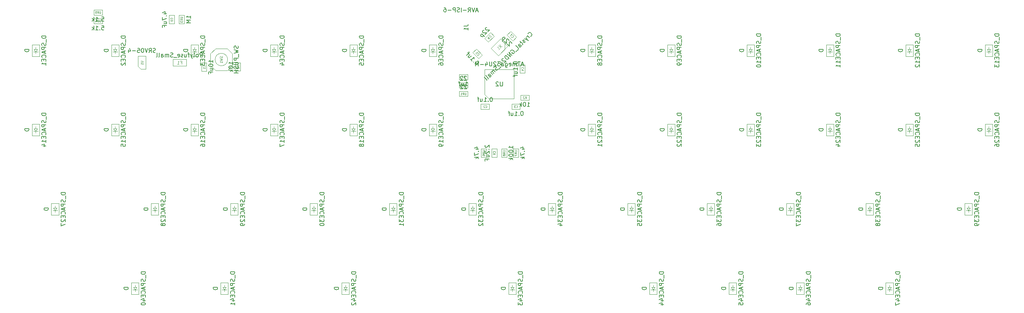
<source format=gbr>
%TF.GenerationSoftware,KiCad,Pcbnew,7.0.6*%
%TF.CreationDate,2023-09-02T22:40:38-04:00*%
%TF.ProjectId,Vault45_alpha,5661756c-7434-4355-9f61-6c7068612e6b,rev?*%
%TF.SameCoordinates,PX18faf56PY663131a*%
%TF.FileFunction,AssemblyDrawing,Bot*%
%FSLAX46Y46*%
G04 Gerber Fmt 4.6, Leading zero omitted, Abs format (unit mm)*
G04 Created by KiCad (PCBNEW 7.0.6) date 2023-09-02 22:40:38*
%MOMM*%
%LPD*%
G01*
G04 APERTURE LIST*
%ADD10C,0.150000*%
%ADD11C,0.080000*%
%ADD12C,0.105000*%
%ADD13C,0.090000*%
%ADD14C,0.075000*%
%ADD15C,0.120000*%
%ADD16C,0.100000*%
G04 APERTURE END LIST*
D10*
X58605449Y28042885D02*
X57605449Y28042885D01*
X57605449Y28042885D02*
X57605449Y27804790D01*
X57605449Y27804790D02*
X57653068Y27661933D01*
X57653068Y27661933D02*
X57748306Y27566695D01*
X57748306Y27566695D02*
X57843544Y27519076D01*
X57843544Y27519076D02*
X58034020Y27471457D01*
X58034020Y27471457D02*
X58176877Y27471457D01*
X58176877Y27471457D02*
X58367353Y27519076D01*
X58367353Y27519076D02*
X58462591Y27566695D01*
X58462591Y27566695D02*
X58557830Y27661933D01*
X58557830Y27661933D02*
X58605449Y27804790D01*
X58605449Y27804790D02*
X58605449Y28042885D01*
X62705449Y31733361D02*
X61705449Y31733361D01*
X61705449Y31733361D02*
X61705449Y31495266D01*
X61705449Y31495266D02*
X61753068Y31352409D01*
X61753068Y31352409D02*
X61848306Y31257171D01*
X61848306Y31257171D02*
X61943544Y31209552D01*
X61943544Y31209552D02*
X62134020Y31161933D01*
X62134020Y31161933D02*
X62276877Y31161933D01*
X62276877Y31161933D02*
X62467353Y31209552D01*
X62467353Y31209552D02*
X62562591Y31257171D01*
X62562591Y31257171D02*
X62657830Y31352409D01*
X62657830Y31352409D02*
X62705449Y31495266D01*
X62705449Y31495266D02*
X62705449Y31733361D01*
X62800687Y30971456D02*
X62800687Y30209552D01*
X62657830Y30019075D02*
X62705449Y29876218D01*
X62705449Y29876218D02*
X62705449Y29638123D01*
X62705449Y29638123D02*
X62657830Y29542885D01*
X62657830Y29542885D02*
X62610210Y29495266D01*
X62610210Y29495266D02*
X62514972Y29447647D01*
X62514972Y29447647D02*
X62419734Y29447647D01*
X62419734Y29447647D02*
X62324496Y29495266D01*
X62324496Y29495266D02*
X62276877Y29542885D01*
X62276877Y29542885D02*
X62229258Y29638123D01*
X62229258Y29638123D02*
X62181639Y29828599D01*
X62181639Y29828599D02*
X62134020Y29923837D01*
X62134020Y29923837D02*
X62086401Y29971456D01*
X62086401Y29971456D02*
X61991163Y30019075D01*
X61991163Y30019075D02*
X61895925Y30019075D01*
X61895925Y30019075D02*
X61800687Y29971456D01*
X61800687Y29971456D02*
X61753068Y29923837D01*
X61753068Y29923837D02*
X61705449Y29828599D01*
X61705449Y29828599D02*
X61705449Y29590504D01*
X61705449Y29590504D02*
X61753068Y29447647D01*
X62705449Y29019075D02*
X61705449Y29019075D01*
X61705449Y29019075D02*
X61705449Y28638123D01*
X61705449Y28638123D02*
X61753068Y28542885D01*
X61753068Y28542885D02*
X61800687Y28495266D01*
X61800687Y28495266D02*
X61895925Y28447647D01*
X61895925Y28447647D02*
X62038782Y28447647D01*
X62038782Y28447647D02*
X62134020Y28495266D01*
X62134020Y28495266D02*
X62181639Y28542885D01*
X62181639Y28542885D02*
X62229258Y28638123D01*
X62229258Y28638123D02*
X62229258Y29019075D01*
X62419734Y28066694D02*
X62419734Y27590504D01*
X62705449Y28161932D02*
X61705449Y27828599D01*
X61705449Y27828599D02*
X62705449Y27495266D01*
X62610210Y26590504D02*
X62657830Y26638123D01*
X62657830Y26638123D02*
X62705449Y26780980D01*
X62705449Y26780980D02*
X62705449Y26876218D01*
X62705449Y26876218D02*
X62657830Y27019075D01*
X62657830Y27019075D02*
X62562591Y27114313D01*
X62562591Y27114313D02*
X62467353Y27161932D01*
X62467353Y27161932D02*
X62276877Y27209551D01*
X62276877Y27209551D02*
X62134020Y27209551D01*
X62134020Y27209551D02*
X61943544Y27161932D01*
X61943544Y27161932D02*
X61848306Y27114313D01*
X61848306Y27114313D02*
X61753068Y27019075D01*
X61753068Y27019075D02*
X61705449Y26876218D01*
X61705449Y26876218D02*
X61705449Y26780980D01*
X61705449Y26780980D02*
X61753068Y26638123D01*
X61753068Y26638123D02*
X61800687Y26590504D01*
X62181639Y26161932D02*
X62181639Y25828599D01*
X62705449Y25685742D02*
X62705449Y26161932D01*
X62705449Y26161932D02*
X61705449Y26161932D01*
X61705449Y26161932D02*
X61705449Y25685742D01*
X61800687Y25304789D02*
X61753068Y25257170D01*
X61753068Y25257170D02*
X61705449Y25161932D01*
X61705449Y25161932D02*
X61705449Y24923837D01*
X61705449Y24923837D02*
X61753068Y24828599D01*
X61753068Y24828599D02*
X61800687Y24780980D01*
X61800687Y24780980D02*
X61895925Y24733361D01*
X61895925Y24733361D02*
X61991163Y24733361D01*
X61991163Y24733361D02*
X62134020Y24780980D01*
X62134020Y24780980D02*
X62705449Y25352408D01*
X62705449Y25352408D02*
X62705449Y24733361D01*
X62705449Y24257170D02*
X62705449Y24066694D01*
X62705449Y24066694D02*
X62657830Y23971456D01*
X62657830Y23971456D02*
X62610210Y23923837D01*
X62610210Y23923837D02*
X62467353Y23828599D01*
X62467353Y23828599D02*
X62276877Y23780980D01*
X62276877Y23780980D02*
X61895925Y23780980D01*
X61895925Y23780980D02*
X61800687Y23828599D01*
X61800687Y23828599D02*
X61753068Y23876218D01*
X61753068Y23876218D02*
X61705449Y23971456D01*
X61705449Y23971456D02*
X61705449Y24161932D01*
X61705449Y24161932D02*
X61753068Y24257170D01*
X61753068Y24257170D02*
X61800687Y24304789D01*
X61800687Y24304789D02*
X61895925Y24352408D01*
X61895925Y24352408D02*
X62134020Y24352408D01*
X62134020Y24352408D02*
X62229258Y24304789D01*
X62229258Y24304789D02*
X62276877Y24257170D01*
X62276877Y24257170D02*
X62324496Y24161932D01*
X62324496Y24161932D02*
X62324496Y23971456D01*
X62324496Y23971456D02*
X62276877Y23876218D01*
X62276877Y23876218D02*
X62229258Y23828599D01*
X62229258Y23828599D02*
X62134020Y23780980D01*
X115955163Y59603420D02*
X115907544Y59651039D01*
X115907544Y59651039D02*
X115812306Y59698658D01*
X115812306Y59698658D02*
X115574211Y59698658D01*
X115574211Y59698658D02*
X115478973Y59651039D01*
X115478973Y59651039D02*
X115431354Y59603420D01*
X115431354Y59603420D02*
X115383735Y59508182D01*
X115383735Y59508182D02*
X115383735Y59412944D01*
X115383735Y59412944D02*
X115431354Y59270087D01*
X115431354Y59270087D02*
X116002782Y58698658D01*
X116002782Y58698658D02*
X115383735Y58698658D01*
X115002782Y59603420D02*
X114955163Y59651039D01*
X114955163Y59651039D02*
X114859925Y59698658D01*
X114859925Y59698658D02*
X114621830Y59698658D01*
X114621830Y59698658D02*
X114526592Y59651039D01*
X114526592Y59651039D02*
X114478973Y59603420D01*
X114478973Y59603420D02*
X114431354Y59508182D01*
X114431354Y59508182D02*
X114431354Y59412944D01*
X114431354Y59412944D02*
X114478973Y59270087D01*
X114478973Y59270087D02*
X115050401Y58698658D01*
X115050401Y58698658D02*
X114431354Y58698658D01*
D11*
X115824211Y57776328D02*
X115824211Y57371566D01*
X115824211Y57371566D02*
X115800401Y57323947D01*
X115800401Y57323947D02*
X115776592Y57300137D01*
X115776592Y57300137D02*
X115728973Y57276328D01*
X115728973Y57276328D02*
X115633735Y57276328D01*
X115633735Y57276328D02*
X115586116Y57300137D01*
X115586116Y57300137D02*
X115562306Y57323947D01*
X115562306Y57323947D02*
X115538497Y57371566D01*
X115538497Y57371566D02*
X115538497Y57776328D01*
X115014687Y57276328D02*
X115181353Y57514423D01*
X115300401Y57276328D02*
X115300401Y57776328D01*
X115300401Y57776328D02*
X115109925Y57776328D01*
X115109925Y57776328D02*
X115062306Y57752518D01*
X115062306Y57752518D02*
X115038496Y57728709D01*
X115038496Y57728709D02*
X115014687Y57681090D01*
X115014687Y57681090D02*
X115014687Y57609661D01*
X115014687Y57609661D02*
X115038496Y57562042D01*
X115038496Y57562042D02*
X115062306Y57538233D01*
X115062306Y57538233D02*
X115109925Y57514423D01*
X115109925Y57514423D02*
X115300401Y57514423D01*
X114824210Y57728709D02*
X114800401Y57752518D01*
X114800401Y57752518D02*
X114752782Y57776328D01*
X114752782Y57776328D02*
X114633734Y57776328D01*
X114633734Y57776328D02*
X114586115Y57752518D01*
X114586115Y57752518D02*
X114562306Y57728709D01*
X114562306Y57728709D02*
X114538496Y57681090D01*
X114538496Y57681090D02*
X114538496Y57633471D01*
X114538496Y57633471D02*
X114562306Y57562042D01*
X114562306Y57562042D02*
X114848020Y57276328D01*
X114848020Y57276328D02*
X114538496Y57276328D01*
D10*
X131286701Y69314556D02*
X131354045Y69314556D01*
X131354045Y69314556D02*
X131488732Y69381899D01*
X131488732Y69381899D02*
X131556075Y69449243D01*
X131556075Y69449243D02*
X131623419Y69583930D01*
X131623419Y69583930D02*
X131623419Y69718617D01*
X131623419Y69718617D02*
X131589747Y69819632D01*
X131589747Y69819632D02*
X131488732Y69987991D01*
X131488732Y69987991D02*
X131387716Y70089006D01*
X131387716Y70089006D02*
X131219358Y70190021D01*
X131219358Y70190021D02*
X131118342Y70223693D01*
X131118342Y70223693D02*
X130983655Y70223693D01*
X130983655Y70223693D02*
X130848968Y70156350D01*
X130848968Y70156350D02*
X130781625Y70089006D01*
X130781625Y70089006D02*
X130714281Y69954319D01*
X130714281Y69954319D02*
X130714281Y69886976D01*
X131050999Y68944167D02*
X130579594Y69415571D01*
X130714281Y69280884D02*
X130613266Y69314556D01*
X130613266Y69314556D02*
X130545923Y69314556D01*
X130545923Y69314556D02*
X130444907Y69280884D01*
X130444907Y69280884D02*
X130377564Y69213541D01*
X130209205Y69045182D02*
X130512251Y68405418D01*
X129872487Y68708464D02*
X130512251Y68405418D01*
X130512251Y68405418D02*
X130747953Y68304403D01*
X130747953Y68304403D02*
X130815296Y68304403D01*
X130815296Y68304403D02*
X130916312Y68338075D01*
X130074518Y68035029D02*
X130040846Y67934014D01*
X130040846Y67934014D02*
X129906159Y67799327D01*
X129906159Y67799327D02*
X129805144Y67765655D01*
X129805144Y67765655D02*
X129704128Y67799327D01*
X129704128Y67799327D02*
X129670457Y67832998D01*
X129670457Y67832998D02*
X129636785Y67934014D01*
X129636785Y67934014D02*
X129670457Y68035029D01*
X129670457Y68035029D02*
X129771472Y68136044D01*
X129771472Y68136044D02*
X129805144Y68237059D01*
X129805144Y68237059D02*
X129771472Y68338075D01*
X129771472Y68338075D02*
X129737800Y68371746D01*
X129737800Y68371746D02*
X129636785Y68405418D01*
X129636785Y68405418D02*
X129535770Y68371746D01*
X129535770Y68371746D02*
X129434754Y68270731D01*
X129434754Y68270731D02*
X129401083Y68169716D01*
X129131708Y67967685D02*
X128862334Y67698311D01*
X128794991Y68102372D02*
X129401082Y67496281D01*
X129401082Y67496281D02*
X129434754Y67395265D01*
X129434754Y67395265D02*
X129401082Y67294250D01*
X129401082Y67294250D02*
X129333739Y67226907D01*
X128794991Y66688158D02*
X128424601Y67058548D01*
X128424601Y67058548D02*
X128390930Y67159563D01*
X128390930Y67159563D02*
X128424601Y67260578D01*
X128424601Y67260578D02*
X128559288Y67395265D01*
X128559288Y67395265D02*
X128660304Y67428937D01*
X128761319Y66721830D02*
X128862334Y66755502D01*
X128862334Y66755502D02*
X129030693Y66923861D01*
X129030693Y66923861D02*
X129064365Y67024876D01*
X129064365Y67024876D02*
X129030693Y67125891D01*
X129030693Y67125891D02*
X128963349Y67193235D01*
X128963349Y67193235D02*
X128862334Y67226906D01*
X128862334Y67226906D02*
X128761319Y67193235D01*
X128761319Y67193235D02*
X128592960Y67024876D01*
X128592960Y67024876D02*
X128491945Y66991204D01*
X128357258Y66250426D02*
X128390930Y66351441D01*
X128390930Y66351441D02*
X128357258Y66452456D01*
X128357258Y66452456D02*
X127751166Y67058548D01*
X128323586Y66082066D02*
X127784838Y65543318D01*
X126505311Y65745349D02*
X126538983Y65846364D01*
X126538983Y65846364D02*
X126639998Y65947379D01*
X126639998Y65947379D02*
X126774685Y66014723D01*
X126774685Y66014723D02*
X126909372Y66014723D01*
X126909372Y66014723D02*
X127010387Y65981051D01*
X127010387Y65981051D02*
X127178746Y65880036D01*
X127178746Y65880036D02*
X127279761Y65779020D01*
X127279761Y65779020D02*
X127380776Y65610662D01*
X127380776Y65610662D02*
X127414448Y65509646D01*
X127414448Y65509646D02*
X127414448Y65374959D01*
X127414448Y65374959D02*
X127347105Y65240272D01*
X127347105Y65240272D02*
X127279761Y65172929D01*
X127279761Y65172929D02*
X127145074Y65105585D01*
X127145074Y65105585D02*
X127077731Y65105585D01*
X127077731Y65105585D02*
X126842028Y65341288D01*
X126842028Y65341288D02*
X126976715Y65475975D01*
X126842028Y64735196D02*
X126134922Y65442303D01*
X126134922Y65442303D02*
X126437967Y64331135D01*
X126437967Y64331135D02*
X125730861Y65038242D01*
X126101250Y63994418D02*
X125394143Y64701524D01*
X125394143Y64701524D02*
X125225784Y64533166D01*
X125225784Y64533166D02*
X125158441Y64398479D01*
X125158441Y64398479D02*
X125158441Y64263792D01*
X125158441Y64263792D02*
X125192113Y64162776D01*
X125192113Y64162776D02*
X125293128Y63994418D01*
X125293128Y63994418D02*
X125394143Y63893402D01*
X125394143Y63893402D02*
X125562502Y63792387D01*
X125562502Y63792387D02*
X125663517Y63758715D01*
X125663517Y63758715D02*
X125798204Y63758715D01*
X125798204Y63758715D02*
X125932891Y63826059D01*
X125932891Y63826059D02*
X126101250Y63994418D01*
X124788052Y63960746D02*
X124720708Y63960746D01*
X124720708Y63960746D02*
X124619693Y63927074D01*
X124619693Y63927074D02*
X124451334Y63758715D01*
X124451334Y63758715D02*
X124417662Y63657700D01*
X124417662Y63657700D02*
X124417662Y63590357D01*
X124417662Y63590357D02*
X124451334Y63489341D01*
X124451334Y63489341D02*
X124518678Y63421998D01*
X124518678Y63421998D02*
X124653365Y63354654D01*
X124653365Y63354654D02*
X125461487Y63354654D01*
X125461487Y63354654D02*
X125023754Y62916922D01*
X123946258Y62782235D02*
X124417662Y62310830D01*
X123845243Y63219967D02*
X124518678Y62883250D01*
X124518678Y62883250D02*
X124080945Y62445517D01*
X124282975Y62041456D02*
X123744227Y61502708D01*
X123508525Y61469036D02*
X123441181Y61334349D01*
X123441181Y61334349D02*
X123272823Y61165990D01*
X123272823Y61165990D02*
X123171807Y61132319D01*
X123171807Y61132319D02*
X123104464Y61132319D01*
X123104464Y61132319D02*
X123003449Y61165990D01*
X123003449Y61165990D02*
X122936105Y61233334D01*
X122936105Y61233334D02*
X122902433Y61334349D01*
X122902433Y61334349D02*
X122902433Y61401693D01*
X122902433Y61401693D02*
X122936105Y61502708D01*
X122936105Y61502708D02*
X123037120Y61671067D01*
X123037120Y61671067D02*
X123070792Y61772082D01*
X123070792Y61772082D02*
X123070792Y61839425D01*
X123070792Y61839425D02*
X123037120Y61940441D01*
X123037120Y61940441D02*
X122969777Y62007784D01*
X122969777Y62007784D02*
X122868762Y62041456D01*
X122868762Y62041456D02*
X122801418Y62041456D01*
X122801418Y62041456D02*
X122700403Y62007784D01*
X122700403Y62007784D02*
X122532044Y61839425D01*
X122532044Y61839425D02*
X122464701Y61704738D01*
X122835090Y60728258D02*
X122363685Y61199662D01*
X122431029Y61132319D02*
X122363685Y61132319D01*
X122363685Y61132319D02*
X122262670Y61098647D01*
X122262670Y61098647D02*
X122161655Y60997632D01*
X122161655Y60997632D02*
X122127983Y60896616D01*
X122127983Y60896616D02*
X122161655Y60795601D01*
X122161655Y60795601D02*
X122532044Y60425212D01*
X122161655Y60795601D02*
X122060640Y60829273D01*
X122060640Y60829273D02*
X121959624Y60795601D01*
X121959624Y60795601D02*
X121858609Y60694586D01*
X121858609Y60694586D02*
X121824937Y60593571D01*
X121824937Y60593571D02*
X121858609Y60492555D01*
X121858609Y60492555D02*
X122228998Y60122166D01*
X121589235Y59482403D02*
X121218846Y59852792D01*
X121218846Y59852792D02*
X121185174Y59953807D01*
X121185174Y59953807D02*
X121218846Y60054823D01*
X121218846Y60054823D02*
X121353533Y60189510D01*
X121353533Y60189510D02*
X121454548Y60223181D01*
X121555563Y59516075D02*
X121656579Y59549746D01*
X121656579Y59549746D02*
X121824937Y59718105D01*
X121824937Y59718105D02*
X121858609Y59819120D01*
X121858609Y59819120D02*
X121824937Y59920136D01*
X121824937Y59920136D02*
X121757594Y59987479D01*
X121757594Y59987479D02*
X121656579Y60021151D01*
X121656579Y60021151D02*
X121555563Y59987479D01*
X121555563Y59987479D02*
X121387205Y59819120D01*
X121387205Y59819120D02*
X121286189Y59785449D01*
X121151502Y59044670D02*
X121185174Y59145685D01*
X121185174Y59145685D02*
X121151502Y59246701D01*
X121151502Y59246701D02*
X120545411Y59852792D01*
X120781113Y58674281D02*
X120814785Y58775296D01*
X120814785Y58775296D02*
X120781113Y58876311D01*
X120781113Y58876311D02*
X120175021Y59482403D01*
D12*
X123955843Y67345275D02*
X124120834Y66520317D01*
X123625860Y67015292D02*
X124450818Y66850301D01*
X123673000Y66072483D02*
X123955843Y66355326D01*
X123814421Y66213904D02*
X123319446Y66708879D01*
X123319446Y66708879D02*
X123437298Y66685309D01*
X123437298Y66685309D02*
X123531578Y66685309D01*
X123531578Y66685309D02*
X123602289Y66708879D01*
D10*
X43352062Y74734963D02*
X44018729Y74734963D01*
X42971110Y74973058D02*
X43685395Y75211153D01*
X43685395Y75211153D02*
X43685395Y74592106D01*
X43923490Y74211153D02*
X43971110Y74163534D01*
X43971110Y74163534D02*
X44018729Y74211153D01*
X44018729Y74211153D02*
X43971110Y74258772D01*
X43971110Y74258772D02*
X43923490Y74211153D01*
X43923490Y74211153D02*
X44018729Y74211153D01*
X43018729Y73830201D02*
X43018729Y73163535D01*
X43018729Y73163535D02*
X44018729Y73592106D01*
X43352062Y72354011D02*
X44018729Y72354011D01*
X43352062Y72782582D02*
X43875871Y72782582D01*
X43875871Y72782582D02*
X43971110Y72734963D01*
X43971110Y72734963D02*
X44018729Y72639725D01*
X44018729Y72639725D02*
X44018729Y72496868D01*
X44018729Y72496868D02*
X43971110Y72401630D01*
X43971110Y72401630D02*
X43923490Y72354011D01*
X43494919Y71544487D02*
X43494919Y71877820D01*
X44018729Y71877820D02*
X43018729Y71877820D01*
X43018729Y71877820D02*
X43018729Y71401630D01*
D11*
X45423440Y73413535D02*
X45447250Y73437344D01*
X45447250Y73437344D02*
X45471059Y73508773D01*
X45471059Y73508773D02*
X45471059Y73556392D01*
X45471059Y73556392D02*
X45447250Y73627820D01*
X45447250Y73627820D02*
X45399630Y73675439D01*
X45399630Y73675439D02*
X45352011Y73699249D01*
X45352011Y73699249D02*
X45256773Y73723058D01*
X45256773Y73723058D02*
X45185345Y73723058D01*
X45185345Y73723058D02*
X45090107Y73699249D01*
X45090107Y73699249D02*
X45042488Y73675439D01*
X45042488Y73675439D02*
X44994869Y73627820D01*
X44994869Y73627820D02*
X44971059Y73556392D01*
X44971059Y73556392D02*
X44971059Y73508773D01*
X44971059Y73508773D02*
X44994869Y73437344D01*
X44994869Y73437344D02*
X45018678Y73413535D01*
X44971059Y73104011D02*
X44971059Y73056392D01*
X44971059Y73056392D02*
X44994869Y73008773D01*
X44994869Y73008773D02*
X45018678Y72984963D01*
X45018678Y72984963D02*
X45066297Y72961154D01*
X45066297Y72961154D02*
X45161535Y72937344D01*
X45161535Y72937344D02*
X45280583Y72937344D01*
X45280583Y72937344D02*
X45375821Y72961154D01*
X45375821Y72961154D02*
X45423440Y72984963D01*
X45423440Y72984963D02*
X45447250Y73008773D01*
X45447250Y73008773D02*
X45471059Y73056392D01*
X45471059Y73056392D02*
X45471059Y73104011D01*
X45471059Y73104011D02*
X45447250Y73151630D01*
X45447250Y73151630D02*
X45423440Y73175439D01*
X45423440Y73175439D02*
X45375821Y73199249D01*
X45375821Y73199249D02*
X45280583Y73223058D01*
X45280583Y73223058D02*
X45161535Y73223058D01*
X45161535Y73223058D02*
X45066297Y73199249D01*
X45066297Y73199249D02*
X45018678Y73175439D01*
X45018678Y73175439D02*
X44994869Y73151630D01*
X44994869Y73151630D02*
X44971059Y73104011D01*
D10*
X77656237Y28042885D02*
X76656237Y28042885D01*
X76656237Y28042885D02*
X76656237Y27804790D01*
X76656237Y27804790D02*
X76703856Y27661933D01*
X76703856Y27661933D02*
X76799094Y27566695D01*
X76799094Y27566695D02*
X76894332Y27519076D01*
X76894332Y27519076D02*
X77084808Y27471457D01*
X77084808Y27471457D02*
X77227665Y27471457D01*
X77227665Y27471457D02*
X77418141Y27519076D01*
X77418141Y27519076D02*
X77513379Y27566695D01*
X77513379Y27566695D02*
X77608618Y27661933D01*
X77608618Y27661933D02*
X77656237Y27804790D01*
X77656237Y27804790D02*
X77656237Y28042885D01*
X81756237Y31733361D02*
X80756237Y31733361D01*
X80756237Y31733361D02*
X80756237Y31495266D01*
X80756237Y31495266D02*
X80803856Y31352409D01*
X80803856Y31352409D02*
X80899094Y31257171D01*
X80899094Y31257171D02*
X80994332Y31209552D01*
X80994332Y31209552D02*
X81184808Y31161933D01*
X81184808Y31161933D02*
X81327665Y31161933D01*
X81327665Y31161933D02*
X81518141Y31209552D01*
X81518141Y31209552D02*
X81613379Y31257171D01*
X81613379Y31257171D02*
X81708618Y31352409D01*
X81708618Y31352409D02*
X81756237Y31495266D01*
X81756237Y31495266D02*
X81756237Y31733361D01*
X81851475Y30971456D02*
X81851475Y30209552D01*
X81708618Y30019075D02*
X81756237Y29876218D01*
X81756237Y29876218D02*
X81756237Y29638123D01*
X81756237Y29638123D02*
X81708618Y29542885D01*
X81708618Y29542885D02*
X81660998Y29495266D01*
X81660998Y29495266D02*
X81565760Y29447647D01*
X81565760Y29447647D02*
X81470522Y29447647D01*
X81470522Y29447647D02*
X81375284Y29495266D01*
X81375284Y29495266D02*
X81327665Y29542885D01*
X81327665Y29542885D02*
X81280046Y29638123D01*
X81280046Y29638123D02*
X81232427Y29828599D01*
X81232427Y29828599D02*
X81184808Y29923837D01*
X81184808Y29923837D02*
X81137189Y29971456D01*
X81137189Y29971456D02*
X81041951Y30019075D01*
X81041951Y30019075D02*
X80946713Y30019075D01*
X80946713Y30019075D02*
X80851475Y29971456D01*
X80851475Y29971456D02*
X80803856Y29923837D01*
X80803856Y29923837D02*
X80756237Y29828599D01*
X80756237Y29828599D02*
X80756237Y29590504D01*
X80756237Y29590504D02*
X80803856Y29447647D01*
X81756237Y29019075D02*
X80756237Y29019075D01*
X80756237Y29019075D02*
X80756237Y28638123D01*
X80756237Y28638123D02*
X80803856Y28542885D01*
X80803856Y28542885D02*
X80851475Y28495266D01*
X80851475Y28495266D02*
X80946713Y28447647D01*
X80946713Y28447647D02*
X81089570Y28447647D01*
X81089570Y28447647D02*
X81184808Y28495266D01*
X81184808Y28495266D02*
X81232427Y28542885D01*
X81232427Y28542885D02*
X81280046Y28638123D01*
X81280046Y28638123D02*
X81280046Y29019075D01*
X81470522Y28066694D02*
X81470522Y27590504D01*
X81756237Y28161932D02*
X80756237Y27828599D01*
X80756237Y27828599D02*
X81756237Y27495266D01*
X81660998Y26590504D02*
X81708618Y26638123D01*
X81708618Y26638123D02*
X81756237Y26780980D01*
X81756237Y26780980D02*
X81756237Y26876218D01*
X81756237Y26876218D02*
X81708618Y27019075D01*
X81708618Y27019075D02*
X81613379Y27114313D01*
X81613379Y27114313D02*
X81518141Y27161932D01*
X81518141Y27161932D02*
X81327665Y27209551D01*
X81327665Y27209551D02*
X81184808Y27209551D01*
X81184808Y27209551D02*
X80994332Y27161932D01*
X80994332Y27161932D02*
X80899094Y27114313D01*
X80899094Y27114313D02*
X80803856Y27019075D01*
X80803856Y27019075D02*
X80756237Y26876218D01*
X80756237Y26876218D02*
X80756237Y26780980D01*
X80756237Y26780980D02*
X80803856Y26638123D01*
X80803856Y26638123D02*
X80851475Y26590504D01*
X81232427Y26161932D02*
X81232427Y25828599D01*
X81756237Y25685742D02*
X81756237Y26161932D01*
X81756237Y26161932D02*
X80756237Y26161932D01*
X80756237Y26161932D02*
X80756237Y25685742D01*
X80756237Y25352408D02*
X80756237Y24733361D01*
X80756237Y24733361D02*
X81137189Y25066694D01*
X81137189Y25066694D02*
X81137189Y24923837D01*
X81137189Y24923837D02*
X81184808Y24828599D01*
X81184808Y24828599D02*
X81232427Y24780980D01*
X81232427Y24780980D02*
X81327665Y24733361D01*
X81327665Y24733361D02*
X81565760Y24733361D01*
X81565760Y24733361D02*
X81660998Y24780980D01*
X81660998Y24780980D02*
X81708618Y24828599D01*
X81708618Y24828599D02*
X81756237Y24923837D01*
X81756237Y24923837D02*
X81756237Y25209551D01*
X81756237Y25209551D02*
X81708618Y25304789D01*
X81708618Y25304789D02*
X81660998Y25352408D01*
X80756237Y24114313D02*
X80756237Y24019075D01*
X80756237Y24019075D02*
X80803856Y23923837D01*
X80803856Y23923837D02*
X80851475Y23876218D01*
X80851475Y23876218D02*
X80946713Y23828599D01*
X80946713Y23828599D02*
X81137189Y23780980D01*
X81137189Y23780980D02*
X81375284Y23780980D01*
X81375284Y23780980D02*
X81565760Y23828599D01*
X81565760Y23828599D02*
X81660998Y23876218D01*
X81660998Y23876218D02*
X81708618Y23923837D01*
X81708618Y23923837D02*
X81756237Y24019075D01*
X81756237Y24019075D02*
X81756237Y24114313D01*
X81756237Y24114313D02*
X81708618Y24209551D01*
X81708618Y24209551D02*
X81660998Y24257170D01*
X81660998Y24257170D02*
X81565760Y24304789D01*
X81565760Y24304789D02*
X81375284Y24352408D01*
X81375284Y24352408D02*
X81137189Y24352408D01*
X81137189Y24352408D02*
X80946713Y24304789D01*
X80946713Y24304789D02*
X80851475Y24257170D01*
X80851475Y24257170D02*
X80803856Y24209551D01*
X80803856Y24209551D02*
X80756237Y24114313D01*
X159089351Y8992885D02*
X158089351Y8992885D01*
X158089351Y8992885D02*
X158089351Y8754790D01*
X158089351Y8754790D02*
X158136970Y8611933D01*
X158136970Y8611933D02*
X158232208Y8516695D01*
X158232208Y8516695D02*
X158327446Y8469076D01*
X158327446Y8469076D02*
X158517922Y8421457D01*
X158517922Y8421457D02*
X158660779Y8421457D01*
X158660779Y8421457D02*
X158851255Y8469076D01*
X158851255Y8469076D02*
X158946493Y8516695D01*
X158946493Y8516695D02*
X159041732Y8611933D01*
X159041732Y8611933D02*
X159089351Y8754790D01*
X159089351Y8754790D02*
X159089351Y8992885D01*
X163189351Y12683361D02*
X162189351Y12683361D01*
X162189351Y12683361D02*
X162189351Y12445266D01*
X162189351Y12445266D02*
X162236970Y12302409D01*
X162236970Y12302409D02*
X162332208Y12207171D01*
X162332208Y12207171D02*
X162427446Y12159552D01*
X162427446Y12159552D02*
X162617922Y12111933D01*
X162617922Y12111933D02*
X162760779Y12111933D01*
X162760779Y12111933D02*
X162951255Y12159552D01*
X162951255Y12159552D02*
X163046493Y12207171D01*
X163046493Y12207171D02*
X163141732Y12302409D01*
X163141732Y12302409D02*
X163189351Y12445266D01*
X163189351Y12445266D02*
X163189351Y12683361D01*
X163284589Y11921456D02*
X163284589Y11159552D01*
X163141732Y10969075D02*
X163189351Y10826218D01*
X163189351Y10826218D02*
X163189351Y10588123D01*
X163189351Y10588123D02*
X163141732Y10492885D01*
X163141732Y10492885D02*
X163094112Y10445266D01*
X163094112Y10445266D02*
X162998874Y10397647D01*
X162998874Y10397647D02*
X162903636Y10397647D01*
X162903636Y10397647D02*
X162808398Y10445266D01*
X162808398Y10445266D02*
X162760779Y10492885D01*
X162760779Y10492885D02*
X162713160Y10588123D01*
X162713160Y10588123D02*
X162665541Y10778599D01*
X162665541Y10778599D02*
X162617922Y10873837D01*
X162617922Y10873837D02*
X162570303Y10921456D01*
X162570303Y10921456D02*
X162475065Y10969075D01*
X162475065Y10969075D02*
X162379827Y10969075D01*
X162379827Y10969075D02*
X162284589Y10921456D01*
X162284589Y10921456D02*
X162236970Y10873837D01*
X162236970Y10873837D02*
X162189351Y10778599D01*
X162189351Y10778599D02*
X162189351Y10540504D01*
X162189351Y10540504D02*
X162236970Y10397647D01*
X163189351Y9969075D02*
X162189351Y9969075D01*
X162189351Y9969075D02*
X162189351Y9588123D01*
X162189351Y9588123D02*
X162236970Y9492885D01*
X162236970Y9492885D02*
X162284589Y9445266D01*
X162284589Y9445266D02*
X162379827Y9397647D01*
X162379827Y9397647D02*
X162522684Y9397647D01*
X162522684Y9397647D02*
X162617922Y9445266D01*
X162617922Y9445266D02*
X162665541Y9492885D01*
X162665541Y9492885D02*
X162713160Y9588123D01*
X162713160Y9588123D02*
X162713160Y9969075D01*
X162903636Y9016694D02*
X162903636Y8540504D01*
X163189351Y9111932D02*
X162189351Y8778599D01*
X162189351Y8778599D02*
X163189351Y8445266D01*
X163094112Y7540504D02*
X163141732Y7588123D01*
X163141732Y7588123D02*
X163189351Y7730980D01*
X163189351Y7730980D02*
X163189351Y7826218D01*
X163189351Y7826218D02*
X163141732Y7969075D01*
X163141732Y7969075D02*
X163046493Y8064313D01*
X163046493Y8064313D02*
X162951255Y8111932D01*
X162951255Y8111932D02*
X162760779Y8159551D01*
X162760779Y8159551D02*
X162617922Y8159551D01*
X162617922Y8159551D02*
X162427446Y8111932D01*
X162427446Y8111932D02*
X162332208Y8064313D01*
X162332208Y8064313D02*
X162236970Y7969075D01*
X162236970Y7969075D02*
X162189351Y7826218D01*
X162189351Y7826218D02*
X162189351Y7730980D01*
X162189351Y7730980D02*
X162236970Y7588123D01*
X162236970Y7588123D02*
X162284589Y7540504D01*
X162665541Y7111932D02*
X162665541Y6778599D01*
X163189351Y6635742D02*
X163189351Y7111932D01*
X163189351Y7111932D02*
X162189351Y7111932D01*
X162189351Y7111932D02*
X162189351Y6635742D01*
X162522684Y5778599D02*
X163189351Y5778599D01*
X162141732Y6016694D02*
X162856017Y6254789D01*
X162856017Y6254789D02*
X162856017Y5635742D01*
X162522684Y4826218D02*
X163189351Y4826218D01*
X162141732Y5064313D02*
X162856017Y5302408D01*
X162856017Y5302408D02*
X162856017Y4683361D01*
X239581331Y47092885D02*
X238581331Y47092885D01*
X238581331Y47092885D02*
X238581331Y46854790D01*
X238581331Y46854790D02*
X238628950Y46711933D01*
X238628950Y46711933D02*
X238724188Y46616695D01*
X238724188Y46616695D02*
X238819426Y46569076D01*
X238819426Y46569076D02*
X239009902Y46521457D01*
X239009902Y46521457D02*
X239152759Y46521457D01*
X239152759Y46521457D02*
X239343235Y46569076D01*
X239343235Y46569076D02*
X239438473Y46616695D01*
X239438473Y46616695D02*
X239533712Y46711933D01*
X239533712Y46711933D02*
X239581331Y46854790D01*
X239581331Y46854790D02*
X239581331Y47092885D01*
X243681331Y50783361D02*
X242681331Y50783361D01*
X242681331Y50783361D02*
X242681331Y50545266D01*
X242681331Y50545266D02*
X242728950Y50402409D01*
X242728950Y50402409D02*
X242824188Y50307171D01*
X242824188Y50307171D02*
X242919426Y50259552D01*
X242919426Y50259552D02*
X243109902Y50211933D01*
X243109902Y50211933D02*
X243252759Y50211933D01*
X243252759Y50211933D02*
X243443235Y50259552D01*
X243443235Y50259552D02*
X243538473Y50307171D01*
X243538473Y50307171D02*
X243633712Y50402409D01*
X243633712Y50402409D02*
X243681331Y50545266D01*
X243681331Y50545266D02*
X243681331Y50783361D01*
X243776569Y50021456D02*
X243776569Y49259552D01*
X243633712Y49069075D02*
X243681331Y48926218D01*
X243681331Y48926218D02*
X243681331Y48688123D01*
X243681331Y48688123D02*
X243633712Y48592885D01*
X243633712Y48592885D02*
X243586092Y48545266D01*
X243586092Y48545266D02*
X243490854Y48497647D01*
X243490854Y48497647D02*
X243395616Y48497647D01*
X243395616Y48497647D02*
X243300378Y48545266D01*
X243300378Y48545266D02*
X243252759Y48592885D01*
X243252759Y48592885D02*
X243205140Y48688123D01*
X243205140Y48688123D02*
X243157521Y48878599D01*
X243157521Y48878599D02*
X243109902Y48973837D01*
X243109902Y48973837D02*
X243062283Y49021456D01*
X243062283Y49021456D02*
X242967045Y49069075D01*
X242967045Y49069075D02*
X242871807Y49069075D01*
X242871807Y49069075D02*
X242776569Y49021456D01*
X242776569Y49021456D02*
X242728950Y48973837D01*
X242728950Y48973837D02*
X242681331Y48878599D01*
X242681331Y48878599D02*
X242681331Y48640504D01*
X242681331Y48640504D02*
X242728950Y48497647D01*
X243681331Y48069075D02*
X242681331Y48069075D01*
X242681331Y48069075D02*
X242681331Y47688123D01*
X242681331Y47688123D02*
X242728950Y47592885D01*
X242728950Y47592885D02*
X242776569Y47545266D01*
X242776569Y47545266D02*
X242871807Y47497647D01*
X242871807Y47497647D02*
X243014664Y47497647D01*
X243014664Y47497647D02*
X243109902Y47545266D01*
X243109902Y47545266D02*
X243157521Y47592885D01*
X243157521Y47592885D02*
X243205140Y47688123D01*
X243205140Y47688123D02*
X243205140Y48069075D01*
X243395616Y47116694D02*
X243395616Y46640504D01*
X243681331Y47211932D02*
X242681331Y46878599D01*
X242681331Y46878599D02*
X243681331Y46545266D01*
X243586092Y45640504D02*
X243633712Y45688123D01*
X243633712Y45688123D02*
X243681331Y45830980D01*
X243681331Y45830980D02*
X243681331Y45926218D01*
X243681331Y45926218D02*
X243633712Y46069075D01*
X243633712Y46069075D02*
X243538473Y46164313D01*
X243538473Y46164313D02*
X243443235Y46211932D01*
X243443235Y46211932D02*
X243252759Y46259551D01*
X243252759Y46259551D02*
X243109902Y46259551D01*
X243109902Y46259551D02*
X242919426Y46211932D01*
X242919426Y46211932D02*
X242824188Y46164313D01*
X242824188Y46164313D02*
X242728950Y46069075D01*
X242728950Y46069075D02*
X242681331Y45926218D01*
X242681331Y45926218D02*
X242681331Y45830980D01*
X242681331Y45830980D02*
X242728950Y45688123D01*
X242728950Y45688123D02*
X242776569Y45640504D01*
X243157521Y45211932D02*
X243157521Y44878599D01*
X243681331Y44735742D02*
X243681331Y45211932D01*
X243681331Y45211932D02*
X242681331Y45211932D01*
X242681331Y45211932D02*
X242681331Y44735742D01*
X242776569Y44354789D02*
X242728950Y44307170D01*
X242728950Y44307170D02*
X242681331Y44211932D01*
X242681331Y44211932D02*
X242681331Y43973837D01*
X242681331Y43973837D02*
X242728950Y43878599D01*
X242728950Y43878599D02*
X242776569Y43830980D01*
X242776569Y43830980D02*
X242871807Y43783361D01*
X242871807Y43783361D02*
X242967045Y43783361D01*
X242967045Y43783361D02*
X243109902Y43830980D01*
X243109902Y43830980D02*
X243681331Y44402408D01*
X243681331Y44402408D02*
X243681331Y43783361D01*
X242681331Y42926218D02*
X242681331Y43116694D01*
X242681331Y43116694D02*
X242728950Y43211932D01*
X242728950Y43211932D02*
X242776569Y43259551D01*
X242776569Y43259551D02*
X242919426Y43354789D01*
X242919426Y43354789D02*
X243109902Y43402408D01*
X243109902Y43402408D02*
X243490854Y43402408D01*
X243490854Y43402408D02*
X243586092Y43354789D01*
X243586092Y43354789D02*
X243633712Y43307170D01*
X243633712Y43307170D02*
X243681331Y43211932D01*
X243681331Y43211932D02*
X243681331Y43021456D01*
X243681331Y43021456D02*
X243633712Y42926218D01*
X243633712Y42926218D02*
X243586092Y42878599D01*
X243586092Y42878599D02*
X243490854Y42830980D01*
X243490854Y42830980D02*
X243252759Y42830980D01*
X243252759Y42830980D02*
X243157521Y42878599D01*
X243157521Y42878599D02*
X243109902Y42926218D01*
X243109902Y42926218D02*
X243062283Y43021456D01*
X243062283Y43021456D02*
X243062283Y43211932D01*
X243062283Y43211932D02*
X243109902Y43307170D01*
X243109902Y43307170D02*
X243157521Y43354789D01*
X243157521Y43354789D02*
X243252759Y43402408D01*
X163381331Y47092885D02*
X162381331Y47092885D01*
X162381331Y47092885D02*
X162381331Y46854790D01*
X162381331Y46854790D02*
X162428950Y46711933D01*
X162428950Y46711933D02*
X162524188Y46616695D01*
X162524188Y46616695D02*
X162619426Y46569076D01*
X162619426Y46569076D02*
X162809902Y46521457D01*
X162809902Y46521457D02*
X162952759Y46521457D01*
X162952759Y46521457D02*
X163143235Y46569076D01*
X163143235Y46569076D02*
X163238473Y46616695D01*
X163238473Y46616695D02*
X163333712Y46711933D01*
X163333712Y46711933D02*
X163381331Y46854790D01*
X163381331Y46854790D02*
X163381331Y47092885D01*
X167481331Y50783361D02*
X166481331Y50783361D01*
X166481331Y50783361D02*
X166481331Y50545266D01*
X166481331Y50545266D02*
X166528950Y50402409D01*
X166528950Y50402409D02*
X166624188Y50307171D01*
X166624188Y50307171D02*
X166719426Y50259552D01*
X166719426Y50259552D02*
X166909902Y50211933D01*
X166909902Y50211933D02*
X167052759Y50211933D01*
X167052759Y50211933D02*
X167243235Y50259552D01*
X167243235Y50259552D02*
X167338473Y50307171D01*
X167338473Y50307171D02*
X167433712Y50402409D01*
X167433712Y50402409D02*
X167481331Y50545266D01*
X167481331Y50545266D02*
X167481331Y50783361D01*
X167576569Y50021456D02*
X167576569Y49259552D01*
X167433712Y49069075D02*
X167481331Y48926218D01*
X167481331Y48926218D02*
X167481331Y48688123D01*
X167481331Y48688123D02*
X167433712Y48592885D01*
X167433712Y48592885D02*
X167386092Y48545266D01*
X167386092Y48545266D02*
X167290854Y48497647D01*
X167290854Y48497647D02*
X167195616Y48497647D01*
X167195616Y48497647D02*
X167100378Y48545266D01*
X167100378Y48545266D02*
X167052759Y48592885D01*
X167052759Y48592885D02*
X167005140Y48688123D01*
X167005140Y48688123D02*
X166957521Y48878599D01*
X166957521Y48878599D02*
X166909902Y48973837D01*
X166909902Y48973837D02*
X166862283Y49021456D01*
X166862283Y49021456D02*
X166767045Y49069075D01*
X166767045Y49069075D02*
X166671807Y49069075D01*
X166671807Y49069075D02*
X166576569Y49021456D01*
X166576569Y49021456D02*
X166528950Y48973837D01*
X166528950Y48973837D02*
X166481331Y48878599D01*
X166481331Y48878599D02*
X166481331Y48640504D01*
X166481331Y48640504D02*
X166528950Y48497647D01*
X167481331Y48069075D02*
X166481331Y48069075D01*
X166481331Y48069075D02*
X166481331Y47688123D01*
X166481331Y47688123D02*
X166528950Y47592885D01*
X166528950Y47592885D02*
X166576569Y47545266D01*
X166576569Y47545266D02*
X166671807Y47497647D01*
X166671807Y47497647D02*
X166814664Y47497647D01*
X166814664Y47497647D02*
X166909902Y47545266D01*
X166909902Y47545266D02*
X166957521Y47592885D01*
X166957521Y47592885D02*
X167005140Y47688123D01*
X167005140Y47688123D02*
X167005140Y48069075D01*
X167195616Y47116694D02*
X167195616Y46640504D01*
X167481331Y47211932D02*
X166481331Y46878599D01*
X166481331Y46878599D02*
X167481331Y46545266D01*
X167386092Y45640504D02*
X167433712Y45688123D01*
X167433712Y45688123D02*
X167481331Y45830980D01*
X167481331Y45830980D02*
X167481331Y45926218D01*
X167481331Y45926218D02*
X167433712Y46069075D01*
X167433712Y46069075D02*
X167338473Y46164313D01*
X167338473Y46164313D02*
X167243235Y46211932D01*
X167243235Y46211932D02*
X167052759Y46259551D01*
X167052759Y46259551D02*
X166909902Y46259551D01*
X166909902Y46259551D02*
X166719426Y46211932D01*
X166719426Y46211932D02*
X166624188Y46164313D01*
X166624188Y46164313D02*
X166528950Y46069075D01*
X166528950Y46069075D02*
X166481331Y45926218D01*
X166481331Y45926218D02*
X166481331Y45830980D01*
X166481331Y45830980D02*
X166528950Y45688123D01*
X166528950Y45688123D02*
X166576569Y45640504D01*
X166957521Y45211932D02*
X166957521Y44878599D01*
X167481331Y44735742D02*
X167481331Y45211932D01*
X167481331Y45211932D02*
X166481331Y45211932D01*
X166481331Y45211932D02*
X166481331Y44735742D01*
X166576569Y44354789D02*
X166528950Y44307170D01*
X166528950Y44307170D02*
X166481331Y44211932D01*
X166481331Y44211932D02*
X166481331Y43973837D01*
X166481331Y43973837D02*
X166528950Y43878599D01*
X166528950Y43878599D02*
X166576569Y43830980D01*
X166576569Y43830980D02*
X166671807Y43783361D01*
X166671807Y43783361D02*
X166767045Y43783361D01*
X166767045Y43783361D02*
X166909902Y43830980D01*
X166909902Y43830980D02*
X167481331Y44402408D01*
X167481331Y44402408D02*
X167481331Y43783361D01*
X166576569Y43402408D02*
X166528950Y43354789D01*
X166528950Y43354789D02*
X166481331Y43259551D01*
X166481331Y43259551D02*
X166481331Y43021456D01*
X166481331Y43021456D02*
X166528950Y42926218D01*
X166528950Y42926218D02*
X166576569Y42878599D01*
X166576569Y42878599D02*
X166671807Y42830980D01*
X166671807Y42830980D02*
X166767045Y42830980D01*
X166767045Y42830980D02*
X166909902Y42878599D01*
X166909902Y42878599D02*
X167481331Y43450027D01*
X167481331Y43450027D02*
X167481331Y42830980D01*
X49073258Y47092885D02*
X48073258Y47092885D01*
X48073258Y47092885D02*
X48073258Y46854790D01*
X48073258Y46854790D02*
X48120877Y46711933D01*
X48120877Y46711933D02*
X48216115Y46616695D01*
X48216115Y46616695D02*
X48311353Y46569076D01*
X48311353Y46569076D02*
X48501829Y46521457D01*
X48501829Y46521457D02*
X48644686Y46521457D01*
X48644686Y46521457D02*
X48835162Y46569076D01*
X48835162Y46569076D02*
X48930400Y46616695D01*
X48930400Y46616695D02*
X49025639Y46711933D01*
X49025639Y46711933D02*
X49073258Y46854790D01*
X49073258Y46854790D02*
X49073258Y47092885D01*
X53173258Y50783361D02*
X52173258Y50783361D01*
X52173258Y50783361D02*
X52173258Y50545266D01*
X52173258Y50545266D02*
X52220877Y50402409D01*
X52220877Y50402409D02*
X52316115Y50307171D01*
X52316115Y50307171D02*
X52411353Y50259552D01*
X52411353Y50259552D02*
X52601829Y50211933D01*
X52601829Y50211933D02*
X52744686Y50211933D01*
X52744686Y50211933D02*
X52935162Y50259552D01*
X52935162Y50259552D02*
X53030400Y50307171D01*
X53030400Y50307171D02*
X53125639Y50402409D01*
X53125639Y50402409D02*
X53173258Y50545266D01*
X53173258Y50545266D02*
X53173258Y50783361D01*
X53268496Y50021456D02*
X53268496Y49259552D01*
X53125639Y49069075D02*
X53173258Y48926218D01*
X53173258Y48926218D02*
X53173258Y48688123D01*
X53173258Y48688123D02*
X53125639Y48592885D01*
X53125639Y48592885D02*
X53078019Y48545266D01*
X53078019Y48545266D02*
X52982781Y48497647D01*
X52982781Y48497647D02*
X52887543Y48497647D01*
X52887543Y48497647D02*
X52792305Y48545266D01*
X52792305Y48545266D02*
X52744686Y48592885D01*
X52744686Y48592885D02*
X52697067Y48688123D01*
X52697067Y48688123D02*
X52649448Y48878599D01*
X52649448Y48878599D02*
X52601829Y48973837D01*
X52601829Y48973837D02*
X52554210Y49021456D01*
X52554210Y49021456D02*
X52458972Y49069075D01*
X52458972Y49069075D02*
X52363734Y49069075D01*
X52363734Y49069075D02*
X52268496Y49021456D01*
X52268496Y49021456D02*
X52220877Y48973837D01*
X52220877Y48973837D02*
X52173258Y48878599D01*
X52173258Y48878599D02*
X52173258Y48640504D01*
X52173258Y48640504D02*
X52220877Y48497647D01*
X53173258Y48069075D02*
X52173258Y48069075D01*
X52173258Y48069075D02*
X52173258Y47688123D01*
X52173258Y47688123D02*
X52220877Y47592885D01*
X52220877Y47592885D02*
X52268496Y47545266D01*
X52268496Y47545266D02*
X52363734Y47497647D01*
X52363734Y47497647D02*
X52506591Y47497647D01*
X52506591Y47497647D02*
X52601829Y47545266D01*
X52601829Y47545266D02*
X52649448Y47592885D01*
X52649448Y47592885D02*
X52697067Y47688123D01*
X52697067Y47688123D02*
X52697067Y48069075D01*
X52887543Y47116694D02*
X52887543Y46640504D01*
X53173258Y47211932D02*
X52173258Y46878599D01*
X52173258Y46878599D02*
X53173258Y46545266D01*
X53078019Y45640504D02*
X53125639Y45688123D01*
X53125639Y45688123D02*
X53173258Y45830980D01*
X53173258Y45830980D02*
X53173258Y45926218D01*
X53173258Y45926218D02*
X53125639Y46069075D01*
X53125639Y46069075D02*
X53030400Y46164313D01*
X53030400Y46164313D02*
X52935162Y46211932D01*
X52935162Y46211932D02*
X52744686Y46259551D01*
X52744686Y46259551D02*
X52601829Y46259551D01*
X52601829Y46259551D02*
X52411353Y46211932D01*
X52411353Y46211932D02*
X52316115Y46164313D01*
X52316115Y46164313D02*
X52220877Y46069075D01*
X52220877Y46069075D02*
X52173258Y45926218D01*
X52173258Y45926218D02*
X52173258Y45830980D01*
X52173258Y45830980D02*
X52220877Y45688123D01*
X52220877Y45688123D02*
X52268496Y45640504D01*
X52649448Y45211932D02*
X52649448Y44878599D01*
X53173258Y44735742D02*
X53173258Y45211932D01*
X53173258Y45211932D02*
X52173258Y45211932D01*
X52173258Y45211932D02*
X52173258Y44735742D01*
X53173258Y43783361D02*
X53173258Y44354789D01*
X53173258Y44069075D02*
X52173258Y44069075D01*
X52173258Y44069075D02*
X52316115Y44164313D01*
X52316115Y44164313D02*
X52411353Y44259551D01*
X52411353Y44259551D02*
X52458972Y44354789D01*
X52173258Y42926218D02*
X52173258Y43116694D01*
X52173258Y43116694D02*
X52220877Y43211932D01*
X52220877Y43211932D02*
X52268496Y43259551D01*
X52268496Y43259551D02*
X52411353Y43354789D01*
X52411353Y43354789D02*
X52601829Y43402408D01*
X52601829Y43402408D02*
X52982781Y43402408D01*
X52982781Y43402408D02*
X53078019Y43354789D01*
X53078019Y43354789D02*
X53125639Y43307170D01*
X53125639Y43307170D02*
X53173258Y43211932D01*
X53173258Y43211932D02*
X53173258Y43021456D01*
X53173258Y43021456D02*
X53125639Y42926218D01*
X53125639Y42926218D02*
X53078019Y42878599D01*
X53078019Y42878599D02*
X52982781Y42830980D01*
X52982781Y42830980D02*
X52744686Y42830980D01*
X52744686Y42830980D02*
X52649448Y42878599D01*
X52649448Y42878599D02*
X52601829Y42926218D01*
X52601829Y42926218D02*
X52554210Y43021456D01*
X52554210Y43021456D02*
X52554210Y43211932D01*
X52554210Y43211932D02*
X52601829Y43307170D01*
X52601829Y43307170D02*
X52649448Y43354789D01*
X52649448Y43354789D02*
X52744686Y43402408D01*
X239581331Y66142885D02*
X238581331Y66142885D01*
X238581331Y66142885D02*
X238581331Y65904790D01*
X238581331Y65904790D02*
X238628950Y65761933D01*
X238628950Y65761933D02*
X238724188Y65666695D01*
X238724188Y65666695D02*
X238819426Y65619076D01*
X238819426Y65619076D02*
X239009902Y65571457D01*
X239009902Y65571457D02*
X239152759Y65571457D01*
X239152759Y65571457D02*
X239343235Y65619076D01*
X239343235Y65619076D02*
X239438473Y65666695D01*
X239438473Y65666695D02*
X239533712Y65761933D01*
X239533712Y65761933D02*
X239581331Y65904790D01*
X239581331Y65904790D02*
X239581331Y66142885D01*
X243681331Y69833361D02*
X242681331Y69833361D01*
X242681331Y69833361D02*
X242681331Y69595266D01*
X242681331Y69595266D02*
X242728950Y69452409D01*
X242728950Y69452409D02*
X242824188Y69357171D01*
X242824188Y69357171D02*
X242919426Y69309552D01*
X242919426Y69309552D02*
X243109902Y69261933D01*
X243109902Y69261933D02*
X243252759Y69261933D01*
X243252759Y69261933D02*
X243443235Y69309552D01*
X243443235Y69309552D02*
X243538473Y69357171D01*
X243538473Y69357171D02*
X243633712Y69452409D01*
X243633712Y69452409D02*
X243681331Y69595266D01*
X243681331Y69595266D02*
X243681331Y69833361D01*
X243776569Y69071456D02*
X243776569Y68309552D01*
X243633712Y68119075D02*
X243681331Y67976218D01*
X243681331Y67976218D02*
X243681331Y67738123D01*
X243681331Y67738123D02*
X243633712Y67642885D01*
X243633712Y67642885D02*
X243586092Y67595266D01*
X243586092Y67595266D02*
X243490854Y67547647D01*
X243490854Y67547647D02*
X243395616Y67547647D01*
X243395616Y67547647D02*
X243300378Y67595266D01*
X243300378Y67595266D02*
X243252759Y67642885D01*
X243252759Y67642885D02*
X243205140Y67738123D01*
X243205140Y67738123D02*
X243157521Y67928599D01*
X243157521Y67928599D02*
X243109902Y68023837D01*
X243109902Y68023837D02*
X243062283Y68071456D01*
X243062283Y68071456D02*
X242967045Y68119075D01*
X242967045Y68119075D02*
X242871807Y68119075D01*
X242871807Y68119075D02*
X242776569Y68071456D01*
X242776569Y68071456D02*
X242728950Y68023837D01*
X242728950Y68023837D02*
X242681331Y67928599D01*
X242681331Y67928599D02*
X242681331Y67690504D01*
X242681331Y67690504D02*
X242728950Y67547647D01*
X243681331Y67119075D02*
X242681331Y67119075D01*
X242681331Y67119075D02*
X242681331Y66738123D01*
X242681331Y66738123D02*
X242728950Y66642885D01*
X242728950Y66642885D02*
X242776569Y66595266D01*
X242776569Y66595266D02*
X242871807Y66547647D01*
X242871807Y66547647D02*
X243014664Y66547647D01*
X243014664Y66547647D02*
X243109902Y66595266D01*
X243109902Y66595266D02*
X243157521Y66642885D01*
X243157521Y66642885D02*
X243205140Y66738123D01*
X243205140Y66738123D02*
X243205140Y67119075D01*
X243395616Y66166694D02*
X243395616Y65690504D01*
X243681331Y66261932D02*
X242681331Y65928599D01*
X242681331Y65928599D02*
X243681331Y65595266D01*
X243586092Y64690504D02*
X243633712Y64738123D01*
X243633712Y64738123D02*
X243681331Y64880980D01*
X243681331Y64880980D02*
X243681331Y64976218D01*
X243681331Y64976218D02*
X243633712Y65119075D01*
X243633712Y65119075D02*
X243538473Y65214313D01*
X243538473Y65214313D02*
X243443235Y65261932D01*
X243443235Y65261932D02*
X243252759Y65309551D01*
X243252759Y65309551D02*
X243109902Y65309551D01*
X243109902Y65309551D02*
X242919426Y65261932D01*
X242919426Y65261932D02*
X242824188Y65214313D01*
X242824188Y65214313D02*
X242728950Y65119075D01*
X242728950Y65119075D02*
X242681331Y64976218D01*
X242681331Y64976218D02*
X242681331Y64880980D01*
X242681331Y64880980D02*
X242728950Y64738123D01*
X242728950Y64738123D02*
X242776569Y64690504D01*
X243157521Y64261932D02*
X243157521Y63928599D01*
X243681331Y63785742D02*
X243681331Y64261932D01*
X243681331Y64261932D02*
X242681331Y64261932D01*
X242681331Y64261932D02*
X242681331Y63785742D01*
X243681331Y62833361D02*
X243681331Y63404789D01*
X243681331Y63119075D02*
X242681331Y63119075D01*
X242681331Y63119075D02*
X242824188Y63214313D01*
X242824188Y63214313D02*
X242919426Y63309551D01*
X242919426Y63309551D02*
X242967045Y63404789D01*
X242681331Y62500027D02*
X242681331Y61880980D01*
X242681331Y61880980D02*
X243062283Y62214313D01*
X243062283Y62214313D02*
X243062283Y62071456D01*
X243062283Y62071456D02*
X243109902Y61976218D01*
X243109902Y61976218D02*
X243157521Y61928599D01*
X243157521Y61928599D02*
X243252759Y61880980D01*
X243252759Y61880980D02*
X243490854Y61880980D01*
X243490854Y61880980D02*
X243586092Y61928599D01*
X243586092Y61928599D02*
X243633712Y61976218D01*
X243633712Y61976218D02*
X243681331Y62071456D01*
X243681331Y62071456D02*
X243681331Y62357170D01*
X243681331Y62357170D02*
X243633712Y62452408D01*
X243633712Y62452408D02*
X243586092Y62500027D01*
X125279737Y8992885D02*
X124279737Y8992885D01*
X124279737Y8992885D02*
X124279737Y8754790D01*
X124279737Y8754790D02*
X124327356Y8611933D01*
X124327356Y8611933D02*
X124422594Y8516695D01*
X124422594Y8516695D02*
X124517832Y8469076D01*
X124517832Y8469076D02*
X124708308Y8421457D01*
X124708308Y8421457D02*
X124851165Y8421457D01*
X124851165Y8421457D02*
X125041641Y8469076D01*
X125041641Y8469076D02*
X125136879Y8516695D01*
X125136879Y8516695D02*
X125232118Y8611933D01*
X125232118Y8611933D02*
X125279737Y8754790D01*
X125279737Y8754790D02*
X125279737Y8992885D01*
X129379737Y12683361D02*
X128379737Y12683361D01*
X128379737Y12683361D02*
X128379737Y12445266D01*
X128379737Y12445266D02*
X128427356Y12302409D01*
X128427356Y12302409D02*
X128522594Y12207171D01*
X128522594Y12207171D02*
X128617832Y12159552D01*
X128617832Y12159552D02*
X128808308Y12111933D01*
X128808308Y12111933D02*
X128951165Y12111933D01*
X128951165Y12111933D02*
X129141641Y12159552D01*
X129141641Y12159552D02*
X129236879Y12207171D01*
X129236879Y12207171D02*
X129332118Y12302409D01*
X129332118Y12302409D02*
X129379737Y12445266D01*
X129379737Y12445266D02*
X129379737Y12683361D01*
X129474975Y11921456D02*
X129474975Y11159552D01*
X129332118Y10969075D02*
X129379737Y10826218D01*
X129379737Y10826218D02*
X129379737Y10588123D01*
X129379737Y10588123D02*
X129332118Y10492885D01*
X129332118Y10492885D02*
X129284498Y10445266D01*
X129284498Y10445266D02*
X129189260Y10397647D01*
X129189260Y10397647D02*
X129094022Y10397647D01*
X129094022Y10397647D02*
X128998784Y10445266D01*
X128998784Y10445266D02*
X128951165Y10492885D01*
X128951165Y10492885D02*
X128903546Y10588123D01*
X128903546Y10588123D02*
X128855927Y10778599D01*
X128855927Y10778599D02*
X128808308Y10873837D01*
X128808308Y10873837D02*
X128760689Y10921456D01*
X128760689Y10921456D02*
X128665451Y10969075D01*
X128665451Y10969075D02*
X128570213Y10969075D01*
X128570213Y10969075D02*
X128474975Y10921456D01*
X128474975Y10921456D02*
X128427356Y10873837D01*
X128427356Y10873837D02*
X128379737Y10778599D01*
X128379737Y10778599D02*
X128379737Y10540504D01*
X128379737Y10540504D02*
X128427356Y10397647D01*
X129379737Y9969075D02*
X128379737Y9969075D01*
X128379737Y9969075D02*
X128379737Y9588123D01*
X128379737Y9588123D02*
X128427356Y9492885D01*
X128427356Y9492885D02*
X128474975Y9445266D01*
X128474975Y9445266D02*
X128570213Y9397647D01*
X128570213Y9397647D02*
X128713070Y9397647D01*
X128713070Y9397647D02*
X128808308Y9445266D01*
X128808308Y9445266D02*
X128855927Y9492885D01*
X128855927Y9492885D02*
X128903546Y9588123D01*
X128903546Y9588123D02*
X128903546Y9969075D01*
X129094022Y9016694D02*
X129094022Y8540504D01*
X129379737Y9111932D02*
X128379737Y8778599D01*
X128379737Y8778599D02*
X129379737Y8445266D01*
X129284498Y7540504D02*
X129332118Y7588123D01*
X129332118Y7588123D02*
X129379737Y7730980D01*
X129379737Y7730980D02*
X129379737Y7826218D01*
X129379737Y7826218D02*
X129332118Y7969075D01*
X129332118Y7969075D02*
X129236879Y8064313D01*
X129236879Y8064313D02*
X129141641Y8111932D01*
X129141641Y8111932D02*
X128951165Y8159551D01*
X128951165Y8159551D02*
X128808308Y8159551D01*
X128808308Y8159551D02*
X128617832Y8111932D01*
X128617832Y8111932D02*
X128522594Y8064313D01*
X128522594Y8064313D02*
X128427356Y7969075D01*
X128427356Y7969075D02*
X128379737Y7826218D01*
X128379737Y7826218D02*
X128379737Y7730980D01*
X128379737Y7730980D02*
X128427356Y7588123D01*
X128427356Y7588123D02*
X128474975Y7540504D01*
X128855927Y7111932D02*
X128855927Y6778599D01*
X129379737Y6635742D02*
X129379737Y7111932D01*
X129379737Y7111932D02*
X128379737Y7111932D01*
X128379737Y7111932D02*
X128379737Y6635742D01*
X128713070Y5778599D02*
X129379737Y5778599D01*
X128332118Y6016694D02*
X129046403Y6254789D01*
X129046403Y6254789D02*
X129046403Y5635742D01*
X128379737Y5350027D02*
X128379737Y4730980D01*
X128379737Y4730980D02*
X128760689Y5064313D01*
X128760689Y5064313D02*
X128760689Y4921456D01*
X128760689Y4921456D02*
X128808308Y4826218D01*
X128808308Y4826218D02*
X128855927Y4778599D01*
X128855927Y4778599D02*
X128951165Y4730980D01*
X128951165Y4730980D02*
X129189260Y4730980D01*
X129189260Y4730980D02*
X129284498Y4778599D01*
X129284498Y4778599D02*
X129332118Y4826218D01*
X129332118Y4826218D02*
X129379737Y4921456D01*
X129379737Y4921456D02*
X129379737Y5207170D01*
X129379737Y5207170D02*
X129332118Y5302408D01*
X129332118Y5302408D02*
X129284498Y5350027D01*
X178139367Y8992885D02*
X177139367Y8992885D01*
X177139367Y8992885D02*
X177139367Y8754790D01*
X177139367Y8754790D02*
X177186986Y8611933D01*
X177186986Y8611933D02*
X177282224Y8516695D01*
X177282224Y8516695D02*
X177377462Y8469076D01*
X177377462Y8469076D02*
X177567938Y8421457D01*
X177567938Y8421457D02*
X177710795Y8421457D01*
X177710795Y8421457D02*
X177901271Y8469076D01*
X177901271Y8469076D02*
X177996509Y8516695D01*
X177996509Y8516695D02*
X178091748Y8611933D01*
X178091748Y8611933D02*
X178139367Y8754790D01*
X178139367Y8754790D02*
X178139367Y8992885D01*
X182239367Y12683361D02*
X181239367Y12683361D01*
X181239367Y12683361D02*
X181239367Y12445266D01*
X181239367Y12445266D02*
X181286986Y12302409D01*
X181286986Y12302409D02*
X181382224Y12207171D01*
X181382224Y12207171D02*
X181477462Y12159552D01*
X181477462Y12159552D02*
X181667938Y12111933D01*
X181667938Y12111933D02*
X181810795Y12111933D01*
X181810795Y12111933D02*
X182001271Y12159552D01*
X182001271Y12159552D02*
X182096509Y12207171D01*
X182096509Y12207171D02*
X182191748Y12302409D01*
X182191748Y12302409D02*
X182239367Y12445266D01*
X182239367Y12445266D02*
X182239367Y12683361D01*
X182334605Y11921456D02*
X182334605Y11159552D01*
X182191748Y10969075D02*
X182239367Y10826218D01*
X182239367Y10826218D02*
X182239367Y10588123D01*
X182239367Y10588123D02*
X182191748Y10492885D01*
X182191748Y10492885D02*
X182144128Y10445266D01*
X182144128Y10445266D02*
X182048890Y10397647D01*
X182048890Y10397647D02*
X181953652Y10397647D01*
X181953652Y10397647D02*
X181858414Y10445266D01*
X181858414Y10445266D02*
X181810795Y10492885D01*
X181810795Y10492885D02*
X181763176Y10588123D01*
X181763176Y10588123D02*
X181715557Y10778599D01*
X181715557Y10778599D02*
X181667938Y10873837D01*
X181667938Y10873837D02*
X181620319Y10921456D01*
X181620319Y10921456D02*
X181525081Y10969075D01*
X181525081Y10969075D02*
X181429843Y10969075D01*
X181429843Y10969075D02*
X181334605Y10921456D01*
X181334605Y10921456D02*
X181286986Y10873837D01*
X181286986Y10873837D02*
X181239367Y10778599D01*
X181239367Y10778599D02*
X181239367Y10540504D01*
X181239367Y10540504D02*
X181286986Y10397647D01*
X182239367Y9969075D02*
X181239367Y9969075D01*
X181239367Y9969075D02*
X181239367Y9588123D01*
X181239367Y9588123D02*
X181286986Y9492885D01*
X181286986Y9492885D02*
X181334605Y9445266D01*
X181334605Y9445266D02*
X181429843Y9397647D01*
X181429843Y9397647D02*
X181572700Y9397647D01*
X181572700Y9397647D02*
X181667938Y9445266D01*
X181667938Y9445266D02*
X181715557Y9492885D01*
X181715557Y9492885D02*
X181763176Y9588123D01*
X181763176Y9588123D02*
X181763176Y9969075D01*
X181953652Y9016694D02*
X181953652Y8540504D01*
X182239367Y9111932D02*
X181239367Y8778599D01*
X181239367Y8778599D02*
X182239367Y8445266D01*
X182144128Y7540504D02*
X182191748Y7588123D01*
X182191748Y7588123D02*
X182239367Y7730980D01*
X182239367Y7730980D02*
X182239367Y7826218D01*
X182239367Y7826218D02*
X182191748Y7969075D01*
X182191748Y7969075D02*
X182096509Y8064313D01*
X182096509Y8064313D02*
X182001271Y8111932D01*
X182001271Y8111932D02*
X181810795Y8159551D01*
X181810795Y8159551D02*
X181667938Y8159551D01*
X181667938Y8159551D02*
X181477462Y8111932D01*
X181477462Y8111932D02*
X181382224Y8064313D01*
X181382224Y8064313D02*
X181286986Y7969075D01*
X181286986Y7969075D02*
X181239367Y7826218D01*
X181239367Y7826218D02*
X181239367Y7730980D01*
X181239367Y7730980D02*
X181286986Y7588123D01*
X181286986Y7588123D02*
X181334605Y7540504D01*
X181715557Y7111932D02*
X181715557Y6778599D01*
X182239367Y6635742D02*
X182239367Y7111932D01*
X182239367Y7111932D02*
X181239367Y7111932D01*
X181239367Y7111932D02*
X181239367Y6635742D01*
X181572700Y5778599D02*
X182239367Y5778599D01*
X181191748Y6016694D02*
X181906033Y6254789D01*
X181906033Y6254789D02*
X181906033Y5635742D01*
X181239367Y4778599D02*
X181239367Y5254789D01*
X181239367Y5254789D02*
X181715557Y5302408D01*
X181715557Y5302408D02*
X181667938Y5254789D01*
X181667938Y5254789D02*
X181620319Y5159551D01*
X181620319Y5159551D02*
X181620319Y4921456D01*
X181620319Y4921456D02*
X181667938Y4826218D01*
X181667938Y4826218D02*
X181715557Y4778599D01*
X181715557Y4778599D02*
X181810795Y4730980D01*
X181810795Y4730980D02*
X182048890Y4730980D01*
X182048890Y4730980D02*
X182144128Y4778599D01*
X182144128Y4778599D02*
X182191748Y4826218D01*
X182191748Y4826218D02*
X182239367Y4921456D01*
X182239367Y4921456D02*
X182239367Y5159551D01*
X182239367Y5159551D02*
X182191748Y5254789D01*
X182191748Y5254789D02*
X182144128Y5302408D01*
X121906249Y54612411D02*
X121811011Y54612411D01*
X121811011Y54612411D02*
X121715773Y54564792D01*
X121715773Y54564792D02*
X121668154Y54517173D01*
X121668154Y54517173D02*
X121620535Y54421935D01*
X121620535Y54421935D02*
X121572916Y54231459D01*
X121572916Y54231459D02*
X121572916Y53993364D01*
X121572916Y53993364D02*
X121620535Y53802888D01*
X121620535Y53802888D02*
X121668154Y53707650D01*
X121668154Y53707650D02*
X121715773Y53660030D01*
X121715773Y53660030D02*
X121811011Y53612411D01*
X121811011Y53612411D02*
X121906249Y53612411D01*
X121906249Y53612411D02*
X122001487Y53660030D01*
X122001487Y53660030D02*
X122049106Y53707650D01*
X122049106Y53707650D02*
X122096725Y53802888D01*
X122096725Y53802888D02*
X122144344Y53993364D01*
X122144344Y53993364D02*
X122144344Y54231459D01*
X122144344Y54231459D02*
X122096725Y54421935D01*
X122096725Y54421935D02*
X122049106Y54517173D01*
X122049106Y54517173D02*
X122001487Y54564792D01*
X122001487Y54564792D02*
X121906249Y54612411D01*
X121144344Y53707650D02*
X121096725Y53660030D01*
X121096725Y53660030D02*
X121144344Y53612411D01*
X121144344Y53612411D02*
X121191963Y53660030D01*
X121191963Y53660030D02*
X121144344Y53707650D01*
X121144344Y53707650D02*
X121144344Y53612411D01*
X120144345Y53612411D02*
X120715773Y53612411D01*
X120430059Y53612411D02*
X120430059Y54612411D01*
X120430059Y54612411D02*
X120525297Y54469554D01*
X120525297Y54469554D02*
X120620535Y54374316D01*
X120620535Y54374316D02*
X120715773Y54326697D01*
X119287202Y54279078D02*
X119287202Y53612411D01*
X119715773Y54279078D02*
X119715773Y53755269D01*
X119715773Y53755269D02*
X119668154Y53660030D01*
X119668154Y53660030D02*
X119572916Y53612411D01*
X119572916Y53612411D02*
X119430059Y53612411D01*
X119430059Y53612411D02*
X119334821Y53660030D01*
X119334821Y53660030D02*
X119287202Y53707650D01*
X118953868Y54279078D02*
X118572916Y54279078D01*
X118811011Y53612411D02*
X118811011Y54469554D01*
X118811011Y54469554D02*
X118763392Y54564792D01*
X118763392Y54564792D02*
X118668154Y54612411D01*
X118668154Y54612411D02*
X118572916Y54612411D01*
D11*
X120489583Y52207700D02*
X120513392Y52183890D01*
X120513392Y52183890D02*
X120584821Y52160081D01*
X120584821Y52160081D02*
X120632440Y52160081D01*
X120632440Y52160081D02*
X120703868Y52183890D01*
X120703868Y52183890D02*
X120751487Y52231510D01*
X120751487Y52231510D02*
X120775297Y52279129D01*
X120775297Y52279129D02*
X120799106Y52374367D01*
X120799106Y52374367D02*
X120799106Y52445795D01*
X120799106Y52445795D02*
X120775297Y52541033D01*
X120775297Y52541033D02*
X120751487Y52588652D01*
X120751487Y52588652D02*
X120703868Y52636271D01*
X120703868Y52636271D02*
X120632440Y52660081D01*
X120632440Y52660081D02*
X120584821Y52660081D01*
X120584821Y52660081D02*
X120513392Y52636271D01*
X120513392Y52636271D02*
X120489583Y52612462D01*
X120299106Y52612462D02*
X120275297Y52636271D01*
X120275297Y52636271D02*
X120227678Y52660081D01*
X120227678Y52660081D02*
X120108630Y52660081D01*
X120108630Y52660081D02*
X120061011Y52636271D01*
X120061011Y52636271D02*
X120037202Y52612462D01*
X120037202Y52612462D02*
X120013392Y52564843D01*
X120013392Y52564843D02*
X120013392Y52517224D01*
X120013392Y52517224D02*
X120037202Y52445795D01*
X120037202Y52445795D02*
X120322916Y52160081D01*
X120322916Y52160081D02*
X120013392Y52160081D01*
D10*
X130519029Y52452576D02*
X131090457Y52452576D01*
X130804743Y52452576D02*
X130804743Y53452576D01*
X130804743Y53452576D02*
X130899981Y53309719D01*
X130899981Y53309719D02*
X130995219Y53214481D01*
X130995219Y53214481D02*
X131090457Y53166862D01*
X129899981Y53452576D02*
X129804743Y53452576D01*
X129804743Y53452576D02*
X129709505Y53404957D01*
X129709505Y53404957D02*
X129661886Y53357338D01*
X129661886Y53357338D02*
X129614267Y53262100D01*
X129614267Y53262100D02*
X129566648Y53071624D01*
X129566648Y53071624D02*
X129566648Y52833529D01*
X129566648Y52833529D02*
X129614267Y52643053D01*
X129614267Y52643053D02*
X129661886Y52547815D01*
X129661886Y52547815D02*
X129709505Y52500195D01*
X129709505Y52500195D02*
X129804743Y52452576D01*
X129804743Y52452576D02*
X129899981Y52452576D01*
X129899981Y52452576D02*
X129995219Y52500195D01*
X129995219Y52500195D02*
X130042838Y52547815D01*
X130042838Y52547815D02*
X130090457Y52643053D01*
X130090457Y52643053D02*
X130138076Y52833529D01*
X130138076Y52833529D02*
X130138076Y53071624D01*
X130138076Y53071624D02*
X130090457Y53262100D01*
X130090457Y53262100D02*
X130042838Y53357338D01*
X130042838Y53357338D02*
X129995219Y53404957D01*
X129995219Y53404957D02*
X129899981Y53452576D01*
X129138076Y52452576D02*
X129138076Y53452576D01*
X129042838Y52833529D02*
X128757124Y52452576D01*
X128757124Y53119243D02*
X129138076Y52738291D01*
D11*
X130007124Y54330246D02*
X130173790Y54568341D01*
X130292838Y54330246D02*
X130292838Y54830246D01*
X130292838Y54830246D02*
X130102362Y54830246D01*
X130102362Y54830246D02*
X130054743Y54806436D01*
X130054743Y54806436D02*
X130030933Y54782627D01*
X130030933Y54782627D02*
X130007124Y54735008D01*
X130007124Y54735008D02*
X130007124Y54663579D01*
X130007124Y54663579D02*
X130030933Y54615960D01*
X130030933Y54615960D02*
X130054743Y54592151D01*
X130054743Y54592151D02*
X130102362Y54568341D01*
X130102362Y54568341D02*
X130292838Y54568341D01*
X129816647Y54782627D02*
X129792838Y54806436D01*
X129792838Y54806436D02*
X129745219Y54830246D01*
X129745219Y54830246D02*
X129626171Y54830246D01*
X129626171Y54830246D02*
X129578552Y54806436D01*
X129578552Y54806436D02*
X129554743Y54782627D01*
X129554743Y54782627D02*
X129530933Y54735008D01*
X129530933Y54735008D02*
X129530933Y54687389D01*
X129530933Y54687389D02*
X129554743Y54615960D01*
X129554743Y54615960D02*
X129840457Y54330246D01*
X129840457Y54330246D02*
X129530933Y54330246D01*
D10*
X220531331Y47092885D02*
X219531331Y47092885D01*
X219531331Y47092885D02*
X219531331Y46854790D01*
X219531331Y46854790D02*
X219578950Y46711933D01*
X219578950Y46711933D02*
X219674188Y46616695D01*
X219674188Y46616695D02*
X219769426Y46569076D01*
X219769426Y46569076D02*
X219959902Y46521457D01*
X219959902Y46521457D02*
X220102759Y46521457D01*
X220102759Y46521457D02*
X220293235Y46569076D01*
X220293235Y46569076D02*
X220388473Y46616695D01*
X220388473Y46616695D02*
X220483712Y46711933D01*
X220483712Y46711933D02*
X220531331Y46854790D01*
X220531331Y46854790D02*
X220531331Y47092885D01*
X224631331Y50783361D02*
X223631331Y50783361D01*
X223631331Y50783361D02*
X223631331Y50545266D01*
X223631331Y50545266D02*
X223678950Y50402409D01*
X223678950Y50402409D02*
X223774188Y50307171D01*
X223774188Y50307171D02*
X223869426Y50259552D01*
X223869426Y50259552D02*
X224059902Y50211933D01*
X224059902Y50211933D02*
X224202759Y50211933D01*
X224202759Y50211933D02*
X224393235Y50259552D01*
X224393235Y50259552D02*
X224488473Y50307171D01*
X224488473Y50307171D02*
X224583712Y50402409D01*
X224583712Y50402409D02*
X224631331Y50545266D01*
X224631331Y50545266D02*
X224631331Y50783361D01*
X224726569Y50021456D02*
X224726569Y49259552D01*
X224583712Y49069075D02*
X224631331Y48926218D01*
X224631331Y48926218D02*
X224631331Y48688123D01*
X224631331Y48688123D02*
X224583712Y48592885D01*
X224583712Y48592885D02*
X224536092Y48545266D01*
X224536092Y48545266D02*
X224440854Y48497647D01*
X224440854Y48497647D02*
X224345616Y48497647D01*
X224345616Y48497647D02*
X224250378Y48545266D01*
X224250378Y48545266D02*
X224202759Y48592885D01*
X224202759Y48592885D02*
X224155140Y48688123D01*
X224155140Y48688123D02*
X224107521Y48878599D01*
X224107521Y48878599D02*
X224059902Y48973837D01*
X224059902Y48973837D02*
X224012283Y49021456D01*
X224012283Y49021456D02*
X223917045Y49069075D01*
X223917045Y49069075D02*
X223821807Y49069075D01*
X223821807Y49069075D02*
X223726569Y49021456D01*
X223726569Y49021456D02*
X223678950Y48973837D01*
X223678950Y48973837D02*
X223631331Y48878599D01*
X223631331Y48878599D02*
X223631331Y48640504D01*
X223631331Y48640504D02*
X223678950Y48497647D01*
X224631331Y48069075D02*
X223631331Y48069075D01*
X223631331Y48069075D02*
X223631331Y47688123D01*
X223631331Y47688123D02*
X223678950Y47592885D01*
X223678950Y47592885D02*
X223726569Y47545266D01*
X223726569Y47545266D02*
X223821807Y47497647D01*
X223821807Y47497647D02*
X223964664Y47497647D01*
X223964664Y47497647D02*
X224059902Y47545266D01*
X224059902Y47545266D02*
X224107521Y47592885D01*
X224107521Y47592885D02*
X224155140Y47688123D01*
X224155140Y47688123D02*
X224155140Y48069075D01*
X224345616Y47116694D02*
X224345616Y46640504D01*
X224631331Y47211932D02*
X223631331Y46878599D01*
X223631331Y46878599D02*
X224631331Y46545266D01*
X224536092Y45640504D02*
X224583712Y45688123D01*
X224583712Y45688123D02*
X224631331Y45830980D01*
X224631331Y45830980D02*
X224631331Y45926218D01*
X224631331Y45926218D02*
X224583712Y46069075D01*
X224583712Y46069075D02*
X224488473Y46164313D01*
X224488473Y46164313D02*
X224393235Y46211932D01*
X224393235Y46211932D02*
X224202759Y46259551D01*
X224202759Y46259551D02*
X224059902Y46259551D01*
X224059902Y46259551D02*
X223869426Y46211932D01*
X223869426Y46211932D02*
X223774188Y46164313D01*
X223774188Y46164313D02*
X223678950Y46069075D01*
X223678950Y46069075D02*
X223631331Y45926218D01*
X223631331Y45926218D02*
X223631331Y45830980D01*
X223631331Y45830980D02*
X223678950Y45688123D01*
X223678950Y45688123D02*
X223726569Y45640504D01*
X224107521Y45211932D02*
X224107521Y44878599D01*
X224631331Y44735742D02*
X224631331Y45211932D01*
X224631331Y45211932D02*
X223631331Y45211932D01*
X223631331Y45211932D02*
X223631331Y44735742D01*
X223726569Y44354789D02*
X223678950Y44307170D01*
X223678950Y44307170D02*
X223631331Y44211932D01*
X223631331Y44211932D02*
X223631331Y43973837D01*
X223631331Y43973837D02*
X223678950Y43878599D01*
X223678950Y43878599D02*
X223726569Y43830980D01*
X223726569Y43830980D02*
X223821807Y43783361D01*
X223821807Y43783361D02*
X223917045Y43783361D01*
X223917045Y43783361D02*
X224059902Y43830980D01*
X224059902Y43830980D02*
X224631331Y44402408D01*
X224631331Y44402408D02*
X224631331Y43783361D01*
X223631331Y42878599D02*
X223631331Y43354789D01*
X223631331Y43354789D02*
X224107521Y43402408D01*
X224107521Y43402408D02*
X224059902Y43354789D01*
X224059902Y43354789D02*
X224012283Y43259551D01*
X224012283Y43259551D02*
X224012283Y43021456D01*
X224012283Y43021456D02*
X224059902Y42926218D01*
X224059902Y42926218D02*
X224107521Y42878599D01*
X224107521Y42878599D02*
X224202759Y42830980D01*
X224202759Y42830980D02*
X224440854Y42830980D01*
X224440854Y42830980D02*
X224536092Y42878599D01*
X224536092Y42878599D02*
X224583712Y42926218D01*
X224583712Y42926218D02*
X224631331Y43021456D01*
X224631331Y43021456D02*
X224631331Y43259551D01*
X224631331Y43259551D02*
X224583712Y43354789D01*
X224583712Y43354789D02*
X224536092Y43402408D01*
X129586904Y62435804D02*
X129110714Y62435804D01*
X129682142Y62150089D02*
X129348809Y63150089D01*
X129348809Y63150089D02*
X129015476Y62150089D01*
X128824999Y63150089D02*
X128253571Y63150089D01*
X128539285Y62150089D02*
X128539285Y63150089D01*
X127920237Y62150089D02*
X127920237Y62816756D01*
X127920237Y62721518D02*
X127872618Y62769137D01*
X127872618Y62769137D02*
X127777380Y62816756D01*
X127777380Y62816756D02*
X127634523Y62816756D01*
X127634523Y62816756D02*
X127539285Y62769137D01*
X127539285Y62769137D02*
X127491666Y62673899D01*
X127491666Y62673899D02*
X127491666Y62150089D01*
X127491666Y62673899D02*
X127444047Y62769137D01*
X127444047Y62769137D02*
X127348809Y62816756D01*
X127348809Y62816756D02*
X127205952Y62816756D01*
X127205952Y62816756D02*
X127110713Y62769137D01*
X127110713Y62769137D02*
X127063094Y62673899D01*
X127063094Y62673899D02*
X127063094Y62150089D01*
X126205952Y62197708D02*
X126301190Y62150089D01*
X126301190Y62150089D02*
X126491666Y62150089D01*
X126491666Y62150089D02*
X126586904Y62197708D01*
X126586904Y62197708D02*
X126634523Y62292947D01*
X126634523Y62292947D02*
X126634523Y62673899D01*
X126634523Y62673899D02*
X126586904Y62769137D01*
X126586904Y62769137D02*
X126491666Y62816756D01*
X126491666Y62816756D02*
X126301190Y62816756D01*
X126301190Y62816756D02*
X126205952Y62769137D01*
X126205952Y62769137D02*
X126158333Y62673899D01*
X126158333Y62673899D02*
X126158333Y62578661D01*
X126158333Y62578661D02*
X126634523Y62483423D01*
X125301190Y62816756D02*
X125301190Y62007232D01*
X125301190Y62007232D02*
X125348809Y61911994D01*
X125348809Y61911994D02*
X125396428Y61864375D01*
X125396428Y61864375D02*
X125491666Y61816756D01*
X125491666Y61816756D02*
X125634523Y61816756D01*
X125634523Y61816756D02*
X125729761Y61864375D01*
X125301190Y62197708D02*
X125396428Y62150089D01*
X125396428Y62150089D02*
X125586904Y62150089D01*
X125586904Y62150089D02*
X125682142Y62197708D01*
X125682142Y62197708D02*
X125729761Y62245328D01*
X125729761Y62245328D02*
X125777380Y62340566D01*
X125777380Y62340566D02*
X125777380Y62626280D01*
X125777380Y62626280D02*
X125729761Y62721518D01*
X125729761Y62721518D02*
X125682142Y62769137D01*
X125682142Y62769137D02*
X125586904Y62816756D01*
X125586904Y62816756D02*
X125396428Y62816756D01*
X125396428Y62816756D02*
X125301190Y62769137D01*
X124396428Y62150089D02*
X124396428Y62673899D01*
X124396428Y62673899D02*
X124444047Y62769137D01*
X124444047Y62769137D02*
X124539285Y62816756D01*
X124539285Y62816756D02*
X124729761Y62816756D01*
X124729761Y62816756D02*
X124824999Y62769137D01*
X124396428Y62197708D02*
X124491666Y62150089D01*
X124491666Y62150089D02*
X124729761Y62150089D01*
X124729761Y62150089D02*
X124824999Y62197708D01*
X124824999Y62197708D02*
X124872618Y62292947D01*
X124872618Y62292947D02*
X124872618Y62388185D01*
X124872618Y62388185D02*
X124824999Y62483423D01*
X124824999Y62483423D02*
X124729761Y62531042D01*
X124729761Y62531042D02*
X124491666Y62531042D01*
X124491666Y62531042D02*
X124396428Y62578661D01*
X124015475Y63150089D02*
X123396428Y63150089D01*
X123396428Y63150089D02*
X123729761Y62769137D01*
X123729761Y62769137D02*
X123586904Y62769137D01*
X123586904Y62769137D02*
X123491666Y62721518D01*
X123491666Y62721518D02*
X123444047Y62673899D01*
X123444047Y62673899D02*
X123396428Y62578661D01*
X123396428Y62578661D02*
X123396428Y62340566D01*
X123396428Y62340566D02*
X123444047Y62245328D01*
X123444047Y62245328D02*
X123491666Y62197708D01*
X123491666Y62197708D02*
X123586904Y62150089D01*
X123586904Y62150089D02*
X123872618Y62150089D01*
X123872618Y62150089D02*
X123967856Y62197708D01*
X123967856Y62197708D02*
X124015475Y62245328D01*
X123015475Y63054851D02*
X122967856Y63102470D01*
X122967856Y63102470D02*
X122872618Y63150089D01*
X122872618Y63150089D02*
X122634523Y63150089D01*
X122634523Y63150089D02*
X122539285Y63102470D01*
X122539285Y63102470D02*
X122491666Y63054851D01*
X122491666Y63054851D02*
X122444047Y62959613D01*
X122444047Y62959613D02*
X122444047Y62864375D01*
X122444047Y62864375D02*
X122491666Y62721518D01*
X122491666Y62721518D02*
X123063094Y62150089D01*
X123063094Y62150089D02*
X122444047Y62150089D01*
X122015475Y63150089D02*
X122015475Y62340566D01*
X122015475Y62340566D02*
X121967856Y62245328D01*
X121967856Y62245328D02*
X121920237Y62197708D01*
X121920237Y62197708D02*
X121824999Y62150089D01*
X121824999Y62150089D02*
X121634523Y62150089D01*
X121634523Y62150089D02*
X121539285Y62197708D01*
X121539285Y62197708D02*
X121491666Y62245328D01*
X121491666Y62245328D02*
X121444047Y62340566D01*
X121444047Y62340566D02*
X121444047Y63150089D01*
X120539285Y62816756D02*
X120539285Y62150089D01*
X120777380Y63197708D02*
X121015475Y62483423D01*
X121015475Y62483423D02*
X120396428Y62483423D01*
X120015475Y62531042D02*
X119253571Y62531042D01*
X118777380Y62150089D02*
X118777380Y63150089D01*
X118777380Y63150089D02*
X118444047Y62435804D01*
X118444047Y62435804D02*
X118110714Y63150089D01*
X118110714Y63150089D02*
X118110714Y62150089D01*
X124586904Y58330089D02*
X124586904Y57520566D01*
X124586904Y57520566D02*
X124539285Y57425328D01*
X124539285Y57425328D02*
X124491666Y57377708D01*
X124491666Y57377708D02*
X124396428Y57330089D01*
X124396428Y57330089D02*
X124205952Y57330089D01*
X124205952Y57330089D02*
X124110714Y57377708D01*
X124110714Y57377708D02*
X124063095Y57425328D01*
X124063095Y57425328D02*
X124015476Y57520566D01*
X124015476Y57520566D02*
X124015476Y58330089D01*
X123586904Y58234851D02*
X123539285Y58282470D01*
X123539285Y58282470D02*
X123444047Y58330089D01*
X123444047Y58330089D02*
X123205952Y58330089D01*
X123205952Y58330089D02*
X123110714Y58282470D01*
X123110714Y58282470D02*
X123063095Y58234851D01*
X123063095Y58234851D02*
X123015476Y58139613D01*
X123015476Y58139613D02*
X123015476Y58044375D01*
X123015476Y58044375D02*
X123063095Y57901518D01*
X123063095Y57901518D02*
X123634523Y57330089D01*
X123634523Y57330089D02*
X123015476Y57330089D01*
X39554661Y28042885D02*
X38554661Y28042885D01*
X38554661Y28042885D02*
X38554661Y27804790D01*
X38554661Y27804790D02*
X38602280Y27661933D01*
X38602280Y27661933D02*
X38697518Y27566695D01*
X38697518Y27566695D02*
X38792756Y27519076D01*
X38792756Y27519076D02*
X38983232Y27471457D01*
X38983232Y27471457D02*
X39126089Y27471457D01*
X39126089Y27471457D02*
X39316565Y27519076D01*
X39316565Y27519076D02*
X39411803Y27566695D01*
X39411803Y27566695D02*
X39507042Y27661933D01*
X39507042Y27661933D02*
X39554661Y27804790D01*
X39554661Y27804790D02*
X39554661Y28042885D01*
X43654661Y31733361D02*
X42654661Y31733361D01*
X42654661Y31733361D02*
X42654661Y31495266D01*
X42654661Y31495266D02*
X42702280Y31352409D01*
X42702280Y31352409D02*
X42797518Y31257171D01*
X42797518Y31257171D02*
X42892756Y31209552D01*
X42892756Y31209552D02*
X43083232Y31161933D01*
X43083232Y31161933D02*
X43226089Y31161933D01*
X43226089Y31161933D02*
X43416565Y31209552D01*
X43416565Y31209552D02*
X43511803Y31257171D01*
X43511803Y31257171D02*
X43607042Y31352409D01*
X43607042Y31352409D02*
X43654661Y31495266D01*
X43654661Y31495266D02*
X43654661Y31733361D01*
X43749899Y30971456D02*
X43749899Y30209552D01*
X43607042Y30019075D02*
X43654661Y29876218D01*
X43654661Y29876218D02*
X43654661Y29638123D01*
X43654661Y29638123D02*
X43607042Y29542885D01*
X43607042Y29542885D02*
X43559422Y29495266D01*
X43559422Y29495266D02*
X43464184Y29447647D01*
X43464184Y29447647D02*
X43368946Y29447647D01*
X43368946Y29447647D02*
X43273708Y29495266D01*
X43273708Y29495266D02*
X43226089Y29542885D01*
X43226089Y29542885D02*
X43178470Y29638123D01*
X43178470Y29638123D02*
X43130851Y29828599D01*
X43130851Y29828599D02*
X43083232Y29923837D01*
X43083232Y29923837D02*
X43035613Y29971456D01*
X43035613Y29971456D02*
X42940375Y30019075D01*
X42940375Y30019075D02*
X42845137Y30019075D01*
X42845137Y30019075D02*
X42749899Y29971456D01*
X42749899Y29971456D02*
X42702280Y29923837D01*
X42702280Y29923837D02*
X42654661Y29828599D01*
X42654661Y29828599D02*
X42654661Y29590504D01*
X42654661Y29590504D02*
X42702280Y29447647D01*
X43654661Y29019075D02*
X42654661Y29019075D01*
X42654661Y29019075D02*
X42654661Y28638123D01*
X42654661Y28638123D02*
X42702280Y28542885D01*
X42702280Y28542885D02*
X42749899Y28495266D01*
X42749899Y28495266D02*
X42845137Y28447647D01*
X42845137Y28447647D02*
X42987994Y28447647D01*
X42987994Y28447647D02*
X43083232Y28495266D01*
X43083232Y28495266D02*
X43130851Y28542885D01*
X43130851Y28542885D02*
X43178470Y28638123D01*
X43178470Y28638123D02*
X43178470Y29019075D01*
X43368946Y28066694D02*
X43368946Y27590504D01*
X43654661Y28161932D02*
X42654661Y27828599D01*
X42654661Y27828599D02*
X43654661Y27495266D01*
X43559422Y26590504D02*
X43607042Y26638123D01*
X43607042Y26638123D02*
X43654661Y26780980D01*
X43654661Y26780980D02*
X43654661Y26876218D01*
X43654661Y26876218D02*
X43607042Y27019075D01*
X43607042Y27019075D02*
X43511803Y27114313D01*
X43511803Y27114313D02*
X43416565Y27161932D01*
X43416565Y27161932D02*
X43226089Y27209551D01*
X43226089Y27209551D02*
X43083232Y27209551D01*
X43083232Y27209551D02*
X42892756Y27161932D01*
X42892756Y27161932D02*
X42797518Y27114313D01*
X42797518Y27114313D02*
X42702280Y27019075D01*
X42702280Y27019075D02*
X42654661Y26876218D01*
X42654661Y26876218D02*
X42654661Y26780980D01*
X42654661Y26780980D02*
X42702280Y26638123D01*
X42702280Y26638123D02*
X42749899Y26590504D01*
X43130851Y26161932D02*
X43130851Y25828599D01*
X43654661Y25685742D02*
X43654661Y26161932D01*
X43654661Y26161932D02*
X42654661Y26161932D01*
X42654661Y26161932D02*
X42654661Y25685742D01*
X42749899Y25304789D02*
X42702280Y25257170D01*
X42702280Y25257170D02*
X42654661Y25161932D01*
X42654661Y25161932D02*
X42654661Y24923837D01*
X42654661Y24923837D02*
X42702280Y24828599D01*
X42702280Y24828599D02*
X42749899Y24780980D01*
X42749899Y24780980D02*
X42845137Y24733361D01*
X42845137Y24733361D02*
X42940375Y24733361D01*
X42940375Y24733361D02*
X43083232Y24780980D01*
X43083232Y24780980D02*
X43654661Y25352408D01*
X43654661Y25352408D02*
X43654661Y24733361D01*
X43083232Y24161932D02*
X43035613Y24257170D01*
X43035613Y24257170D02*
X42987994Y24304789D01*
X42987994Y24304789D02*
X42892756Y24352408D01*
X42892756Y24352408D02*
X42845137Y24352408D01*
X42845137Y24352408D02*
X42749899Y24304789D01*
X42749899Y24304789D02*
X42702280Y24257170D01*
X42702280Y24257170D02*
X42654661Y24161932D01*
X42654661Y24161932D02*
X42654661Y23971456D01*
X42654661Y23971456D02*
X42702280Y23876218D01*
X42702280Y23876218D02*
X42749899Y23828599D01*
X42749899Y23828599D02*
X42845137Y23780980D01*
X42845137Y23780980D02*
X42892756Y23780980D01*
X42892756Y23780980D02*
X42987994Y23828599D01*
X42987994Y23828599D02*
X43035613Y23876218D01*
X43035613Y23876218D02*
X43083232Y23971456D01*
X43083232Y23971456D02*
X43083232Y24161932D01*
X43083232Y24161932D02*
X43130851Y24257170D01*
X43130851Y24257170D02*
X43178470Y24304789D01*
X43178470Y24304789D02*
X43273708Y24352408D01*
X43273708Y24352408D02*
X43464184Y24352408D01*
X43464184Y24352408D02*
X43559422Y24304789D01*
X43559422Y24304789D02*
X43607042Y24257170D01*
X43607042Y24257170D02*
X43654661Y24161932D01*
X43654661Y24161932D02*
X43654661Y23971456D01*
X43654661Y23971456D02*
X43607042Y23876218D01*
X43607042Y23876218D02*
X43559422Y23828599D01*
X43559422Y23828599D02*
X43464184Y23780980D01*
X43464184Y23780980D02*
X43273708Y23780980D01*
X43273708Y23780980D02*
X43178470Y23828599D01*
X43178470Y23828599D02*
X43130851Y23876218D01*
X43130851Y23876218D02*
X43083232Y23971456D01*
X234694035Y28042885D02*
X233694035Y28042885D01*
X233694035Y28042885D02*
X233694035Y27804790D01*
X233694035Y27804790D02*
X233741654Y27661933D01*
X233741654Y27661933D02*
X233836892Y27566695D01*
X233836892Y27566695D02*
X233932130Y27519076D01*
X233932130Y27519076D02*
X234122606Y27471457D01*
X234122606Y27471457D02*
X234265463Y27471457D01*
X234265463Y27471457D02*
X234455939Y27519076D01*
X234455939Y27519076D02*
X234551177Y27566695D01*
X234551177Y27566695D02*
X234646416Y27661933D01*
X234646416Y27661933D02*
X234694035Y27804790D01*
X234694035Y27804790D02*
X234694035Y28042885D01*
X238794035Y31733361D02*
X237794035Y31733361D01*
X237794035Y31733361D02*
X237794035Y31495266D01*
X237794035Y31495266D02*
X237841654Y31352409D01*
X237841654Y31352409D02*
X237936892Y31257171D01*
X237936892Y31257171D02*
X238032130Y31209552D01*
X238032130Y31209552D02*
X238222606Y31161933D01*
X238222606Y31161933D02*
X238365463Y31161933D01*
X238365463Y31161933D02*
X238555939Y31209552D01*
X238555939Y31209552D02*
X238651177Y31257171D01*
X238651177Y31257171D02*
X238746416Y31352409D01*
X238746416Y31352409D02*
X238794035Y31495266D01*
X238794035Y31495266D02*
X238794035Y31733361D01*
X238889273Y30971456D02*
X238889273Y30209552D01*
X238746416Y30019075D02*
X238794035Y29876218D01*
X238794035Y29876218D02*
X238794035Y29638123D01*
X238794035Y29638123D02*
X238746416Y29542885D01*
X238746416Y29542885D02*
X238698796Y29495266D01*
X238698796Y29495266D02*
X238603558Y29447647D01*
X238603558Y29447647D02*
X238508320Y29447647D01*
X238508320Y29447647D02*
X238413082Y29495266D01*
X238413082Y29495266D02*
X238365463Y29542885D01*
X238365463Y29542885D02*
X238317844Y29638123D01*
X238317844Y29638123D02*
X238270225Y29828599D01*
X238270225Y29828599D02*
X238222606Y29923837D01*
X238222606Y29923837D02*
X238174987Y29971456D01*
X238174987Y29971456D02*
X238079749Y30019075D01*
X238079749Y30019075D02*
X237984511Y30019075D01*
X237984511Y30019075D02*
X237889273Y29971456D01*
X237889273Y29971456D02*
X237841654Y29923837D01*
X237841654Y29923837D02*
X237794035Y29828599D01*
X237794035Y29828599D02*
X237794035Y29590504D01*
X237794035Y29590504D02*
X237841654Y29447647D01*
X238794035Y29019075D02*
X237794035Y29019075D01*
X237794035Y29019075D02*
X237794035Y28638123D01*
X237794035Y28638123D02*
X237841654Y28542885D01*
X237841654Y28542885D02*
X237889273Y28495266D01*
X237889273Y28495266D02*
X237984511Y28447647D01*
X237984511Y28447647D02*
X238127368Y28447647D01*
X238127368Y28447647D02*
X238222606Y28495266D01*
X238222606Y28495266D02*
X238270225Y28542885D01*
X238270225Y28542885D02*
X238317844Y28638123D01*
X238317844Y28638123D02*
X238317844Y29019075D01*
X238508320Y28066694D02*
X238508320Y27590504D01*
X238794035Y28161932D02*
X237794035Y27828599D01*
X237794035Y27828599D02*
X238794035Y27495266D01*
X238698796Y26590504D02*
X238746416Y26638123D01*
X238746416Y26638123D02*
X238794035Y26780980D01*
X238794035Y26780980D02*
X238794035Y26876218D01*
X238794035Y26876218D02*
X238746416Y27019075D01*
X238746416Y27019075D02*
X238651177Y27114313D01*
X238651177Y27114313D02*
X238555939Y27161932D01*
X238555939Y27161932D02*
X238365463Y27209551D01*
X238365463Y27209551D02*
X238222606Y27209551D01*
X238222606Y27209551D02*
X238032130Y27161932D01*
X238032130Y27161932D02*
X237936892Y27114313D01*
X237936892Y27114313D02*
X237841654Y27019075D01*
X237841654Y27019075D02*
X237794035Y26876218D01*
X237794035Y26876218D02*
X237794035Y26780980D01*
X237794035Y26780980D02*
X237841654Y26638123D01*
X237841654Y26638123D02*
X237889273Y26590504D01*
X238270225Y26161932D02*
X238270225Y25828599D01*
X238794035Y25685742D02*
X238794035Y26161932D01*
X238794035Y26161932D02*
X237794035Y26161932D01*
X237794035Y26161932D02*
X237794035Y25685742D01*
X237794035Y25352408D02*
X237794035Y24733361D01*
X237794035Y24733361D02*
X238174987Y25066694D01*
X238174987Y25066694D02*
X238174987Y24923837D01*
X238174987Y24923837D02*
X238222606Y24828599D01*
X238222606Y24828599D02*
X238270225Y24780980D01*
X238270225Y24780980D02*
X238365463Y24733361D01*
X238365463Y24733361D02*
X238603558Y24733361D01*
X238603558Y24733361D02*
X238698796Y24780980D01*
X238698796Y24780980D02*
X238746416Y24828599D01*
X238746416Y24828599D02*
X238794035Y24923837D01*
X238794035Y24923837D02*
X238794035Y25209551D01*
X238794035Y25209551D02*
X238746416Y25304789D01*
X238746416Y25304789D02*
X238698796Y25352408D01*
X238794035Y24257170D02*
X238794035Y24066694D01*
X238794035Y24066694D02*
X238746416Y23971456D01*
X238746416Y23971456D02*
X238698796Y23923837D01*
X238698796Y23923837D02*
X238555939Y23828599D01*
X238555939Y23828599D02*
X238365463Y23780980D01*
X238365463Y23780980D02*
X237984511Y23780980D01*
X237984511Y23780980D02*
X237889273Y23828599D01*
X237889273Y23828599D02*
X237841654Y23876218D01*
X237841654Y23876218D02*
X237794035Y23971456D01*
X237794035Y23971456D02*
X237794035Y24161932D01*
X237794035Y24161932D02*
X237841654Y24257170D01*
X237841654Y24257170D02*
X237889273Y24304789D01*
X237889273Y24304789D02*
X237984511Y24352408D01*
X237984511Y24352408D02*
X238222606Y24352408D01*
X238222606Y24352408D02*
X238317844Y24304789D01*
X238317844Y24304789D02*
X238365463Y24257170D01*
X238365463Y24257170D02*
X238413082Y24161932D01*
X238413082Y24161932D02*
X238413082Y23971456D01*
X238413082Y23971456D02*
X238365463Y23876218D01*
X238365463Y23876218D02*
X238317844Y23828599D01*
X238317844Y23828599D02*
X238222606Y23780980D01*
X61157199Y66960126D02*
X61204818Y66817269D01*
X61204818Y66817269D02*
X61204818Y66579174D01*
X61204818Y66579174D02*
X61157199Y66483936D01*
X61157199Y66483936D02*
X61109579Y66436317D01*
X61109579Y66436317D02*
X61014341Y66388698D01*
X61014341Y66388698D02*
X60919103Y66388698D01*
X60919103Y66388698D02*
X60823865Y66436317D01*
X60823865Y66436317D02*
X60776246Y66483936D01*
X60776246Y66483936D02*
X60728627Y66579174D01*
X60728627Y66579174D02*
X60681008Y66769650D01*
X60681008Y66769650D02*
X60633389Y66864888D01*
X60633389Y66864888D02*
X60585770Y66912507D01*
X60585770Y66912507D02*
X60490532Y66960126D01*
X60490532Y66960126D02*
X60395294Y66960126D01*
X60395294Y66960126D02*
X60300056Y66912507D01*
X60300056Y66912507D02*
X60252437Y66864888D01*
X60252437Y66864888D02*
X60204818Y66769650D01*
X60204818Y66769650D02*
X60204818Y66531555D01*
X60204818Y66531555D02*
X60252437Y66388698D01*
X60204818Y66055364D02*
X61204818Y65817269D01*
X61204818Y65817269D02*
X60490532Y65626793D01*
X60490532Y65626793D02*
X61204818Y65436317D01*
X61204818Y65436317D02*
X60204818Y65198221D01*
X61300056Y65055364D02*
X61300056Y64293460D01*
X61204818Y64055364D02*
X60204818Y64055364D01*
X60204818Y64055364D02*
X60204818Y63674412D01*
X60204818Y63674412D02*
X60252437Y63579174D01*
X60252437Y63579174D02*
X60300056Y63531555D01*
X60300056Y63531555D02*
X60395294Y63483936D01*
X60395294Y63483936D02*
X60538151Y63483936D01*
X60538151Y63483936D02*
X60633389Y63531555D01*
X60633389Y63531555D02*
X60681008Y63579174D01*
X60681008Y63579174D02*
X60728627Y63674412D01*
X60728627Y63674412D02*
X60728627Y64055364D01*
X60204818Y63055364D02*
X61014341Y63055364D01*
X61014341Y63055364D02*
X61109579Y63007745D01*
X61109579Y63007745D02*
X61157199Y62960126D01*
X61157199Y62960126D02*
X61204818Y62864888D01*
X61204818Y62864888D02*
X61204818Y62674412D01*
X61204818Y62674412D02*
X61157199Y62579174D01*
X61157199Y62579174D02*
X61109579Y62531555D01*
X61109579Y62531555D02*
X61014341Y62483936D01*
X61014341Y62483936D02*
X60204818Y62483936D01*
X61157199Y62055364D02*
X61204818Y61912507D01*
X61204818Y61912507D02*
X61204818Y61674412D01*
X61204818Y61674412D02*
X61157199Y61579174D01*
X61157199Y61579174D02*
X61109579Y61531555D01*
X61109579Y61531555D02*
X61014341Y61483936D01*
X61014341Y61483936D02*
X60919103Y61483936D01*
X60919103Y61483936D02*
X60823865Y61531555D01*
X60823865Y61531555D02*
X60776246Y61579174D01*
X60776246Y61579174D02*
X60728627Y61674412D01*
X60728627Y61674412D02*
X60681008Y61864888D01*
X60681008Y61864888D02*
X60633389Y61960126D01*
X60633389Y61960126D02*
X60585770Y62007745D01*
X60585770Y62007745D02*
X60490532Y62055364D01*
X60490532Y62055364D02*
X60395294Y62055364D01*
X60395294Y62055364D02*
X60300056Y62007745D01*
X60300056Y62007745D02*
X60252437Y61960126D01*
X60252437Y61960126D02*
X60204818Y61864888D01*
X60204818Y61864888D02*
X60204818Y61626793D01*
X60204818Y61626793D02*
X60252437Y61483936D01*
X61204818Y61055364D02*
X60204818Y61055364D01*
X60681008Y61055364D02*
X60681008Y60483936D01*
X61204818Y60483936D02*
X60204818Y60483936D01*
D13*
X57394320Y64498222D02*
X57422891Y64412507D01*
X57422891Y64412507D02*
X57422891Y64269650D01*
X57422891Y64269650D02*
X57394320Y64212507D01*
X57394320Y64212507D02*
X57365748Y64183936D01*
X57365748Y64183936D02*
X57308605Y64155365D01*
X57308605Y64155365D02*
X57251462Y64155365D01*
X57251462Y64155365D02*
X57194320Y64183936D01*
X57194320Y64183936D02*
X57165748Y64212507D01*
X57165748Y64212507D02*
X57137177Y64269650D01*
X57137177Y64269650D02*
X57108605Y64383936D01*
X57108605Y64383936D02*
X57080034Y64441079D01*
X57080034Y64441079D02*
X57051462Y64469650D01*
X57051462Y64469650D02*
X56994320Y64498222D01*
X56994320Y64498222D02*
X56937177Y64498222D01*
X56937177Y64498222D02*
X56880034Y64469650D01*
X56880034Y64469650D02*
X56851462Y64441079D01*
X56851462Y64441079D02*
X56822891Y64383936D01*
X56822891Y64383936D02*
X56822891Y64241079D01*
X56822891Y64241079D02*
X56851462Y64155365D01*
X56822891Y63955364D02*
X57422891Y63812507D01*
X57422891Y63812507D02*
X56994320Y63698221D01*
X56994320Y63698221D02*
X57422891Y63583936D01*
X57422891Y63583936D02*
X56822891Y63441078D01*
X57422891Y62898222D02*
X57422891Y63241079D01*
X57422891Y63069650D02*
X56822891Y63069650D01*
X56822891Y63069650D02*
X56908605Y63126793D01*
X56908605Y63126793D02*
X56965748Y63183936D01*
X56965748Y63183936D02*
X56994320Y63241079D01*
D10*
X120796283Y71423570D02*
X120728939Y71423570D01*
X120728939Y71423570D02*
X120627924Y71389898D01*
X120627924Y71389898D02*
X120459565Y71221539D01*
X120459565Y71221539D02*
X120425893Y71120524D01*
X120425893Y71120524D02*
X120425893Y71053181D01*
X120425893Y71053181D02*
X120459565Y70952165D01*
X120459565Y70952165D02*
X120526909Y70884822D01*
X120526909Y70884822D02*
X120661596Y70817478D01*
X120661596Y70817478D02*
X121469718Y70817478D01*
X121469718Y70817478D02*
X121031985Y70379746D01*
X120122848Y70750135D02*
X120055504Y70750135D01*
X120055504Y70750135D02*
X119954489Y70716463D01*
X119954489Y70716463D02*
X119786130Y70548104D01*
X119786130Y70548104D02*
X119752458Y70447089D01*
X119752458Y70447089D02*
X119752458Y70379746D01*
X119752458Y70379746D02*
X119786130Y70278730D01*
X119786130Y70278730D02*
X119853474Y70211387D01*
X119853474Y70211387D02*
X119988161Y70144043D01*
X119988161Y70144043D02*
X120796283Y70144043D01*
X120796283Y70144043D02*
X120358550Y69706311D01*
X119584099Y69874669D02*
X120291206Y69167562D01*
X119617771Y69840997D02*
X119516756Y69807326D01*
X119516756Y69807326D02*
X119382069Y69672639D01*
X119382069Y69672639D02*
X119348397Y69571623D01*
X119348397Y69571623D02*
X119348397Y69504280D01*
X119348397Y69504280D02*
X119382069Y69403265D01*
X119382069Y69403265D02*
X119584099Y69201234D01*
X119584099Y69201234D02*
X119685115Y69167562D01*
X119685115Y69167562D02*
X119752458Y69167562D01*
X119752458Y69167562D02*
X119853473Y69201234D01*
X119853473Y69201234D02*
X119988160Y69335921D01*
X119988160Y69335921D02*
X120021832Y69436936D01*
D11*
X121629622Y68987959D02*
X121663294Y68987959D01*
X121663294Y68987959D02*
X121730637Y69021630D01*
X121730637Y69021630D02*
X121764309Y69055302D01*
X121764309Y69055302D02*
X121797981Y69122646D01*
X121797981Y69122646D02*
X121797981Y69189989D01*
X121797981Y69189989D02*
X121781145Y69240497D01*
X121781145Y69240497D02*
X121730637Y69324676D01*
X121730637Y69324676D02*
X121680130Y69375184D01*
X121680130Y69375184D02*
X121595950Y69425691D01*
X121595950Y69425691D02*
X121545443Y69442527D01*
X121545443Y69442527D02*
X121478099Y69442527D01*
X121478099Y69442527D02*
X121410756Y69408856D01*
X121410756Y69408856D02*
X121377084Y69375184D01*
X121377084Y69375184D02*
X121343412Y69307840D01*
X121343412Y69307840D02*
X121343412Y69274169D01*
X121259233Y68954287D02*
X121276069Y69004795D01*
X121276069Y69004795D02*
X121276069Y69038466D01*
X121276069Y69038466D02*
X121259233Y69088974D01*
X121259233Y69088974D02*
X121242397Y69105810D01*
X121242397Y69105810D02*
X121191889Y69122646D01*
X121191889Y69122646D02*
X121158218Y69122646D01*
X121158218Y69122646D02*
X121107710Y69105810D01*
X121107710Y69105810D02*
X121040366Y69038466D01*
X121040366Y69038466D02*
X121023531Y68987959D01*
X121023531Y68987959D02*
X121023531Y68954287D01*
X121023531Y68954287D02*
X121040366Y68903779D01*
X121040366Y68903779D02*
X121057202Y68886943D01*
X121057202Y68886943D02*
X121107710Y68870108D01*
X121107710Y68870108D02*
X121141382Y68870108D01*
X121141382Y68870108D02*
X121191889Y68886943D01*
X121191889Y68886943D02*
X121259233Y68954287D01*
X121259233Y68954287D02*
X121309740Y68971123D01*
X121309740Y68971123D02*
X121343412Y68971123D01*
X121343412Y68971123D02*
X121393920Y68954287D01*
X121393920Y68954287D02*
X121461263Y68886943D01*
X121461263Y68886943D02*
X121478099Y68836436D01*
X121478099Y68836436D02*
X121478099Y68802764D01*
X121478099Y68802764D02*
X121461263Y68752256D01*
X121461263Y68752256D02*
X121393920Y68684913D01*
X121393920Y68684913D02*
X121343412Y68668077D01*
X121343412Y68668077D02*
X121309740Y68668077D01*
X121309740Y68668077D02*
X121259233Y68684913D01*
X121259233Y68684913D02*
X121191889Y68752256D01*
X121191889Y68752256D02*
X121175053Y68802764D01*
X121175053Y68802764D02*
X121175053Y68836436D01*
X121175053Y68836436D02*
X121191889Y68886943D01*
D10*
X30023954Y66142885D02*
X29023954Y66142885D01*
X29023954Y66142885D02*
X29023954Y65904790D01*
X29023954Y65904790D02*
X29071573Y65761933D01*
X29071573Y65761933D02*
X29166811Y65666695D01*
X29166811Y65666695D02*
X29262049Y65619076D01*
X29262049Y65619076D02*
X29452525Y65571457D01*
X29452525Y65571457D02*
X29595382Y65571457D01*
X29595382Y65571457D02*
X29785858Y65619076D01*
X29785858Y65619076D02*
X29881096Y65666695D01*
X29881096Y65666695D02*
X29976335Y65761933D01*
X29976335Y65761933D02*
X30023954Y65904790D01*
X30023954Y65904790D02*
X30023954Y66142885D01*
X34123954Y69357171D02*
X33123954Y69357171D01*
X33123954Y69357171D02*
X33123954Y69119076D01*
X33123954Y69119076D02*
X33171573Y68976219D01*
X33171573Y68976219D02*
X33266811Y68880981D01*
X33266811Y68880981D02*
X33362049Y68833362D01*
X33362049Y68833362D02*
X33552525Y68785743D01*
X33552525Y68785743D02*
X33695382Y68785743D01*
X33695382Y68785743D02*
X33885858Y68833362D01*
X33885858Y68833362D02*
X33981096Y68880981D01*
X33981096Y68880981D02*
X34076335Y68976219D01*
X34076335Y68976219D02*
X34123954Y69119076D01*
X34123954Y69119076D02*
X34123954Y69357171D01*
X34219192Y68595266D02*
X34219192Y67833362D01*
X34076335Y67642885D02*
X34123954Y67500028D01*
X34123954Y67500028D02*
X34123954Y67261933D01*
X34123954Y67261933D02*
X34076335Y67166695D01*
X34076335Y67166695D02*
X34028715Y67119076D01*
X34028715Y67119076D02*
X33933477Y67071457D01*
X33933477Y67071457D02*
X33838239Y67071457D01*
X33838239Y67071457D02*
X33743001Y67119076D01*
X33743001Y67119076D02*
X33695382Y67166695D01*
X33695382Y67166695D02*
X33647763Y67261933D01*
X33647763Y67261933D02*
X33600144Y67452409D01*
X33600144Y67452409D02*
X33552525Y67547647D01*
X33552525Y67547647D02*
X33504906Y67595266D01*
X33504906Y67595266D02*
X33409668Y67642885D01*
X33409668Y67642885D02*
X33314430Y67642885D01*
X33314430Y67642885D02*
X33219192Y67595266D01*
X33219192Y67595266D02*
X33171573Y67547647D01*
X33171573Y67547647D02*
X33123954Y67452409D01*
X33123954Y67452409D02*
X33123954Y67214314D01*
X33123954Y67214314D02*
X33171573Y67071457D01*
X34123954Y66642885D02*
X33123954Y66642885D01*
X33123954Y66642885D02*
X33123954Y66261933D01*
X33123954Y66261933D02*
X33171573Y66166695D01*
X33171573Y66166695D02*
X33219192Y66119076D01*
X33219192Y66119076D02*
X33314430Y66071457D01*
X33314430Y66071457D02*
X33457287Y66071457D01*
X33457287Y66071457D02*
X33552525Y66119076D01*
X33552525Y66119076D02*
X33600144Y66166695D01*
X33600144Y66166695D02*
X33647763Y66261933D01*
X33647763Y66261933D02*
X33647763Y66642885D01*
X33838239Y65690504D02*
X33838239Y65214314D01*
X34123954Y65785742D02*
X33123954Y65452409D01*
X33123954Y65452409D02*
X34123954Y65119076D01*
X34028715Y64214314D02*
X34076335Y64261933D01*
X34076335Y64261933D02*
X34123954Y64404790D01*
X34123954Y64404790D02*
X34123954Y64500028D01*
X34123954Y64500028D02*
X34076335Y64642885D01*
X34076335Y64642885D02*
X33981096Y64738123D01*
X33981096Y64738123D02*
X33885858Y64785742D01*
X33885858Y64785742D02*
X33695382Y64833361D01*
X33695382Y64833361D02*
X33552525Y64833361D01*
X33552525Y64833361D02*
X33362049Y64785742D01*
X33362049Y64785742D02*
X33266811Y64738123D01*
X33266811Y64738123D02*
X33171573Y64642885D01*
X33171573Y64642885D02*
X33123954Y64500028D01*
X33123954Y64500028D02*
X33123954Y64404790D01*
X33123954Y64404790D02*
X33171573Y64261933D01*
X33171573Y64261933D02*
X33219192Y64214314D01*
X33600144Y63785742D02*
X33600144Y63452409D01*
X34123954Y63309552D02*
X34123954Y63785742D01*
X34123954Y63785742D02*
X33123954Y63785742D01*
X33123954Y63785742D02*
X33123954Y63309552D01*
X33219192Y62928599D02*
X33171573Y62880980D01*
X33171573Y62880980D02*
X33123954Y62785742D01*
X33123954Y62785742D02*
X33123954Y62547647D01*
X33123954Y62547647D02*
X33171573Y62452409D01*
X33171573Y62452409D02*
X33219192Y62404790D01*
X33219192Y62404790D02*
X33314430Y62357171D01*
X33314430Y62357171D02*
X33409668Y62357171D01*
X33409668Y62357171D02*
X33552525Y62404790D01*
X33552525Y62404790D02*
X34123954Y62976218D01*
X34123954Y62976218D02*
X34123954Y62357171D01*
X115645640Y57396161D02*
X116217068Y57396161D01*
X115931354Y57396161D02*
X115931354Y58396161D01*
X115931354Y58396161D02*
X116026592Y58253304D01*
X116026592Y58253304D02*
X116121830Y58158066D01*
X116121830Y58158066D02*
X116217068Y58110447D01*
X114788497Y58062828D02*
X114788497Y57396161D01*
X115217068Y58062828D02*
X115217068Y57539019D01*
X115217068Y57539019D02*
X115169449Y57443780D01*
X115169449Y57443780D02*
X115074211Y57396161D01*
X115074211Y57396161D02*
X114931354Y57396161D01*
X114931354Y57396161D02*
X114836116Y57443780D01*
X114836116Y57443780D02*
X114788497Y57491400D01*
X114455163Y58062828D02*
X114074211Y58062828D01*
X114312306Y57396161D02*
X114312306Y58253304D01*
X114312306Y58253304D02*
X114264687Y58348542D01*
X114264687Y58348542D02*
X114169449Y58396161D01*
X114169449Y58396161D02*
X114074211Y58396161D01*
D11*
X115276592Y59351450D02*
X115300401Y59327640D01*
X115300401Y59327640D02*
X115371830Y59303831D01*
X115371830Y59303831D02*
X115419449Y59303831D01*
X115419449Y59303831D02*
X115490877Y59327640D01*
X115490877Y59327640D02*
X115538496Y59375260D01*
X115538496Y59375260D02*
X115562306Y59422879D01*
X115562306Y59422879D02*
X115586115Y59518117D01*
X115586115Y59518117D02*
X115586115Y59589545D01*
X115586115Y59589545D02*
X115562306Y59684783D01*
X115562306Y59684783D02*
X115538496Y59732402D01*
X115538496Y59732402D02*
X115490877Y59780021D01*
X115490877Y59780021D02*
X115419449Y59803831D01*
X115419449Y59803831D02*
X115371830Y59803831D01*
X115371830Y59803831D02*
X115300401Y59780021D01*
X115300401Y59780021D02*
X115276592Y59756212D01*
X114848020Y59803831D02*
X114943258Y59803831D01*
X114943258Y59803831D02*
X114990877Y59780021D01*
X114990877Y59780021D02*
X115014687Y59756212D01*
X115014687Y59756212D02*
X115062306Y59684783D01*
X115062306Y59684783D02*
X115086115Y59589545D01*
X115086115Y59589545D02*
X115086115Y59399069D01*
X115086115Y59399069D02*
X115062306Y59351450D01*
X115062306Y59351450D02*
X115038496Y59327640D01*
X115038496Y59327640D02*
X114990877Y59303831D01*
X114990877Y59303831D02*
X114895639Y59303831D01*
X114895639Y59303831D02*
X114848020Y59327640D01*
X114848020Y59327640D02*
X114824211Y59351450D01*
X114824211Y59351450D02*
X114800401Y59399069D01*
X114800401Y59399069D02*
X114800401Y59518117D01*
X114800401Y59518117D02*
X114824211Y59565736D01*
X114824211Y59565736D02*
X114848020Y59589545D01*
X114848020Y59589545D02*
X114895639Y59613355D01*
X114895639Y59613355D02*
X114990877Y59613355D01*
X114990877Y59613355D02*
X115038496Y59589545D01*
X115038496Y59589545D02*
X115062306Y59565736D01*
X115062306Y59565736D02*
X115086115Y59518117D01*
D10*
X10974650Y47092885D02*
X9974650Y47092885D01*
X9974650Y47092885D02*
X9974650Y46854790D01*
X9974650Y46854790D02*
X10022269Y46711933D01*
X10022269Y46711933D02*
X10117507Y46616695D01*
X10117507Y46616695D02*
X10212745Y46569076D01*
X10212745Y46569076D02*
X10403221Y46521457D01*
X10403221Y46521457D02*
X10546078Y46521457D01*
X10546078Y46521457D02*
X10736554Y46569076D01*
X10736554Y46569076D02*
X10831792Y46616695D01*
X10831792Y46616695D02*
X10927031Y46711933D01*
X10927031Y46711933D02*
X10974650Y46854790D01*
X10974650Y46854790D02*
X10974650Y47092885D01*
X15074650Y50783361D02*
X14074650Y50783361D01*
X14074650Y50783361D02*
X14074650Y50545266D01*
X14074650Y50545266D02*
X14122269Y50402409D01*
X14122269Y50402409D02*
X14217507Y50307171D01*
X14217507Y50307171D02*
X14312745Y50259552D01*
X14312745Y50259552D02*
X14503221Y50211933D01*
X14503221Y50211933D02*
X14646078Y50211933D01*
X14646078Y50211933D02*
X14836554Y50259552D01*
X14836554Y50259552D02*
X14931792Y50307171D01*
X14931792Y50307171D02*
X15027031Y50402409D01*
X15027031Y50402409D02*
X15074650Y50545266D01*
X15074650Y50545266D02*
X15074650Y50783361D01*
X15169888Y50021456D02*
X15169888Y49259552D01*
X15027031Y49069075D02*
X15074650Y48926218D01*
X15074650Y48926218D02*
X15074650Y48688123D01*
X15074650Y48688123D02*
X15027031Y48592885D01*
X15027031Y48592885D02*
X14979411Y48545266D01*
X14979411Y48545266D02*
X14884173Y48497647D01*
X14884173Y48497647D02*
X14788935Y48497647D01*
X14788935Y48497647D02*
X14693697Y48545266D01*
X14693697Y48545266D02*
X14646078Y48592885D01*
X14646078Y48592885D02*
X14598459Y48688123D01*
X14598459Y48688123D02*
X14550840Y48878599D01*
X14550840Y48878599D02*
X14503221Y48973837D01*
X14503221Y48973837D02*
X14455602Y49021456D01*
X14455602Y49021456D02*
X14360364Y49069075D01*
X14360364Y49069075D02*
X14265126Y49069075D01*
X14265126Y49069075D02*
X14169888Y49021456D01*
X14169888Y49021456D02*
X14122269Y48973837D01*
X14122269Y48973837D02*
X14074650Y48878599D01*
X14074650Y48878599D02*
X14074650Y48640504D01*
X14074650Y48640504D02*
X14122269Y48497647D01*
X15074650Y48069075D02*
X14074650Y48069075D01*
X14074650Y48069075D02*
X14074650Y47688123D01*
X14074650Y47688123D02*
X14122269Y47592885D01*
X14122269Y47592885D02*
X14169888Y47545266D01*
X14169888Y47545266D02*
X14265126Y47497647D01*
X14265126Y47497647D02*
X14407983Y47497647D01*
X14407983Y47497647D02*
X14503221Y47545266D01*
X14503221Y47545266D02*
X14550840Y47592885D01*
X14550840Y47592885D02*
X14598459Y47688123D01*
X14598459Y47688123D02*
X14598459Y48069075D01*
X14788935Y47116694D02*
X14788935Y46640504D01*
X15074650Y47211932D02*
X14074650Y46878599D01*
X14074650Y46878599D02*
X15074650Y46545266D01*
X14979411Y45640504D02*
X15027031Y45688123D01*
X15027031Y45688123D02*
X15074650Y45830980D01*
X15074650Y45830980D02*
X15074650Y45926218D01*
X15074650Y45926218D02*
X15027031Y46069075D01*
X15027031Y46069075D02*
X14931792Y46164313D01*
X14931792Y46164313D02*
X14836554Y46211932D01*
X14836554Y46211932D02*
X14646078Y46259551D01*
X14646078Y46259551D02*
X14503221Y46259551D01*
X14503221Y46259551D02*
X14312745Y46211932D01*
X14312745Y46211932D02*
X14217507Y46164313D01*
X14217507Y46164313D02*
X14122269Y46069075D01*
X14122269Y46069075D02*
X14074650Y45926218D01*
X14074650Y45926218D02*
X14074650Y45830980D01*
X14074650Y45830980D02*
X14122269Y45688123D01*
X14122269Y45688123D02*
X14169888Y45640504D01*
X14550840Y45211932D02*
X14550840Y44878599D01*
X15074650Y44735742D02*
X15074650Y45211932D01*
X15074650Y45211932D02*
X14074650Y45211932D01*
X14074650Y45211932D02*
X14074650Y44735742D01*
X15074650Y43783361D02*
X15074650Y44354789D01*
X15074650Y44069075D02*
X14074650Y44069075D01*
X14074650Y44069075D02*
X14217507Y44164313D01*
X14217507Y44164313D02*
X14312745Y44259551D01*
X14312745Y44259551D02*
X14360364Y44354789D01*
X14407983Y42926218D02*
X15074650Y42926218D01*
X14027031Y43164313D02*
X14741316Y43402408D01*
X14741316Y43402408D02*
X14741316Y42783361D01*
X49729979Y73615916D02*
X49729979Y74187344D01*
X49729979Y73901630D02*
X48729979Y73901630D01*
X48729979Y73901630D02*
X48872836Y73996868D01*
X48872836Y73996868D02*
X48968074Y74092106D01*
X48968074Y74092106D02*
X49015693Y74187344D01*
X49729979Y73187344D02*
X48729979Y73187344D01*
X48729979Y73187344D02*
X49444264Y72854011D01*
X49444264Y72854011D02*
X48729979Y72520678D01*
X48729979Y72520678D02*
X49729979Y72520678D01*
D11*
X47352309Y73961154D02*
X47757071Y73961154D01*
X47757071Y73961154D02*
X47804690Y73937344D01*
X47804690Y73937344D02*
X47828500Y73913535D01*
X47828500Y73913535D02*
X47852309Y73865916D01*
X47852309Y73865916D02*
X47852309Y73770678D01*
X47852309Y73770678D02*
X47828500Y73723059D01*
X47828500Y73723059D02*
X47804690Y73699249D01*
X47804690Y73699249D02*
X47757071Y73675440D01*
X47757071Y73675440D02*
X47352309Y73675440D01*
X47852309Y73151630D02*
X47614214Y73318296D01*
X47852309Y73437344D02*
X47352309Y73437344D01*
X47352309Y73437344D02*
X47352309Y73246868D01*
X47352309Y73246868D02*
X47376119Y73199249D01*
X47376119Y73199249D02*
X47399928Y73175439D01*
X47399928Y73175439D02*
X47447547Y73151630D01*
X47447547Y73151630D02*
X47518976Y73151630D01*
X47518976Y73151630D02*
X47566595Y73175439D01*
X47566595Y73175439D02*
X47590404Y73199249D01*
X47590404Y73199249D02*
X47614214Y73246868D01*
X47614214Y73246868D02*
X47614214Y73437344D01*
X47352309Y72984963D02*
X47352309Y72675439D01*
X47352309Y72675439D02*
X47542785Y72842106D01*
X47542785Y72842106D02*
X47542785Y72770677D01*
X47542785Y72770677D02*
X47566595Y72723058D01*
X47566595Y72723058D02*
X47590404Y72699249D01*
X47590404Y72699249D02*
X47638023Y72675439D01*
X47638023Y72675439D02*
X47757071Y72675439D01*
X47757071Y72675439D02*
X47804690Y72699249D01*
X47804690Y72699249D02*
X47828500Y72723058D01*
X47828500Y72723058D02*
X47852309Y72770677D01*
X47852309Y72770677D02*
X47852309Y72913534D01*
X47852309Y72913534D02*
X47828500Y72961153D01*
X47828500Y72961153D02*
X47804690Y72984963D01*
D10*
X194336045Y8992885D02*
X193336045Y8992885D01*
X193336045Y8992885D02*
X193336045Y8754790D01*
X193336045Y8754790D02*
X193383664Y8611933D01*
X193383664Y8611933D02*
X193478902Y8516695D01*
X193478902Y8516695D02*
X193574140Y8469076D01*
X193574140Y8469076D02*
X193764616Y8421457D01*
X193764616Y8421457D02*
X193907473Y8421457D01*
X193907473Y8421457D02*
X194097949Y8469076D01*
X194097949Y8469076D02*
X194193187Y8516695D01*
X194193187Y8516695D02*
X194288426Y8611933D01*
X194288426Y8611933D02*
X194336045Y8754790D01*
X194336045Y8754790D02*
X194336045Y8992885D01*
X198436045Y12683361D02*
X197436045Y12683361D01*
X197436045Y12683361D02*
X197436045Y12445266D01*
X197436045Y12445266D02*
X197483664Y12302409D01*
X197483664Y12302409D02*
X197578902Y12207171D01*
X197578902Y12207171D02*
X197674140Y12159552D01*
X197674140Y12159552D02*
X197864616Y12111933D01*
X197864616Y12111933D02*
X198007473Y12111933D01*
X198007473Y12111933D02*
X198197949Y12159552D01*
X198197949Y12159552D02*
X198293187Y12207171D01*
X198293187Y12207171D02*
X198388426Y12302409D01*
X198388426Y12302409D02*
X198436045Y12445266D01*
X198436045Y12445266D02*
X198436045Y12683361D01*
X198531283Y11921456D02*
X198531283Y11159552D01*
X198388426Y10969075D02*
X198436045Y10826218D01*
X198436045Y10826218D02*
X198436045Y10588123D01*
X198436045Y10588123D02*
X198388426Y10492885D01*
X198388426Y10492885D02*
X198340806Y10445266D01*
X198340806Y10445266D02*
X198245568Y10397647D01*
X198245568Y10397647D02*
X198150330Y10397647D01*
X198150330Y10397647D02*
X198055092Y10445266D01*
X198055092Y10445266D02*
X198007473Y10492885D01*
X198007473Y10492885D02*
X197959854Y10588123D01*
X197959854Y10588123D02*
X197912235Y10778599D01*
X197912235Y10778599D02*
X197864616Y10873837D01*
X197864616Y10873837D02*
X197816997Y10921456D01*
X197816997Y10921456D02*
X197721759Y10969075D01*
X197721759Y10969075D02*
X197626521Y10969075D01*
X197626521Y10969075D02*
X197531283Y10921456D01*
X197531283Y10921456D02*
X197483664Y10873837D01*
X197483664Y10873837D02*
X197436045Y10778599D01*
X197436045Y10778599D02*
X197436045Y10540504D01*
X197436045Y10540504D02*
X197483664Y10397647D01*
X198436045Y9969075D02*
X197436045Y9969075D01*
X197436045Y9969075D02*
X197436045Y9588123D01*
X197436045Y9588123D02*
X197483664Y9492885D01*
X197483664Y9492885D02*
X197531283Y9445266D01*
X197531283Y9445266D02*
X197626521Y9397647D01*
X197626521Y9397647D02*
X197769378Y9397647D01*
X197769378Y9397647D02*
X197864616Y9445266D01*
X197864616Y9445266D02*
X197912235Y9492885D01*
X197912235Y9492885D02*
X197959854Y9588123D01*
X197959854Y9588123D02*
X197959854Y9969075D01*
X198150330Y9016694D02*
X198150330Y8540504D01*
X198436045Y9111932D02*
X197436045Y8778599D01*
X197436045Y8778599D02*
X198436045Y8445266D01*
X198340806Y7540504D02*
X198388426Y7588123D01*
X198388426Y7588123D02*
X198436045Y7730980D01*
X198436045Y7730980D02*
X198436045Y7826218D01*
X198436045Y7826218D02*
X198388426Y7969075D01*
X198388426Y7969075D02*
X198293187Y8064313D01*
X198293187Y8064313D02*
X198197949Y8111932D01*
X198197949Y8111932D02*
X198007473Y8159551D01*
X198007473Y8159551D02*
X197864616Y8159551D01*
X197864616Y8159551D02*
X197674140Y8111932D01*
X197674140Y8111932D02*
X197578902Y8064313D01*
X197578902Y8064313D02*
X197483664Y7969075D01*
X197483664Y7969075D02*
X197436045Y7826218D01*
X197436045Y7826218D02*
X197436045Y7730980D01*
X197436045Y7730980D02*
X197483664Y7588123D01*
X197483664Y7588123D02*
X197531283Y7540504D01*
X197912235Y7111932D02*
X197912235Y6778599D01*
X198436045Y6635742D02*
X198436045Y7111932D01*
X198436045Y7111932D02*
X197436045Y7111932D01*
X197436045Y7111932D02*
X197436045Y6635742D01*
X197769378Y5778599D02*
X198436045Y5778599D01*
X197388426Y6016694D02*
X198102711Y6254789D01*
X198102711Y6254789D02*
X198102711Y5635742D01*
X197436045Y4826218D02*
X197436045Y5016694D01*
X197436045Y5016694D02*
X197483664Y5111932D01*
X197483664Y5111932D02*
X197531283Y5159551D01*
X197531283Y5159551D02*
X197674140Y5254789D01*
X197674140Y5254789D02*
X197864616Y5302408D01*
X197864616Y5302408D02*
X198245568Y5302408D01*
X198245568Y5302408D02*
X198340806Y5254789D01*
X198340806Y5254789D02*
X198388426Y5207170D01*
X198388426Y5207170D02*
X198436045Y5111932D01*
X198436045Y5111932D02*
X198436045Y4921456D01*
X198436045Y4921456D02*
X198388426Y4826218D01*
X198388426Y4826218D02*
X198340806Y4778599D01*
X198340806Y4778599D02*
X198245568Y4730980D01*
X198245568Y4730980D02*
X198007473Y4730980D01*
X198007473Y4730980D02*
X197912235Y4778599D01*
X197912235Y4778599D02*
X197864616Y4826218D01*
X197864616Y4826218D02*
X197816997Y4921456D01*
X197816997Y4921456D02*
X197816997Y5111932D01*
X197816997Y5111932D02*
X197864616Y5207170D01*
X197864616Y5207170D02*
X197912235Y5254789D01*
X197912235Y5254789D02*
X198007473Y5302408D01*
X201481331Y66142885D02*
X200481331Y66142885D01*
X200481331Y66142885D02*
X200481331Y65904790D01*
X200481331Y65904790D02*
X200528950Y65761933D01*
X200528950Y65761933D02*
X200624188Y65666695D01*
X200624188Y65666695D02*
X200719426Y65619076D01*
X200719426Y65619076D02*
X200909902Y65571457D01*
X200909902Y65571457D02*
X201052759Y65571457D01*
X201052759Y65571457D02*
X201243235Y65619076D01*
X201243235Y65619076D02*
X201338473Y65666695D01*
X201338473Y65666695D02*
X201433712Y65761933D01*
X201433712Y65761933D02*
X201481331Y65904790D01*
X201481331Y65904790D02*
X201481331Y66142885D01*
X205581331Y69833361D02*
X204581331Y69833361D01*
X204581331Y69833361D02*
X204581331Y69595266D01*
X204581331Y69595266D02*
X204628950Y69452409D01*
X204628950Y69452409D02*
X204724188Y69357171D01*
X204724188Y69357171D02*
X204819426Y69309552D01*
X204819426Y69309552D02*
X205009902Y69261933D01*
X205009902Y69261933D02*
X205152759Y69261933D01*
X205152759Y69261933D02*
X205343235Y69309552D01*
X205343235Y69309552D02*
X205438473Y69357171D01*
X205438473Y69357171D02*
X205533712Y69452409D01*
X205533712Y69452409D02*
X205581331Y69595266D01*
X205581331Y69595266D02*
X205581331Y69833361D01*
X205676569Y69071456D02*
X205676569Y68309552D01*
X205533712Y68119075D02*
X205581331Y67976218D01*
X205581331Y67976218D02*
X205581331Y67738123D01*
X205581331Y67738123D02*
X205533712Y67642885D01*
X205533712Y67642885D02*
X205486092Y67595266D01*
X205486092Y67595266D02*
X205390854Y67547647D01*
X205390854Y67547647D02*
X205295616Y67547647D01*
X205295616Y67547647D02*
X205200378Y67595266D01*
X205200378Y67595266D02*
X205152759Y67642885D01*
X205152759Y67642885D02*
X205105140Y67738123D01*
X205105140Y67738123D02*
X205057521Y67928599D01*
X205057521Y67928599D02*
X205009902Y68023837D01*
X205009902Y68023837D02*
X204962283Y68071456D01*
X204962283Y68071456D02*
X204867045Y68119075D01*
X204867045Y68119075D02*
X204771807Y68119075D01*
X204771807Y68119075D02*
X204676569Y68071456D01*
X204676569Y68071456D02*
X204628950Y68023837D01*
X204628950Y68023837D02*
X204581331Y67928599D01*
X204581331Y67928599D02*
X204581331Y67690504D01*
X204581331Y67690504D02*
X204628950Y67547647D01*
X205581331Y67119075D02*
X204581331Y67119075D01*
X204581331Y67119075D02*
X204581331Y66738123D01*
X204581331Y66738123D02*
X204628950Y66642885D01*
X204628950Y66642885D02*
X204676569Y66595266D01*
X204676569Y66595266D02*
X204771807Y66547647D01*
X204771807Y66547647D02*
X204914664Y66547647D01*
X204914664Y66547647D02*
X205009902Y66595266D01*
X205009902Y66595266D02*
X205057521Y66642885D01*
X205057521Y66642885D02*
X205105140Y66738123D01*
X205105140Y66738123D02*
X205105140Y67119075D01*
X205295616Y66166694D02*
X205295616Y65690504D01*
X205581331Y66261932D02*
X204581331Y65928599D01*
X204581331Y65928599D02*
X205581331Y65595266D01*
X205486092Y64690504D02*
X205533712Y64738123D01*
X205533712Y64738123D02*
X205581331Y64880980D01*
X205581331Y64880980D02*
X205581331Y64976218D01*
X205581331Y64976218D02*
X205533712Y65119075D01*
X205533712Y65119075D02*
X205438473Y65214313D01*
X205438473Y65214313D02*
X205343235Y65261932D01*
X205343235Y65261932D02*
X205152759Y65309551D01*
X205152759Y65309551D02*
X205009902Y65309551D01*
X205009902Y65309551D02*
X204819426Y65261932D01*
X204819426Y65261932D02*
X204724188Y65214313D01*
X204724188Y65214313D02*
X204628950Y65119075D01*
X204628950Y65119075D02*
X204581331Y64976218D01*
X204581331Y64976218D02*
X204581331Y64880980D01*
X204581331Y64880980D02*
X204628950Y64738123D01*
X204628950Y64738123D02*
X204676569Y64690504D01*
X205057521Y64261932D02*
X205057521Y63928599D01*
X205581331Y63785742D02*
X205581331Y64261932D01*
X205581331Y64261932D02*
X204581331Y64261932D01*
X204581331Y64261932D02*
X204581331Y63785742D01*
X205581331Y62833361D02*
X205581331Y63404789D01*
X205581331Y63119075D02*
X204581331Y63119075D01*
X204581331Y63119075D02*
X204724188Y63214313D01*
X204724188Y63214313D02*
X204819426Y63309551D01*
X204819426Y63309551D02*
X204867045Y63404789D01*
X205581331Y61880980D02*
X205581331Y62452408D01*
X205581331Y62166694D02*
X204581331Y62166694D01*
X204581331Y62166694D02*
X204724188Y62261932D01*
X204724188Y62261932D02*
X204819426Y62357170D01*
X204819426Y62357170D02*
X204867045Y62452408D01*
X127140368Y62953426D02*
X127140368Y62858188D01*
X127140368Y62858188D02*
X127187987Y62762950D01*
X127187987Y62762950D02*
X127235606Y62715331D01*
X127235606Y62715331D02*
X127330844Y62667712D01*
X127330844Y62667712D02*
X127521320Y62620093D01*
X127521320Y62620093D02*
X127759415Y62620093D01*
X127759415Y62620093D02*
X127949891Y62667712D01*
X127949891Y62667712D02*
X128045129Y62715331D01*
X128045129Y62715331D02*
X128092749Y62762950D01*
X128092749Y62762950D02*
X128140368Y62858188D01*
X128140368Y62858188D02*
X128140368Y62953426D01*
X128140368Y62953426D02*
X128092749Y63048664D01*
X128092749Y63048664D02*
X128045129Y63096283D01*
X128045129Y63096283D02*
X127949891Y63143902D01*
X127949891Y63143902D02*
X127759415Y63191521D01*
X127759415Y63191521D02*
X127521320Y63191521D01*
X127521320Y63191521D02*
X127330844Y63143902D01*
X127330844Y63143902D02*
X127235606Y63096283D01*
X127235606Y63096283D02*
X127187987Y63048664D01*
X127187987Y63048664D02*
X127140368Y62953426D01*
X128045129Y62191521D02*
X128092749Y62143902D01*
X128092749Y62143902D02*
X128140368Y62191521D01*
X128140368Y62191521D02*
X128092749Y62239140D01*
X128092749Y62239140D02*
X128045129Y62191521D01*
X128045129Y62191521D02*
X128140368Y62191521D01*
X128140368Y61191522D02*
X128140368Y61762950D01*
X128140368Y61477236D02*
X127140368Y61477236D01*
X127140368Y61477236D02*
X127283225Y61572474D01*
X127283225Y61572474D02*
X127378463Y61667712D01*
X127378463Y61667712D02*
X127426082Y61762950D01*
X127473701Y60334379D02*
X128140368Y60334379D01*
X127473701Y60762950D02*
X127997510Y60762950D01*
X127997510Y60762950D02*
X128092749Y60715331D01*
X128092749Y60715331D02*
X128140368Y60620093D01*
X128140368Y60620093D02*
X128140368Y60477236D01*
X128140368Y60477236D02*
X128092749Y60381998D01*
X128092749Y60381998D02*
X128045129Y60334379D01*
X127473701Y60001045D02*
X127473701Y59620093D01*
X128140368Y59858188D02*
X127283225Y59858188D01*
X127283225Y59858188D02*
X127187987Y59810569D01*
X127187987Y59810569D02*
X127140368Y59715331D01*
X127140368Y59715331D02*
X127140368Y59620093D01*
D11*
X129545079Y61536760D02*
X129568889Y61560569D01*
X129568889Y61560569D02*
X129592698Y61631998D01*
X129592698Y61631998D02*
X129592698Y61679617D01*
X129592698Y61679617D02*
X129568889Y61751045D01*
X129568889Y61751045D02*
X129521269Y61798664D01*
X129521269Y61798664D02*
X129473650Y61822474D01*
X129473650Y61822474D02*
X129378412Y61846283D01*
X129378412Y61846283D02*
X129306984Y61846283D01*
X129306984Y61846283D02*
X129211746Y61822474D01*
X129211746Y61822474D02*
X129164127Y61798664D01*
X129164127Y61798664D02*
X129116508Y61751045D01*
X129116508Y61751045D02*
X129092698Y61679617D01*
X129092698Y61679617D02*
X129092698Y61631998D01*
X129092698Y61631998D02*
X129116508Y61560569D01*
X129116508Y61560569D02*
X129140317Y61536760D01*
X129259365Y61108188D02*
X129592698Y61108188D01*
X129068889Y61227236D02*
X129426031Y61346283D01*
X129426031Y61346283D02*
X129426031Y61036760D01*
D10*
X68122562Y66142885D02*
X67122562Y66142885D01*
X67122562Y66142885D02*
X67122562Y65904790D01*
X67122562Y65904790D02*
X67170181Y65761933D01*
X67170181Y65761933D02*
X67265419Y65666695D01*
X67265419Y65666695D02*
X67360657Y65619076D01*
X67360657Y65619076D02*
X67551133Y65571457D01*
X67551133Y65571457D02*
X67693990Y65571457D01*
X67693990Y65571457D02*
X67884466Y65619076D01*
X67884466Y65619076D02*
X67979704Y65666695D01*
X67979704Y65666695D02*
X68074943Y65761933D01*
X68074943Y65761933D02*
X68122562Y65904790D01*
X68122562Y65904790D02*
X68122562Y66142885D01*
X72222562Y69357171D02*
X71222562Y69357171D01*
X71222562Y69357171D02*
X71222562Y69119076D01*
X71222562Y69119076D02*
X71270181Y68976219D01*
X71270181Y68976219D02*
X71365419Y68880981D01*
X71365419Y68880981D02*
X71460657Y68833362D01*
X71460657Y68833362D02*
X71651133Y68785743D01*
X71651133Y68785743D02*
X71793990Y68785743D01*
X71793990Y68785743D02*
X71984466Y68833362D01*
X71984466Y68833362D02*
X72079704Y68880981D01*
X72079704Y68880981D02*
X72174943Y68976219D01*
X72174943Y68976219D02*
X72222562Y69119076D01*
X72222562Y69119076D02*
X72222562Y69357171D01*
X72317800Y68595266D02*
X72317800Y67833362D01*
X72174943Y67642885D02*
X72222562Y67500028D01*
X72222562Y67500028D02*
X72222562Y67261933D01*
X72222562Y67261933D02*
X72174943Y67166695D01*
X72174943Y67166695D02*
X72127323Y67119076D01*
X72127323Y67119076D02*
X72032085Y67071457D01*
X72032085Y67071457D02*
X71936847Y67071457D01*
X71936847Y67071457D02*
X71841609Y67119076D01*
X71841609Y67119076D02*
X71793990Y67166695D01*
X71793990Y67166695D02*
X71746371Y67261933D01*
X71746371Y67261933D02*
X71698752Y67452409D01*
X71698752Y67452409D02*
X71651133Y67547647D01*
X71651133Y67547647D02*
X71603514Y67595266D01*
X71603514Y67595266D02*
X71508276Y67642885D01*
X71508276Y67642885D02*
X71413038Y67642885D01*
X71413038Y67642885D02*
X71317800Y67595266D01*
X71317800Y67595266D02*
X71270181Y67547647D01*
X71270181Y67547647D02*
X71222562Y67452409D01*
X71222562Y67452409D02*
X71222562Y67214314D01*
X71222562Y67214314D02*
X71270181Y67071457D01*
X72222562Y66642885D02*
X71222562Y66642885D01*
X71222562Y66642885D02*
X71222562Y66261933D01*
X71222562Y66261933D02*
X71270181Y66166695D01*
X71270181Y66166695D02*
X71317800Y66119076D01*
X71317800Y66119076D02*
X71413038Y66071457D01*
X71413038Y66071457D02*
X71555895Y66071457D01*
X71555895Y66071457D02*
X71651133Y66119076D01*
X71651133Y66119076D02*
X71698752Y66166695D01*
X71698752Y66166695D02*
X71746371Y66261933D01*
X71746371Y66261933D02*
X71746371Y66642885D01*
X71936847Y65690504D02*
X71936847Y65214314D01*
X72222562Y65785742D02*
X71222562Y65452409D01*
X71222562Y65452409D02*
X72222562Y65119076D01*
X72127323Y64214314D02*
X72174943Y64261933D01*
X72174943Y64261933D02*
X72222562Y64404790D01*
X72222562Y64404790D02*
X72222562Y64500028D01*
X72222562Y64500028D02*
X72174943Y64642885D01*
X72174943Y64642885D02*
X72079704Y64738123D01*
X72079704Y64738123D02*
X71984466Y64785742D01*
X71984466Y64785742D02*
X71793990Y64833361D01*
X71793990Y64833361D02*
X71651133Y64833361D01*
X71651133Y64833361D02*
X71460657Y64785742D01*
X71460657Y64785742D02*
X71365419Y64738123D01*
X71365419Y64738123D02*
X71270181Y64642885D01*
X71270181Y64642885D02*
X71222562Y64500028D01*
X71222562Y64500028D02*
X71222562Y64404790D01*
X71222562Y64404790D02*
X71270181Y64261933D01*
X71270181Y64261933D02*
X71317800Y64214314D01*
X71698752Y63785742D02*
X71698752Y63452409D01*
X72222562Y63309552D02*
X72222562Y63785742D01*
X72222562Y63785742D02*
X71222562Y63785742D01*
X71222562Y63785742D02*
X71222562Y63309552D01*
X71555895Y62452409D02*
X72222562Y62452409D01*
X71174943Y62690504D02*
X71889228Y62928599D01*
X71889228Y62928599D02*
X71889228Y62309552D01*
X144331331Y66142885D02*
X143331331Y66142885D01*
X143331331Y66142885D02*
X143331331Y65904790D01*
X143331331Y65904790D02*
X143378950Y65761933D01*
X143378950Y65761933D02*
X143474188Y65666695D01*
X143474188Y65666695D02*
X143569426Y65619076D01*
X143569426Y65619076D02*
X143759902Y65571457D01*
X143759902Y65571457D02*
X143902759Y65571457D01*
X143902759Y65571457D02*
X144093235Y65619076D01*
X144093235Y65619076D02*
X144188473Y65666695D01*
X144188473Y65666695D02*
X144283712Y65761933D01*
X144283712Y65761933D02*
X144331331Y65904790D01*
X144331331Y65904790D02*
X144331331Y66142885D01*
X148431331Y69357171D02*
X147431331Y69357171D01*
X147431331Y69357171D02*
X147431331Y69119076D01*
X147431331Y69119076D02*
X147478950Y68976219D01*
X147478950Y68976219D02*
X147574188Y68880981D01*
X147574188Y68880981D02*
X147669426Y68833362D01*
X147669426Y68833362D02*
X147859902Y68785743D01*
X147859902Y68785743D02*
X148002759Y68785743D01*
X148002759Y68785743D02*
X148193235Y68833362D01*
X148193235Y68833362D02*
X148288473Y68880981D01*
X148288473Y68880981D02*
X148383712Y68976219D01*
X148383712Y68976219D02*
X148431331Y69119076D01*
X148431331Y69119076D02*
X148431331Y69357171D01*
X148526569Y68595266D02*
X148526569Y67833362D01*
X148383712Y67642885D02*
X148431331Y67500028D01*
X148431331Y67500028D02*
X148431331Y67261933D01*
X148431331Y67261933D02*
X148383712Y67166695D01*
X148383712Y67166695D02*
X148336092Y67119076D01*
X148336092Y67119076D02*
X148240854Y67071457D01*
X148240854Y67071457D02*
X148145616Y67071457D01*
X148145616Y67071457D02*
X148050378Y67119076D01*
X148050378Y67119076D02*
X148002759Y67166695D01*
X148002759Y67166695D02*
X147955140Y67261933D01*
X147955140Y67261933D02*
X147907521Y67452409D01*
X147907521Y67452409D02*
X147859902Y67547647D01*
X147859902Y67547647D02*
X147812283Y67595266D01*
X147812283Y67595266D02*
X147717045Y67642885D01*
X147717045Y67642885D02*
X147621807Y67642885D01*
X147621807Y67642885D02*
X147526569Y67595266D01*
X147526569Y67595266D02*
X147478950Y67547647D01*
X147478950Y67547647D02*
X147431331Y67452409D01*
X147431331Y67452409D02*
X147431331Y67214314D01*
X147431331Y67214314D02*
X147478950Y67071457D01*
X148431331Y66642885D02*
X147431331Y66642885D01*
X147431331Y66642885D02*
X147431331Y66261933D01*
X147431331Y66261933D02*
X147478950Y66166695D01*
X147478950Y66166695D02*
X147526569Y66119076D01*
X147526569Y66119076D02*
X147621807Y66071457D01*
X147621807Y66071457D02*
X147764664Y66071457D01*
X147764664Y66071457D02*
X147859902Y66119076D01*
X147859902Y66119076D02*
X147907521Y66166695D01*
X147907521Y66166695D02*
X147955140Y66261933D01*
X147955140Y66261933D02*
X147955140Y66642885D01*
X148145616Y65690504D02*
X148145616Y65214314D01*
X148431331Y65785742D02*
X147431331Y65452409D01*
X147431331Y65452409D02*
X148431331Y65119076D01*
X148336092Y64214314D02*
X148383712Y64261933D01*
X148383712Y64261933D02*
X148431331Y64404790D01*
X148431331Y64404790D02*
X148431331Y64500028D01*
X148431331Y64500028D02*
X148383712Y64642885D01*
X148383712Y64642885D02*
X148288473Y64738123D01*
X148288473Y64738123D02*
X148193235Y64785742D01*
X148193235Y64785742D02*
X148002759Y64833361D01*
X148002759Y64833361D02*
X147859902Y64833361D01*
X147859902Y64833361D02*
X147669426Y64785742D01*
X147669426Y64785742D02*
X147574188Y64738123D01*
X147574188Y64738123D02*
X147478950Y64642885D01*
X147478950Y64642885D02*
X147431331Y64500028D01*
X147431331Y64500028D02*
X147431331Y64404790D01*
X147431331Y64404790D02*
X147478950Y64261933D01*
X147478950Y64261933D02*
X147526569Y64214314D01*
X147907521Y63785742D02*
X147907521Y63452409D01*
X148431331Y63309552D02*
X148431331Y63785742D01*
X148431331Y63785742D02*
X147431331Y63785742D01*
X147431331Y63785742D02*
X147431331Y63309552D01*
X147859902Y62738123D02*
X147812283Y62833361D01*
X147812283Y62833361D02*
X147764664Y62880980D01*
X147764664Y62880980D02*
X147669426Y62928599D01*
X147669426Y62928599D02*
X147621807Y62928599D01*
X147621807Y62928599D02*
X147526569Y62880980D01*
X147526569Y62880980D02*
X147478950Y62833361D01*
X147478950Y62833361D02*
X147431331Y62738123D01*
X147431331Y62738123D02*
X147431331Y62547647D01*
X147431331Y62547647D02*
X147478950Y62452409D01*
X147478950Y62452409D02*
X147526569Y62404790D01*
X147526569Y62404790D02*
X147621807Y62357171D01*
X147621807Y62357171D02*
X147669426Y62357171D01*
X147669426Y62357171D02*
X147764664Y62404790D01*
X147764664Y62404790D02*
X147812283Y62452409D01*
X147812283Y62452409D02*
X147859902Y62547647D01*
X147859902Y62547647D02*
X147859902Y62738123D01*
X147859902Y62738123D02*
X147907521Y62833361D01*
X147907521Y62833361D02*
X147955140Y62880980D01*
X147955140Y62880980D02*
X148050378Y62928599D01*
X148050378Y62928599D02*
X148240854Y62928599D01*
X148240854Y62928599D02*
X148336092Y62880980D01*
X148336092Y62880980D02*
X148383712Y62833361D01*
X148383712Y62833361D02*
X148431331Y62738123D01*
X148431331Y62738123D02*
X148431331Y62547647D01*
X148431331Y62547647D02*
X148383712Y62452409D01*
X148383712Y62452409D02*
X148336092Y62404790D01*
X148336092Y62404790D02*
X148240854Y62357171D01*
X148240854Y62357171D02*
X148050378Y62357171D01*
X148050378Y62357171D02*
X147955140Y62404790D01*
X147955140Y62404790D02*
X147907521Y62452409D01*
X147907521Y62452409D02*
X147859902Y62547647D01*
X55117676Y62983711D02*
X55117676Y63555139D01*
X55117676Y63269425D02*
X54117676Y63269425D01*
X54117676Y63269425D02*
X54260533Y63364663D01*
X54260533Y63364663D02*
X54355771Y63459901D01*
X54355771Y63459901D02*
X54403390Y63555139D01*
X54117676Y62364663D02*
X54117676Y62269425D01*
X54117676Y62269425D02*
X54165295Y62174187D01*
X54165295Y62174187D02*
X54212914Y62126568D01*
X54212914Y62126568D02*
X54308152Y62078949D01*
X54308152Y62078949D02*
X54498628Y62031330D01*
X54498628Y62031330D02*
X54736723Y62031330D01*
X54736723Y62031330D02*
X54927199Y62078949D01*
X54927199Y62078949D02*
X55022437Y62126568D01*
X55022437Y62126568D02*
X55070057Y62174187D01*
X55070057Y62174187D02*
X55117676Y62269425D01*
X55117676Y62269425D02*
X55117676Y62364663D01*
X55117676Y62364663D02*
X55070057Y62459901D01*
X55070057Y62459901D02*
X55022437Y62507520D01*
X55022437Y62507520D02*
X54927199Y62555139D01*
X54927199Y62555139D02*
X54736723Y62602758D01*
X54736723Y62602758D02*
X54498628Y62602758D01*
X54498628Y62602758D02*
X54308152Y62555139D01*
X54308152Y62555139D02*
X54212914Y62507520D01*
X54212914Y62507520D02*
X54165295Y62459901D01*
X54165295Y62459901D02*
X54117676Y62364663D01*
X54451009Y61174187D02*
X55117676Y61174187D01*
X54451009Y61602758D02*
X54974818Y61602758D01*
X54974818Y61602758D02*
X55070057Y61555139D01*
X55070057Y61555139D02*
X55117676Y61459901D01*
X55117676Y61459901D02*
X55117676Y61317044D01*
X55117676Y61317044D02*
X55070057Y61221806D01*
X55070057Y61221806D02*
X55022437Y61174187D01*
X54593866Y60364663D02*
X54593866Y60697996D01*
X55117676Y60697996D02*
X54117676Y60697996D01*
X54117676Y60697996D02*
X54117676Y60221806D01*
D11*
X53162387Y61995616D02*
X53186197Y62019425D01*
X53186197Y62019425D02*
X53210006Y62090854D01*
X53210006Y62090854D02*
X53210006Y62138473D01*
X53210006Y62138473D02*
X53186197Y62209901D01*
X53186197Y62209901D02*
X53138577Y62257520D01*
X53138577Y62257520D02*
X53090958Y62281330D01*
X53090958Y62281330D02*
X52995720Y62305139D01*
X52995720Y62305139D02*
X52924292Y62305139D01*
X52924292Y62305139D02*
X52829054Y62281330D01*
X52829054Y62281330D02*
X52781435Y62257520D01*
X52781435Y62257520D02*
X52733816Y62209901D01*
X52733816Y62209901D02*
X52710006Y62138473D01*
X52710006Y62138473D02*
X52710006Y62090854D01*
X52710006Y62090854D02*
X52733816Y62019425D01*
X52733816Y62019425D02*
X52757625Y61995616D01*
X53210006Y61519425D02*
X53210006Y61805139D01*
X53210006Y61662282D02*
X52710006Y61662282D01*
X52710006Y61662282D02*
X52781435Y61709901D01*
X52781435Y61709901D02*
X52829054Y61757520D01*
X52829054Y61757520D02*
X52852863Y61805139D01*
D10*
X106221171Y47092885D02*
X105221171Y47092885D01*
X105221171Y47092885D02*
X105221171Y46854790D01*
X105221171Y46854790D02*
X105268790Y46711933D01*
X105268790Y46711933D02*
X105364028Y46616695D01*
X105364028Y46616695D02*
X105459266Y46569076D01*
X105459266Y46569076D02*
X105649742Y46521457D01*
X105649742Y46521457D02*
X105792599Y46521457D01*
X105792599Y46521457D02*
X105983075Y46569076D01*
X105983075Y46569076D02*
X106078313Y46616695D01*
X106078313Y46616695D02*
X106173552Y46711933D01*
X106173552Y46711933D02*
X106221171Y46854790D01*
X106221171Y46854790D02*
X106221171Y47092885D01*
X110321171Y50783361D02*
X109321171Y50783361D01*
X109321171Y50783361D02*
X109321171Y50545266D01*
X109321171Y50545266D02*
X109368790Y50402409D01*
X109368790Y50402409D02*
X109464028Y50307171D01*
X109464028Y50307171D02*
X109559266Y50259552D01*
X109559266Y50259552D02*
X109749742Y50211933D01*
X109749742Y50211933D02*
X109892599Y50211933D01*
X109892599Y50211933D02*
X110083075Y50259552D01*
X110083075Y50259552D02*
X110178313Y50307171D01*
X110178313Y50307171D02*
X110273552Y50402409D01*
X110273552Y50402409D02*
X110321171Y50545266D01*
X110321171Y50545266D02*
X110321171Y50783361D01*
X110416409Y50021456D02*
X110416409Y49259552D01*
X110273552Y49069075D02*
X110321171Y48926218D01*
X110321171Y48926218D02*
X110321171Y48688123D01*
X110321171Y48688123D02*
X110273552Y48592885D01*
X110273552Y48592885D02*
X110225932Y48545266D01*
X110225932Y48545266D02*
X110130694Y48497647D01*
X110130694Y48497647D02*
X110035456Y48497647D01*
X110035456Y48497647D02*
X109940218Y48545266D01*
X109940218Y48545266D02*
X109892599Y48592885D01*
X109892599Y48592885D02*
X109844980Y48688123D01*
X109844980Y48688123D02*
X109797361Y48878599D01*
X109797361Y48878599D02*
X109749742Y48973837D01*
X109749742Y48973837D02*
X109702123Y49021456D01*
X109702123Y49021456D02*
X109606885Y49069075D01*
X109606885Y49069075D02*
X109511647Y49069075D01*
X109511647Y49069075D02*
X109416409Y49021456D01*
X109416409Y49021456D02*
X109368790Y48973837D01*
X109368790Y48973837D02*
X109321171Y48878599D01*
X109321171Y48878599D02*
X109321171Y48640504D01*
X109321171Y48640504D02*
X109368790Y48497647D01*
X110321171Y48069075D02*
X109321171Y48069075D01*
X109321171Y48069075D02*
X109321171Y47688123D01*
X109321171Y47688123D02*
X109368790Y47592885D01*
X109368790Y47592885D02*
X109416409Y47545266D01*
X109416409Y47545266D02*
X109511647Y47497647D01*
X109511647Y47497647D02*
X109654504Y47497647D01*
X109654504Y47497647D02*
X109749742Y47545266D01*
X109749742Y47545266D02*
X109797361Y47592885D01*
X109797361Y47592885D02*
X109844980Y47688123D01*
X109844980Y47688123D02*
X109844980Y48069075D01*
X110035456Y47116694D02*
X110035456Y46640504D01*
X110321171Y47211932D02*
X109321171Y46878599D01*
X109321171Y46878599D02*
X110321171Y46545266D01*
X110225932Y45640504D02*
X110273552Y45688123D01*
X110273552Y45688123D02*
X110321171Y45830980D01*
X110321171Y45830980D02*
X110321171Y45926218D01*
X110321171Y45926218D02*
X110273552Y46069075D01*
X110273552Y46069075D02*
X110178313Y46164313D01*
X110178313Y46164313D02*
X110083075Y46211932D01*
X110083075Y46211932D02*
X109892599Y46259551D01*
X109892599Y46259551D02*
X109749742Y46259551D01*
X109749742Y46259551D02*
X109559266Y46211932D01*
X109559266Y46211932D02*
X109464028Y46164313D01*
X109464028Y46164313D02*
X109368790Y46069075D01*
X109368790Y46069075D02*
X109321171Y45926218D01*
X109321171Y45926218D02*
X109321171Y45830980D01*
X109321171Y45830980D02*
X109368790Y45688123D01*
X109368790Y45688123D02*
X109416409Y45640504D01*
X109797361Y45211932D02*
X109797361Y44878599D01*
X110321171Y44735742D02*
X110321171Y45211932D01*
X110321171Y45211932D02*
X109321171Y45211932D01*
X109321171Y45211932D02*
X109321171Y44735742D01*
X110321171Y43783361D02*
X110321171Y44354789D01*
X110321171Y44069075D02*
X109321171Y44069075D01*
X109321171Y44069075D02*
X109464028Y44164313D01*
X109464028Y44164313D02*
X109559266Y44259551D01*
X109559266Y44259551D02*
X109606885Y44354789D01*
X110321171Y43307170D02*
X110321171Y43116694D01*
X110321171Y43116694D02*
X110273552Y43021456D01*
X110273552Y43021456D02*
X110225932Y42973837D01*
X110225932Y42973837D02*
X110083075Y42878599D01*
X110083075Y42878599D02*
X109892599Y42830980D01*
X109892599Y42830980D02*
X109511647Y42830980D01*
X109511647Y42830980D02*
X109416409Y42878599D01*
X109416409Y42878599D02*
X109368790Y42926218D01*
X109368790Y42926218D02*
X109321171Y43021456D01*
X109321171Y43021456D02*
X109321171Y43211932D01*
X109321171Y43211932D02*
X109368790Y43307170D01*
X109368790Y43307170D02*
X109416409Y43354789D01*
X109416409Y43354789D02*
X109511647Y43402408D01*
X109511647Y43402408D02*
X109749742Y43402408D01*
X109749742Y43402408D02*
X109844980Y43354789D01*
X109844980Y43354789D02*
X109892599Y43307170D01*
X109892599Y43307170D02*
X109940218Y43211932D01*
X109940218Y43211932D02*
X109940218Y43021456D01*
X109940218Y43021456D02*
X109892599Y42926218D01*
X109892599Y42926218D02*
X109844980Y42878599D01*
X109844980Y42878599D02*
X109749742Y42830980D01*
X85270539Y8992885D02*
X84270539Y8992885D01*
X84270539Y8992885D02*
X84270539Y8754790D01*
X84270539Y8754790D02*
X84318158Y8611933D01*
X84318158Y8611933D02*
X84413396Y8516695D01*
X84413396Y8516695D02*
X84508634Y8469076D01*
X84508634Y8469076D02*
X84699110Y8421457D01*
X84699110Y8421457D02*
X84841967Y8421457D01*
X84841967Y8421457D02*
X85032443Y8469076D01*
X85032443Y8469076D02*
X85127681Y8516695D01*
X85127681Y8516695D02*
X85222920Y8611933D01*
X85222920Y8611933D02*
X85270539Y8754790D01*
X85270539Y8754790D02*
X85270539Y8992885D01*
X89370539Y12683361D02*
X88370539Y12683361D01*
X88370539Y12683361D02*
X88370539Y12445266D01*
X88370539Y12445266D02*
X88418158Y12302409D01*
X88418158Y12302409D02*
X88513396Y12207171D01*
X88513396Y12207171D02*
X88608634Y12159552D01*
X88608634Y12159552D02*
X88799110Y12111933D01*
X88799110Y12111933D02*
X88941967Y12111933D01*
X88941967Y12111933D02*
X89132443Y12159552D01*
X89132443Y12159552D02*
X89227681Y12207171D01*
X89227681Y12207171D02*
X89322920Y12302409D01*
X89322920Y12302409D02*
X89370539Y12445266D01*
X89370539Y12445266D02*
X89370539Y12683361D01*
X89465777Y11921456D02*
X89465777Y11159552D01*
X89322920Y10969075D02*
X89370539Y10826218D01*
X89370539Y10826218D02*
X89370539Y10588123D01*
X89370539Y10588123D02*
X89322920Y10492885D01*
X89322920Y10492885D02*
X89275300Y10445266D01*
X89275300Y10445266D02*
X89180062Y10397647D01*
X89180062Y10397647D02*
X89084824Y10397647D01*
X89084824Y10397647D02*
X88989586Y10445266D01*
X88989586Y10445266D02*
X88941967Y10492885D01*
X88941967Y10492885D02*
X88894348Y10588123D01*
X88894348Y10588123D02*
X88846729Y10778599D01*
X88846729Y10778599D02*
X88799110Y10873837D01*
X88799110Y10873837D02*
X88751491Y10921456D01*
X88751491Y10921456D02*
X88656253Y10969075D01*
X88656253Y10969075D02*
X88561015Y10969075D01*
X88561015Y10969075D02*
X88465777Y10921456D01*
X88465777Y10921456D02*
X88418158Y10873837D01*
X88418158Y10873837D02*
X88370539Y10778599D01*
X88370539Y10778599D02*
X88370539Y10540504D01*
X88370539Y10540504D02*
X88418158Y10397647D01*
X89370539Y9969075D02*
X88370539Y9969075D01*
X88370539Y9969075D02*
X88370539Y9588123D01*
X88370539Y9588123D02*
X88418158Y9492885D01*
X88418158Y9492885D02*
X88465777Y9445266D01*
X88465777Y9445266D02*
X88561015Y9397647D01*
X88561015Y9397647D02*
X88703872Y9397647D01*
X88703872Y9397647D02*
X88799110Y9445266D01*
X88799110Y9445266D02*
X88846729Y9492885D01*
X88846729Y9492885D02*
X88894348Y9588123D01*
X88894348Y9588123D02*
X88894348Y9969075D01*
X89084824Y9016694D02*
X89084824Y8540504D01*
X89370539Y9111932D02*
X88370539Y8778599D01*
X88370539Y8778599D02*
X89370539Y8445266D01*
X89275300Y7540504D02*
X89322920Y7588123D01*
X89322920Y7588123D02*
X89370539Y7730980D01*
X89370539Y7730980D02*
X89370539Y7826218D01*
X89370539Y7826218D02*
X89322920Y7969075D01*
X89322920Y7969075D02*
X89227681Y8064313D01*
X89227681Y8064313D02*
X89132443Y8111932D01*
X89132443Y8111932D02*
X88941967Y8159551D01*
X88941967Y8159551D02*
X88799110Y8159551D01*
X88799110Y8159551D02*
X88608634Y8111932D01*
X88608634Y8111932D02*
X88513396Y8064313D01*
X88513396Y8064313D02*
X88418158Y7969075D01*
X88418158Y7969075D02*
X88370539Y7826218D01*
X88370539Y7826218D02*
X88370539Y7730980D01*
X88370539Y7730980D02*
X88418158Y7588123D01*
X88418158Y7588123D02*
X88465777Y7540504D01*
X88846729Y7111932D02*
X88846729Y6778599D01*
X89370539Y6635742D02*
X89370539Y7111932D01*
X89370539Y7111932D02*
X88370539Y7111932D01*
X88370539Y7111932D02*
X88370539Y6635742D01*
X88703872Y5778599D02*
X89370539Y5778599D01*
X88322920Y6016694D02*
X89037205Y6254789D01*
X89037205Y6254789D02*
X89037205Y5635742D01*
X88465777Y5302408D02*
X88418158Y5254789D01*
X88418158Y5254789D02*
X88370539Y5159551D01*
X88370539Y5159551D02*
X88370539Y4921456D01*
X88370539Y4921456D02*
X88418158Y4826218D01*
X88418158Y4826218D02*
X88465777Y4778599D01*
X88465777Y4778599D02*
X88561015Y4730980D01*
X88561015Y4730980D02*
X88656253Y4730980D01*
X88656253Y4730980D02*
X88799110Y4778599D01*
X88799110Y4778599D02*
X89370539Y5350027D01*
X89370539Y5350027D02*
X89370539Y4730980D01*
X28456064Y71820696D02*
X28932254Y71820696D01*
X28932254Y71820696D02*
X28979873Y71344506D01*
X28979873Y71344506D02*
X28932254Y71392125D01*
X28932254Y71392125D02*
X28837016Y71439744D01*
X28837016Y71439744D02*
X28598921Y71439744D01*
X28598921Y71439744D02*
X28503683Y71392125D01*
X28503683Y71392125D02*
X28456064Y71344506D01*
X28456064Y71344506D02*
X28408445Y71249268D01*
X28408445Y71249268D02*
X28408445Y71011173D01*
X28408445Y71011173D02*
X28456064Y70915935D01*
X28456064Y70915935D02*
X28503683Y70868315D01*
X28503683Y70868315D02*
X28598921Y70820696D01*
X28598921Y70820696D02*
X28837016Y70820696D01*
X28837016Y70820696D02*
X28932254Y70868315D01*
X28932254Y70868315D02*
X28979873Y70915935D01*
X27979873Y70915935D02*
X27932254Y70868315D01*
X27932254Y70868315D02*
X27979873Y70820696D01*
X27979873Y70820696D02*
X28027492Y70868315D01*
X28027492Y70868315D02*
X27979873Y70915935D01*
X27979873Y70915935D02*
X27979873Y70820696D01*
X26979874Y70820696D02*
X27551302Y70820696D01*
X27265588Y70820696D02*
X27265588Y71820696D01*
X27265588Y71820696D02*
X27360826Y71677839D01*
X27360826Y71677839D02*
X27456064Y71582601D01*
X27456064Y71582601D02*
X27551302Y71534982D01*
X26551302Y70820696D02*
X26551302Y71820696D01*
X26456064Y71201649D02*
X26170350Y70820696D01*
X26170350Y71487363D02*
X26551302Y71106411D01*
D11*
X28206064Y73198366D02*
X28206064Y72793604D01*
X28206064Y72793604D02*
X28182254Y72745985D01*
X28182254Y72745985D02*
X28158445Y72722175D01*
X28158445Y72722175D02*
X28110826Y72698366D01*
X28110826Y72698366D02*
X28015588Y72698366D01*
X28015588Y72698366D02*
X27967969Y72722175D01*
X27967969Y72722175D02*
X27944159Y72745985D01*
X27944159Y72745985D02*
X27920350Y72793604D01*
X27920350Y72793604D02*
X27920350Y73198366D01*
X27396540Y72698366D02*
X27563206Y72936461D01*
X27682254Y72698366D02*
X27682254Y73198366D01*
X27682254Y73198366D02*
X27491778Y73198366D01*
X27491778Y73198366D02*
X27444159Y73174556D01*
X27444159Y73174556D02*
X27420349Y73150747D01*
X27420349Y73150747D02*
X27396540Y73103128D01*
X27396540Y73103128D02*
X27396540Y73031699D01*
X27396540Y73031699D02*
X27420349Y72984080D01*
X27420349Y72984080D02*
X27444159Y72960271D01*
X27444159Y72960271D02*
X27491778Y72936461D01*
X27491778Y72936461D02*
X27682254Y72936461D01*
X26967968Y73031699D02*
X26967968Y72698366D01*
X27087016Y73222175D02*
X27206063Y72865033D01*
X27206063Y72865033D02*
X26896540Y72865033D01*
D10*
X220531331Y66142885D02*
X219531331Y66142885D01*
X219531331Y66142885D02*
X219531331Y65904790D01*
X219531331Y65904790D02*
X219578950Y65761933D01*
X219578950Y65761933D02*
X219674188Y65666695D01*
X219674188Y65666695D02*
X219769426Y65619076D01*
X219769426Y65619076D02*
X219959902Y65571457D01*
X219959902Y65571457D02*
X220102759Y65571457D01*
X220102759Y65571457D02*
X220293235Y65619076D01*
X220293235Y65619076D02*
X220388473Y65666695D01*
X220388473Y65666695D02*
X220483712Y65761933D01*
X220483712Y65761933D02*
X220531331Y65904790D01*
X220531331Y65904790D02*
X220531331Y66142885D01*
X224631331Y69833361D02*
X223631331Y69833361D01*
X223631331Y69833361D02*
X223631331Y69595266D01*
X223631331Y69595266D02*
X223678950Y69452409D01*
X223678950Y69452409D02*
X223774188Y69357171D01*
X223774188Y69357171D02*
X223869426Y69309552D01*
X223869426Y69309552D02*
X224059902Y69261933D01*
X224059902Y69261933D02*
X224202759Y69261933D01*
X224202759Y69261933D02*
X224393235Y69309552D01*
X224393235Y69309552D02*
X224488473Y69357171D01*
X224488473Y69357171D02*
X224583712Y69452409D01*
X224583712Y69452409D02*
X224631331Y69595266D01*
X224631331Y69595266D02*
X224631331Y69833361D01*
X224726569Y69071456D02*
X224726569Y68309552D01*
X224583712Y68119075D02*
X224631331Y67976218D01*
X224631331Y67976218D02*
X224631331Y67738123D01*
X224631331Y67738123D02*
X224583712Y67642885D01*
X224583712Y67642885D02*
X224536092Y67595266D01*
X224536092Y67595266D02*
X224440854Y67547647D01*
X224440854Y67547647D02*
X224345616Y67547647D01*
X224345616Y67547647D02*
X224250378Y67595266D01*
X224250378Y67595266D02*
X224202759Y67642885D01*
X224202759Y67642885D02*
X224155140Y67738123D01*
X224155140Y67738123D02*
X224107521Y67928599D01*
X224107521Y67928599D02*
X224059902Y68023837D01*
X224059902Y68023837D02*
X224012283Y68071456D01*
X224012283Y68071456D02*
X223917045Y68119075D01*
X223917045Y68119075D02*
X223821807Y68119075D01*
X223821807Y68119075D02*
X223726569Y68071456D01*
X223726569Y68071456D02*
X223678950Y68023837D01*
X223678950Y68023837D02*
X223631331Y67928599D01*
X223631331Y67928599D02*
X223631331Y67690504D01*
X223631331Y67690504D02*
X223678950Y67547647D01*
X224631331Y67119075D02*
X223631331Y67119075D01*
X223631331Y67119075D02*
X223631331Y66738123D01*
X223631331Y66738123D02*
X223678950Y66642885D01*
X223678950Y66642885D02*
X223726569Y66595266D01*
X223726569Y66595266D02*
X223821807Y66547647D01*
X223821807Y66547647D02*
X223964664Y66547647D01*
X223964664Y66547647D02*
X224059902Y66595266D01*
X224059902Y66595266D02*
X224107521Y66642885D01*
X224107521Y66642885D02*
X224155140Y66738123D01*
X224155140Y66738123D02*
X224155140Y67119075D01*
X224345616Y66166694D02*
X224345616Y65690504D01*
X224631331Y66261932D02*
X223631331Y65928599D01*
X223631331Y65928599D02*
X224631331Y65595266D01*
X224536092Y64690504D02*
X224583712Y64738123D01*
X224583712Y64738123D02*
X224631331Y64880980D01*
X224631331Y64880980D02*
X224631331Y64976218D01*
X224631331Y64976218D02*
X224583712Y65119075D01*
X224583712Y65119075D02*
X224488473Y65214313D01*
X224488473Y65214313D02*
X224393235Y65261932D01*
X224393235Y65261932D02*
X224202759Y65309551D01*
X224202759Y65309551D02*
X224059902Y65309551D01*
X224059902Y65309551D02*
X223869426Y65261932D01*
X223869426Y65261932D02*
X223774188Y65214313D01*
X223774188Y65214313D02*
X223678950Y65119075D01*
X223678950Y65119075D02*
X223631331Y64976218D01*
X223631331Y64976218D02*
X223631331Y64880980D01*
X223631331Y64880980D02*
X223678950Y64738123D01*
X223678950Y64738123D02*
X223726569Y64690504D01*
X224107521Y64261932D02*
X224107521Y63928599D01*
X224631331Y63785742D02*
X224631331Y64261932D01*
X224631331Y64261932D02*
X223631331Y64261932D01*
X223631331Y64261932D02*
X223631331Y63785742D01*
X224631331Y62833361D02*
X224631331Y63404789D01*
X224631331Y63119075D02*
X223631331Y63119075D01*
X223631331Y63119075D02*
X223774188Y63214313D01*
X223774188Y63214313D02*
X223869426Y63309551D01*
X223869426Y63309551D02*
X223917045Y63404789D01*
X223726569Y62452408D02*
X223678950Y62404789D01*
X223678950Y62404789D02*
X223631331Y62309551D01*
X223631331Y62309551D02*
X223631331Y62071456D01*
X223631331Y62071456D02*
X223678950Y61976218D01*
X223678950Y61976218D02*
X223726569Y61928599D01*
X223726569Y61928599D02*
X223821807Y61880980D01*
X223821807Y61880980D02*
X223917045Y61880980D01*
X223917045Y61880980D02*
X224059902Y61928599D01*
X224059902Y61928599D02*
X224631331Y62500027D01*
X224631331Y62500027D02*
X224631331Y61880980D01*
X182431331Y47092885D02*
X181431331Y47092885D01*
X181431331Y47092885D02*
X181431331Y46854790D01*
X181431331Y46854790D02*
X181478950Y46711933D01*
X181478950Y46711933D02*
X181574188Y46616695D01*
X181574188Y46616695D02*
X181669426Y46569076D01*
X181669426Y46569076D02*
X181859902Y46521457D01*
X181859902Y46521457D02*
X182002759Y46521457D01*
X182002759Y46521457D02*
X182193235Y46569076D01*
X182193235Y46569076D02*
X182288473Y46616695D01*
X182288473Y46616695D02*
X182383712Y46711933D01*
X182383712Y46711933D02*
X182431331Y46854790D01*
X182431331Y46854790D02*
X182431331Y47092885D01*
X186531331Y50783361D02*
X185531331Y50783361D01*
X185531331Y50783361D02*
X185531331Y50545266D01*
X185531331Y50545266D02*
X185578950Y50402409D01*
X185578950Y50402409D02*
X185674188Y50307171D01*
X185674188Y50307171D02*
X185769426Y50259552D01*
X185769426Y50259552D02*
X185959902Y50211933D01*
X185959902Y50211933D02*
X186102759Y50211933D01*
X186102759Y50211933D02*
X186293235Y50259552D01*
X186293235Y50259552D02*
X186388473Y50307171D01*
X186388473Y50307171D02*
X186483712Y50402409D01*
X186483712Y50402409D02*
X186531331Y50545266D01*
X186531331Y50545266D02*
X186531331Y50783361D01*
X186626569Y50021456D02*
X186626569Y49259552D01*
X186483712Y49069075D02*
X186531331Y48926218D01*
X186531331Y48926218D02*
X186531331Y48688123D01*
X186531331Y48688123D02*
X186483712Y48592885D01*
X186483712Y48592885D02*
X186436092Y48545266D01*
X186436092Y48545266D02*
X186340854Y48497647D01*
X186340854Y48497647D02*
X186245616Y48497647D01*
X186245616Y48497647D02*
X186150378Y48545266D01*
X186150378Y48545266D02*
X186102759Y48592885D01*
X186102759Y48592885D02*
X186055140Y48688123D01*
X186055140Y48688123D02*
X186007521Y48878599D01*
X186007521Y48878599D02*
X185959902Y48973837D01*
X185959902Y48973837D02*
X185912283Y49021456D01*
X185912283Y49021456D02*
X185817045Y49069075D01*
X185817045Y49069075D02*
X185721807Y49069075D01*
X185721807Y49069075D02*
X185626569Y49021456D01*
X185626569Y49021456D02*
X185578950Y48973837D01*
X185578950Y48973837D02*
X185531331Y48878599D01*
X185531331Y48878599D02*
X185531331Y48640504D01*
X185531331Y48640504D02*
X185578950Y48497647D01*
X186531331Y48069075D02*
X185531331Y48069075D01*
X185531331Y48069075D02*
X185531331Y47688123D01*
X185531331Y47688123D02*
X185578950Y47592885D01*
X185578950Y47592885D02*
X185626569Y47545266D01*
X185626569Y47545266D02*
X185721807Y47497647D01*
X185721807Y47497647D02*
X185864664Y47497647D01*
X185864664Y47497647D02*
X185959902Y47545266D01*
X185959902Y47545266D02*
X186007521Y47592885D01*
X186007521Y47592885D02*
X186055140Y47688123D01*
X186055140Y47688123D02*
X186055140Y48069075D01*
X186245616Y47116694D02*
X186245616Y46640504D01*
X186531331Y47211932D02*
X185531331Y46878599D01*
X185531331Y46878599D02*
X186531331Y46545266D01*
X186436092Y45640504D02*
X186483712Y45688123D01*
X186483712Y45688123D02*
X186531331Y45830980D01*
X186531331Y45830980D02*
X186531331Y45926218D01*
X186531331Y45926218D02*
X186483712Y46069075D01*
X186483712Y46069075D02*
X186388473Y46164313D01*
X186388473Y46164313D02*
X186293235Y46211932D01*
X186293235Y46211932D02*
X186102759Y46259551D01*
X186102759Y46259551D02*
X185959902Y46259551D01*
X185959902Y46259551D02*
X185769426Y46211932D01*
X185769426Y46211932D02*
X185674188Y46164313D01*
X185674188Y46164313D02*
X185578950Y46069075D01*
X185578950Y46069075D02*
X185531331Y45926218D01*
X185531331Y45926218D02*
X185531331Y45830980D01*
X185531331Y45830980D02*
X185578950Y45688123D01*
X185578950Y45688123D02*
X185626569Y45640504D01*
X186007521Y45211932D02*
X186007521Y44878599D01*
X186531331Y44735742D02*
X186531331Y45211932D01*
X186531331Y45211932D02*
X185531331Y45211932D01*
X185531331Y45211932D02*
X185531331Y44735742D01*
X185626569Y44354789D02*
X185578950Y44307170D01*
X185578950Y44307170D02*
X185531331Y44211932D01*
X185531331Y44211932D02*
X185531331Y43973837D01*
X185531331Y43973837D02*
X185578950Y43878599D01*
X185578950Y43878599D02*
X185626569Y43830980D01*
X185626569Y43830980D02*
X185721807Y43783361D01*
X185721807Y43783361D02*
X185817045Y43783361D01*
X185817045Y43783361D02*
X185959902Y43830980D01*
X185959902Y43830980D02*
X186531331Y44402408D01*
X186531331Y44402408D02*
X186531331Y43783361D01*
X185531331Y43450027D02*
X185531331Y42830980D01*
X185531331Y42830980D02*
X185912283Y43164313D01*
X185912283Y43164313D02*
X185912283Y43021456D01*
X185912283Y43021456D02*
X185959902Y42926218D01*
X185959902Y42926218D02*
X186007521Y42878599D01*
X186007521Y42878599D02*
X186102759Y42830980D01*
X186102759Y42830980D02*
X186340854Y42830980D01*
X186340854Y42830980D02*
X186436092Y42878599D01*
X186436092Y42878599D02*
X186483712Y42926218D01*
X186483712Y42926218D02*
X186531331Y43021456D01*
X186531331Y43021456D02*
X186531331Y43307170D01*
X186531331Y43307170D02*
X186483712Y43402408D01*
X186483712Y43402408D02*
X186436092Y43450027D01*
X120475647Y43155682D02*
X120428028Y43108063D01*
X120428028Y43108063D02*
X120380409Y43012825D01*
X120380409Y43012825D02*
X120380409Y42774730D01*
X120380409Y42774730D02*
X120428028Y42679492D01*
X120428028Y42679492D02*
X120475647Y42631873D01*
X120475647Y42631873D02*
X120570885Y42584254D01*
X120570885Y42584254D02*
X120666123Y42584254D01*
X120666123Y42584254D02*
X120808980Y42631873D01*
X120808980Y42631873D02*
X121380409Y43203301D01*
X121380409Y43203301D02*
X121380409Y42584254D01*
X121285170Y42155682D02*
X121332790Y42108063D01*
X121332790Y42108063D02*
X121380409Y42155682D01*
X121380409Y42155682D02*
X121332790Y42203301D01*
X121332790Y42203301D02*
X121285170Y42155682D01*
X121285170Y42155682D02*
X121380409Y42155682D01*
X120475647Y41727111D02*
X120428028Y41679492D01*
X120428028Y41679492D02*
X120380409Y41584254D01*
X120380409Y41584254D02*
X120380409Y41346159D01*
X120380409Y41346159D02*
X120428028Y41250921D01*
X120428028Y41250921D02*
X120475647Y41203302D01*
X120475647Y41203302D02*
X120570885Y41155683D01*
X120570885Y41155683D02*
X120666123Y41155683D01*
X120666123Y41155683D02*
X120808980Y41203302D01*
X120808980Y41203302D02*
X121380409Y41774730D01*
X121380409Y41774730D02*
X121380409Y41155683D01*
X120713742Y40298540D02*
X121380409Y40298540D01*
X120713742Y40727111D02*
X121237551Y40727111D01*
X121237551Y40727111D02*
X121332790Y40679492D01*
X121332790Y40679492D02*
X121380409Y40584254D01*
X121380409Y40584254D02*
X121380409Y40441397D01*
X121380409Y40441397D02*
X121332790Y40346159D01*
X121332790Y40346159D02*
X121285170Y40298540D01*
X120856599Y39489016D02*
X120856599Y39822349D01*
X121380409Y39822349D02*
X120380409Y39822349D01*
X120380409Y39822349D02*
X120380409Y39346159D01*
D11*
X122785120Y41358064D02*
X122808930Y41381873D01*
X122808930Y41381873D02*
X122832739Y41453302D01*
X122832739Y41453302D02*
X122832739Y41500921D01*
X122832739Y41500921D02*
X122808930Y41572349D01*
X122808930Y41572349D02*
X122761310Y41619968D01*
X122761310Y41619968D02*
X122713691Y41643778D01*
X122713691Y41643778D02*
X122618453Y41667587D01*
X122618453Y41667587D02*
X122547025Y41667587D01*
X122547025Y41667587D02*
X122451787Y41643778D01*
X122451787Y41643778D02*
X122404168Y41619968D01*
X122404168Y41619968D02*
X122356549Y41572349D01*
X122356549Y41572349D02*
X122332739Y41500921D01*
X122332739Y41500921D02*
X122332739Y41453302D01*
X122332739Y41453302D02*
X122356549Y41381873D01*
X122356549Y41381873D02*
X122380358Y41358064D01*
X122832739Y41119968D02*
X122832739Y41024730D01*
X122832739Y41024730D02*
X122808930Y40977111D01*
X122808930Y40977111D02*
X122785120Y40953302D01*
X122785120Y40953302D02*
X122713691Y40905683D01*
X122713691Y40905683D02*
X122618453Y40881873D01*
X122618453Y40881873D02*
X122427977Y40881873D01*
X122427977Y40881873D02*
X122380358Y40905683D01*
X122380358Y40905683D02*
X122356549Y40929492D01*
X122356549Y40929492D02*
X122332739Y40977111D01*
X122332739Y40977111D02*
X122332739Y41072349D01*
X122332739Y41072349D02*
X122356549Y41119968D01*
X122356549Y41119968D02*
X122380358Y41143778D01*
X122380358Y41143778D02*
X122427977Y41167587D01*
X122427977Y41167587D02*
X122547025Y41167587D01*
X122547025Y41167587D02*
X122594644Y41143778D01*
X122594644Y41143778D02*
X122618453Y41119968D01*
X122618453Y41119968D02*
X122642263Y41072349D01*
X122642263Y41072349D02*
X122642263Y40977111D01*
X122642263Y40977111D02*
X122618453Y40929492D01*
X122618453Y40929492D02*
X122594644Y40905683D01*
X122594644Y40905683D02*
X122547025Y40881873D01*
D10*
X127091659Y42346159D02*
X127091659Y42917587D01*
X127091659Y42631873D02*
X126091659Y42631873D01*
X126091659Y42631873D02*
X126234516Y42727111D01*
X126234516Y42727111D02*
X126329754Y42822349D01*
X126329754Y42822349D02*
X126377373Y42917587D01*
X126091659Y41727111D02*
X126091659Y41631873D01*
X126091659Y41631873D02*
X126139278Y41536635D01*
X126139278Y41536635D02*
X126186897Y41489016D01*
X126186897Y41489016D02*
X126282135Y41441397D01*
X126282135Y41441397D02*
X126472611Y41393778D01*
X126472611Y41393778D02*
X126710706Y41393778D01*
X126710706Y41393778D02*
X126901182Y41441397D01*
X126901182Y41441397D02*
X126996420Y41489016D01*
X126996420Y41489016D02*
X127044040Y41536635D01*
X127044040Y41536635D02*
X127091659Y41631873D01*
X127091659Y41631873D02*
X127091659Y41727111D01*
X127091659Y41727111D02*
X127044040Y41822349D01*
X127044040Y41822349D02*
X126996420Y41869968D01*
X126996420Y41869968D02*
X126901182Y41917587D01*
X126901182Y41917587D02*
X126710706Y41965206D01*
X126710706Y41965206D02*
X126472611Y41965206D01*
X126472611Y41965206D02*
X126282135Y41917587D01*
X126282135Y41917587D02*
X126186897Y41869968D01*
X126186897Y41869968D02*
X126139278Y41822349D01*
X126139278Y41822349D02*
X126091659Y41727111D01*
X126091659Y40774730D02*
X126091659Y40679492D01*
X126091659Y40679492D02*
X126139278Y40584254D01*
X126139278Y40584254D02*
X126186897Y40536635D01*
X126186897Y40536635D02*
X126282135Y40489016D01*
X126282135Y40489016D02*
X126472611Y40441397D01*
X126472611Y40441397D02*
X126710706Y40441397D01*
X126710706Y40441397D02*
X126901182Y40489016D01*
X126901182Y40489016D02*
X126996420Y40536635D01*
X126996420Y40536635D02*
X127044040Y40584254D01*
X127044040Y40584254D02*
X127091659Y40679492D01*
X127091659Y40679492D02*
X127091659Y40774730D01*
X127091659Y40774730D02*
X127044040Y40869968D01*
X127044040Y40869968D02*
X126996420Y40917587D01*
X126996420Y40917587D02*
X126901182Y40965206D01*
X126901182Y40965206D02*
X126710706Y41012825D01*
X126710706Y41012825D02*
X126472611Y41012825D01*
X126472611Y41012825D02*
X126282135Y40965206D01*
X126282135Y40965206D02*
X126186897Y40917587D01*
X126186897Y40917587D02*
X126139278Y40869968D01*
X126139278Y40869968D02*
X126091659Y40774730D01*
X127091659Y40012825D02*
X126091659Y40012825D01*
X126710706Y39917587D02*
X127091659Y39631873D01*
X126424992Y39631873D02*
X126805944Y40012825D01*
D11*
X124713989Y41905683D02*
X125118751Y41905683D01*
X125118751Y41905683D02*
X125166370Y41881873D01*
X125166370Y41881873D02*
X125190180Y41858064D01*
X125190180Y41858064D02*
X125213989Y41810445D01*
X125213989Y41810445D02*
X125213989Y41715207D01*
X125213989Y41715207D02*
X125190180Y41667588D01*
X125190180Y41667588D02*
X125166370Y41643778D01*
X125166370Y41643778D02*
X125118751Y41619969D01*
X125118751Y41619969D02*
X124713989Y41619969D01*
X125213989Y41096159D02*
X124975894Y41262825D01*
X125213989Y41381873D02*
X124713989Y41381873D01*
X124713989Y41381873D02*
X124713989Y41191397D01*
X124713989Y41191397D02*
X124737799Y41143778D01*
X124737799Y41143778D02*
X124761608Y41119968D01*
X124761608Y41119968D02*
X124809227Y41096159D01*
X124809227Y41096159D02*
X124880656Y41096159D01*
X124880656Y41096159D02*
X124928275Y41119968D01*
X124928275Y41119968D02*
X124952084Y41143778D01*
X124952084Y41143778D02*
X124975894Y41191397D01*
X124975894Y41191397D02*
X124975894Y41381873D01*
X124928275Y40810444D02*
X124904465Y40858063D01*
X124904465Y40858063D02*
X124880656Y40881873D01*
X124880656Y40881873D02*
X124833037Y40905682D01*
X124833037Y40905682D02*
X124809227Y40905682D01*
X124809227Y40905682D02*
X124761608Y40881873D01*
X124761608Y40881873D02*
X124737799Y40858063D01*
X124737799Y40858063D02*
X124713989Y40810444D01*
X124713989Y40810444D02*
X124713989Y40715206D01*
X124713989Y40715206D02*
X124737799Y40667587D01*
X124737799Y40667587D02*
X124761608Y40643778D01*
X124761608Y40643778D02*
X124809227Y40619968D01*
X124809227Y40619968D02*
X124833037Y40619968D01*
X124833037Y40619968D02*
X124880656Y40643778D01*
X124880656Y40643778D02*
X124904465Y40667587D01*
X124904465Y40667587D02*
X124928275Y40715206D01*
X124928275Y40715206D02*
X124928275Y40810444D01*
X124928275Y40810444D02*
X124952084Y40858063D01*
X124952084Y40858063D02*
X124975894Y40881873D01*
X124975894Y40881873D02*
X125023513Y40905682D01*
X125023513Y40905682D02*
X125118751Y40905682D01*
X125118751Y40905682D02*
X125166370Y40881873D01*
X125166370Y40881873D02*
X125190180Y40858063D01*
X125190180Y40858063D02*
X125213989Y40810444D01*
X125213989Y40810444D02*
X125213989Y40715206D01*
X125213989Y40715206D02*
X125190180Y40667587D01*
X125190180Y40667587D02*
X125166370Y40643778D01*
X125166370Y40643778D02*
X125118751Y40619968D01*
X125118751Y40619968D02*
X125023513Y40619968D01*
X125023513Y40619968D02*
X124975894Y40643778D01*
X124975894Y40643778D02*
X124952084Y40667587D01*
X124952084Y40667587D02*
X124928275Y40715206D01*
D10*
X134808601Y28042885D02*
X133808601Y28042885D01*
X133808601Y28042885D02*
X133808601Y27804790D01*
X133808601Y27804790D02*
X133856220Y27661933D01*
X133856220Y27661933D02*
X133951458Y27566695D01*
X133951458Y27566695D02*
X134046696Y27519076D01*
X134046696Y27519076D02*
X134237172Y27471457D01*
X134237172Y27471457D02*
X134380029Y27471457D01*
X134380029Y27471457D02*
X134570505Y27519076D01*
X134570505Y27519076D02*
X134665743Y27566695D01*
X134665743Y27566695D02*
X134760982Y27661933D01*
X134760982Y27661933D02*
X134808601Y27804790D01*
X134808601Y27804790D02*
X134808601Y28042885D01*
X138908601Y31733361D02*
X137908601Y31733361D01*
X137908601Y31733361D02*
X137908601Y31495266D01*
X137908601Y31495266D02*
X137956220Y31352409D01*
X137956220Y31352409D02*
X138051458Y31257171D01*
X138051458Y31257171D02*
X138146696Y31209552D01*
X138146696Y31209552D02*
X138337172Y31161933D01*
X138337172Y31161933D02*
X138480029Y31161933D01*
X138480029Y31161933D02*
X138670505Y31209552D01*
X138670505Y31209552D02*
X138765743Y31257171D01*
X138765743Y31257171D02*
X138860982Y31352409D01*
X138860982Y31352409D02*
X138908601Y31495266D01*
X138908601Y31495266D02*
X138908601Y31733361D01*
X139003839Y30971456D02*
X139003839Y30209552D01*
X138860982Y30019075D02*
X138908601Y29876218D01*
X138908601Y29876218D02*
X138908601Y29638123D01*
X138908601Y29638123D02*
X138860982Y29542885D01*
X138860982Y29542885D02*
X138813362Y29495266D01*
X138813362Y29495266D02*
X138718124Y29447647D01*
X138718124Y29447647D02*
X138622886Y29447647D01*
X138622886Y29447647D02*
X138527648Y29495266D01*
X138527648Y29495266D02*
X138480029Y29542885D01*
X138480029Y29542885D02*
X138432410Y29638123D01*
X138432410Y29638123D02*
X138384791Y29828599D01*
X138384791Y29828599D02*
X138337172Y29923837D01*
X138337172Y29923837D02*
X138289553Y29971456D01*
X138289553Y29971456D02*
X138194315Y30019075D01*
X138194315Y30019075D02*
X138099077Y30019075D01*
X138099077Y30019075D02*
X138003839Y29971456D01*
X138003839Y29971456D02*
X137956220Y29923837D01*
X137956220Y29923837D02*
X137908601Y29828599D01*
X137908601Y29828599D02*
X137908601Y29590504D01*
X137908601Y29590504D02*
X137956220Y29447647D01*
X138908601Y29019075D02*
X137908601Y29019075D01*
X137908601Y29019075D02*
X137908601Y28638123D01*
X137908601Y28638123D02*
X137956220Y28542885D01*
X137956220Y28542885D02*
X138003839Y28495266D01*
X138003839Y28495266D02*
X138099077Y28447647D01*
X138099077Y28447647D02*
X138241934Y28447647D01*
X138241934Y28447647D02*
X138337172Y28495266D01*
X138337172Y28495266D02*
X138384791Y28542885D01*
X138384791Y28542885D02*
X138432410Y28638123D01*
X138432410Y28638123D02*
X138432410Y29019075D01*
X138622886Y28066694D02*
X138622886Y27590504D01*
X138908601Y28161932D02*
X137908601Y27828599D01*
X137908601Y27828599D02*
X138908601Y27495266D01*
X138813362Y26590504D02*
X138860982Y26638123D01*
X138860982Y26638123D02*
X138908601Y26780980D01*
X138908601Y26780980D02*
X138908601Y26876218D01*
X138908601Y26876218D02*
X138860982Y27019075D01*
X138860982Y27019075D02*
X138765743Y27114313D01*
X138765743Y27114313D02*
X138670505Y27161932D01*
X138670505Y27161932D02*
X138480029Y27209551D01*
X138480029Y27209551D02*
X138337172Y27209551D01*
X138337172Y27209551D02*
X138146696Y27161932D01*
X138146696Y27161932D02*
X138051458Y27114313D01*
X138051458Y27114313D02*
X137956220Y27019075D01*
X137956220Y27019075D02*
X137908601Y26876218D01*
X137908601Y26876218D02*
X137908601Y26780980D01*
X137908601Y26780980D02*
X137956220Y26638123D01*
X137956220Y26638123D02*
X138003839Y26590504D01*
X138384791Y26161932D02*
X138384791Y25828599D01*
X138908601Y25685742D02*
X138908601Y26161932D01*
X138908601Y26161932D02*
X137908601Y26161932D01*
X137908601Y26161932D02*
X137908601Y25685742D01*
X137908601Y25352408D02*
X137908601Y24733361D01*
X137908601Y24733361D02*
X138289553Y25066694D01*
X138289553Y25066694D02*
X138289553Y24923837D01*
X138289553Y24923837D02*
X138337172Y24828599D01*
X138337172Y24828599D02*
X138384791Y24780980D01*
X138384791Y24780980D02*
X138480029Y24733361D01*
X138480029Y24733361D02*
X138718124Y24733361D01*
X138718124Y24733361D02*
X138813362Y24780980D01*
X138813362Y24780980D02*
X138860982Y24828599D01*
X138860982Y24828599D02*
X138908601Y24923837D01*
X138908601Y24923837D02*
X138908601Y25209551D01*
X138908601Y25209551D02*
X138860982Y25304789D01*
X138860982Y25304789D02*
X138813362Y25352408D01*
X138241934Y23876218D02*
X138908601Y23876218D01*
X137860982Y24114313D02*
X138575267Y24352408D01*
X138575267Y24352408D02*
X138575267Y23733361D01*
X172910177Y28042885D02*
X171910177Y28042885D01*
X171910177Y28042885D02*
X171910177Y27804790D01*
X171910177Y27804790D02*
X171957796Y27661933D01*
X171957796Y27661933D02*
X172053034Y27566695D01*
X172053034Y27566695D02*
X172148272Y27519076D01*
X172148272Y27519076D02*
X172338748Y27471457D01*
X172338748Y27471457D02*
X172481605Y27471457D01*
X172481605Y27471457D02*
X172672081Y27519076D01*
X172672081Y27519076D02*
X172767319Y27566695D01*
X172767319Y27566695D02*
X172862558Y27661933D01*
X172862558Y27661933D02*
X172910177Y27804790D01*
X172910177Y27804790D02*
X172910177Y28042885D01*
X177010177Y31733361D02*
X176010177Y31733361D01*
X176010177Y31733361D02*
X176010177Y31495266D01*
X176010177Y31495266D02*
X176057796Y31352409D01*
X176057796Y31352409D02*
X176153034Y31257171D01*
X176153034Y31257171D02*
X176248272Y31209552D01*
X176248272Y31209552D02*
X176438748Y31161933D01*
X176438748Y31161933D02*
X176581605Y31161933D01*
X176581605Y31161933D02*
X176772081Y31209552D01*
X176772081Y31209552D02*
X176867319Y31257171D01*
X176867319Y31257171D02*
X176962558Y31352409D01*
X176962558Y31352409D02*
X177010177Y31495266D01*
X177010177Y31495266D02*
X177010177Y31733361D01*
X177105415Y30971456D02*
X177105415Y30209552D01*
X176962558Y30019075D02*
X177010177Y29876218D01*
X177010177Y29876218D02*
X177010177Y29638123D01*
X177010177Y29638123D02*
X176962558Y29542885D01*
X176962558Y29542885D02*
X176914938Y29495266D01*
X176914938Y29495266D02*
X176819700Y29447647D01*
X176819700Y29447647D02*
X176724462Y29447647D01*
X176724462Y29447647D02*
X176629224Y29495266D01*
X176629224Y29495266D02*
X176581605Y29542885D01*
X176581605Y29542885D02*
X176533986Y29638123D01*
X176533986Y29638123D02*
X176486367Y29828599D01*
X176486367Y29828599D02*
X176438748Y29923837D01*
X176438748Y29923837D02*
X176391129Y29971456D01*
X176391129Y29971456D02*
X176295891Y30019075D01*
X176295891Y30019075D02*
X176200653Y30019075D01*
X176200653Y30019075D02*
X176105415Y29971456D01*
X176105415Y29971456D02*
X176057796Y29923837D01*
X176057796Y29923837D02*
X176010177Y29828599D01*
X176010177Y29828599D02*
X176010177Y29590504D01*
X176010177Y29590504D02*
X176057796Y29447647D01*
X177010177Y29019075D02*
X176010177Y29019075D01*
X176010177Y29019075D02*
X176010177Y28638123D01*
X176010177Y28638123D02*
X176057796Y28542885D01*
X176057796Y28542885D02*
X176105415Y28495266D01*
X176105415Y28495266D02*
X176200653Y28447647D01*
X176200653Y28447647D02*
X176343510Y28447647D01*
X176343510Y28447647D02*
X176438748Y28495266D01*
X176438748Y28495266D02*
X176486367Y28542885D01*
X176486367Y28542885D02*
X176533986Y28638123D01*
X176533986Y28638123D02*
X176533986Y29019075D01*
X176724462Y28066694D02*
X176724462Y27590504D01*
X177010177Y28161932D02*
X176010177Y27828599D01*
X176010177Y27828599D02*
X177010177Y27495266D01*
X176914938Y26590504D02*
X176962558Y26638123D01*
X176962558Y26638123D02*
X177010177Y26780980D01*
X177010177Y26780980D02*
X177010177Y26876218D01*
X177010177Y26876218D02*
X176962558Y27019075D01*
X176962558Y27019075D02*
X176867319Y27114313D01*
X176867319Y27114313D02*
X176772081Y27161932D01*
X176772081Y27161932D02*
X176581605Y27209551D01*
X176581605Y27209551D02*
X176438748Y27209551D01*
X176438748Y27209551D02*
X176248272Y27161932D01*
X176248272Y27161932D02*
X176153034Y27114313D01*
X176153034Y27114313D02*
X176057796Y27019075D01*
X176057796Y27019075D02*
X176010177Y26876218D01*
X176010177Y26876218D02*
X176010177Y26780980D01*
X176010177Y26780980D02*
X176057796Y26638123D01*
X176057796Y26638123D02*
X176105415Y26590504D01*
X176486367Y26161932D02*
X176486367Y25828599D01*
X177010177Y25685742D02*
X177010177Y26161932D01*
X177010177Y26161932D02*
X176010177Y26161932D01*
X176010177Y26161932D02*
X176010177Y25685742D01*
X176010177Y25352408D02*
X176010177Y24733361D01*
X176010177Y24733361D02*
X176391129Y25066694D01*
X176391129Y25066694D02*
X176391129Y24923837D01*
X176391129Y24923837D02*
X176438748Y24828599D01*
X176438748Y24828599D02*
X176486367Y24780980D01*
X176486367Y24780980D02*
X176581605Y24733361D01*
X176581605Y24733361D02*
X176819700Y24733361D01*
X176819700Y24733361D02*
X176914938Y24780980D01*
X176914938Y24780980D02*
X176962558Y24828599D01*
X176962558Y24828599D02*
X177010177Y24923837D01*
X177010177Y24923837D02*
X177010177Y25209551D01*
X177010177Y25209551D02*
X176962558Y25304789D01*
X176962558Y25304789D02*
X176914938Y25352408D01*
X176010177Y23876218D02*
X176010177Y24066694D01*
X176010177Y24066694D02*
X176057796Y24161932D01*
X176057796Y24161932D02*
X176105415Y24209551D01*
X176105415Y24209551D02*
X176248272Y24304789D01*
X176248272Y24304789D02*
X176438748Y24352408D01*
X176438748Y24352408D02*
X176819700Y24352408D01*
X176819700Y24352408D02*
X176914938Y24304789D01*
X176914938Y24304789D02*
X176962558Y24257170D01*
X176962558Y24257170D02*
X177010177Y24161932D01*
X177010177Y24161932D02*
X177010177Y23971456D01*
X177010177Y23971456D02*
X176962558Y23876218D01*
X176962558Y23876218D02*
X176914938Y23828599D01*
X176914938Y23828599D02*
X176819700Y23780980D01*
X176819700Y23780980D02*
X176581605Y23780980D01*
X176581605Y23780980D02*
X176486367Y23828599D01*
X176486367Y23828599D02*
X176438748Y23876218D01*
X176438748Y23876218D02*
X176391129Y23971456D01*
X176391129Y23971456D02*
X176391129Y24161932D01*
X176391129Y24161932D02*
X176438748Y24257170D01*
X176438748Y24257170D02*
X176486367Y24304789D01*
X176486367Y24304789D02*
X176581605Y24352408D01*
X28456064Y73904295D02*
X28932254Y73904295D01*
X28932254Y73904295D02*
X28979873Y73428105D01*
X28979873Y73428105D02*
X28932254Y73475724D01*
X28932254Y73475724D02*
X28837016Y73523343D01*
X28837016Y73523343D02*
X28598921Y73523343D01*
X28598921Y73523343D02*
X28503683Y73475724D01*
X28503683Y73475724D02*
X28456064Y73428105D01*
X28456064Y73428105D02*
X28408445Y73332867D01*
X28408445Y73332867D02*
X28408445Y73094772D01*
X28408445Y73094772D02*
X28456064Y72999534D01*
X28456064Y72999534D02*
X28503683Y72951914D01*
X28503683Y72951914D02*
X28598921Y72904295D01*
X28598921Y72904295D02*
X28837016Y72904295D01*
X28837016Y72904295D02*
X28932254Y72951914D01*
X28932254Y72951914D02*
X28979873Y72999534D01*
X27979873Y72999534D02*
X27932254Y72951914D01*
X27932254Y72951914D02*
X27979873Y72904295D01*
X27979873Y72904295D02*
X28027492Y72951914D01*
X28027492Y72951914D02*
X27979873Y72999534D01*
X27979873Y72999534D02*
X27979873Y72904295D01*
X26979874Y72904295D02*
X27551302Y72904295D01*
X27265588Y72904295D02*
X27265588Y73904295D01*
X27265588Y73904295D02*
X27360826Y73761438D01*
X27360826Y73761438D02*
X27456064Y73666200D01*
X27456064Y73666200D02*
X27551302Y73618581D01*
X26551302Y72904295D02*
X26551302Y73904295D01*
X26456064Y73285248D02*
X26170350Y72904295D01*
X26170350Y73570962D02*
X26551302Y73190010D01*
D11*
X28206064Y75281965D02*
X28206064Y74877203D01*
X28206064Y74877203D02*
X28182254Y74829584D01*
X28182254Y74829584D02*
X28158445Y74805774D01*
X28158445Y74805774D02*
X28110826Y74781965D01*
X28110826Y74781965D02*
X28015588Y74781965D01*
X28015588Y74781965D02*
X27967969Y74805774D01*
X27967969Y74805774D02*
X27944159Y74829584D01*
X27944159Y74829584D02*
X27920350Y74877203D01*
X27920350Y74877203D02*
X27920350Y75281965D01*
X27396540Y74781965D02*
X27563206Y75020060D01*
X27682254Y74781965D02*
X27682254Y75281965D01*
X27682254Y75281965D02*
X27491778Y75281965D01*
X27491778Y75281965D02*
X27444159Y75258155D01*
X27444159Y75258155D02*
X27420349Y75234346D01*
X27420349Y75234346D02*
X27396540Y75186727D01*
X27396540Y75186727D02*
X27396540Y75115298D01*
X27396540Y75115298D02*
X27420349Y75067679D01*
X27420349Y75067679D02*
X27444159Y75043870D01*
X27444159Y75043870D02*
X27491778Y75020060D01*
X27491778Y75020060D02*
X27682254Y75020060D01*
X26944159Y75281965D02*
X27182254Y75281965D01*
X27182254Y75281965D02*
X27206063Y75043870D01*
X27206063Y75043870D02*
X27182254Y75067679D01*
X27182254Y75067679D02*
X27134635Y75091489D01*
X27134635Y75091489D02*
X27015587Y75091489D01*
X27015587Y75091489D02*
X26967968Y75067679D01*
X26967968Y75067679D02*
X26944159Y75043870D01*
X26944159Y75043870D02*
X26920349Y74996251D01*
X26920349Y74996251D02*
X26920349Y74877203D01*
X26920349Y74877203D02*
X26944159Y74829584D01*
X26944159Y74829584D02*
X26967968Y74805774D01*
X26967968Y74805774D02*
X27015587Y74781965D01*
X27015587Y74781965D02*
X27134635Y74781965D01*
X27134635Y74781965D02*
X27182254Y74805774D01*
X27182254Y74805774D02*
X27206063Y74829584D01*
D10*
X115757813Y28042885D02*
X114757813Y28042885D01*
X114757813Y28042885D02*
X114757813Y27804790D01*
X114757813Y27804790D02*
X114805432Y27661933D01*
X114805432Y27661933D02*
X114900670Y27566695D01*
X114900670Y27566695D02*
X114995908Y27519076D01*
X114995908Y27519076D02*
X115186384Y27471457D01*
X115186384Y27471457D02*
X115329241Y27471457D01*
X115329241Y27471457D02*
X115519717Y27519076D01*
X115519717Y27519076D02*
X115614955Y27566695D01*
X115614955Y27566695D02*
X115710194Y27661933D01*
X115710194Y27661933D02*
X115757813Y27804790D01*
X115757813Y27804790D02*
X115757813Y28042885D01*
X119857813Y31733361D02*
X118857813Y31733361D01*
X118857813Y31733361D02*
X118857813Y31495266D01*
X118857813Y31495266D02*
X118905432Y31352409D01*
X118905432Y31352409D02*
X119000670Y31257171D01*
X119000670Y31257171D02*
X119095908Y31209552D01*
X119095908Y31209552D02*
X119286384Y31161933D01*
X119286384Y31161933D02*
X119429241Y31161933D01*
X119429241Y31161933D02*
X119619717Y31209552D01*
X119619717Y31209552D02*
X119714955Y31257171D01*
X119714955Y31257171D02*
X119810194Y31352409D01*
X119810194Y31352409D02*
X119857813Y31495266D01*
X119857813Y31495266D02*
X119857813Y31733361D01*
X119953051Y30971456D02*
X119953051Y30209552D01*
X119810194Y30019075D02*
X119857813Y29876218D01*
X119857813Y29876218D02*
X119857813Y29638123D01*
X119857813Y29638123D02*
X119810194Y29542885D01*
X119810194Y29542885D02*
X119762574Y29495266D01*
X119762574Y29495266D02*
X119667336Y29447647D01*
X119667336Y29447647D02*
X119572098Y29447647D01*
X119572098Y29447647D02*
X119476860Y29495266D01*
X119476860Y29495266D02*
X119429241Y29542885D01*
X119429241Y29542885D02*
X119381622Y29638123D01*
X119381622Y29638123D02*
X119334003Y29828599D01*
X119334003Y29828599D02*
X119286384Y29923837D01*
X119286384Y29923837D02*
X119238765Y29971456D01*
X119238765Y29971456D02*
X119143527Y30019075D01*
X119143527Y30019075D02*
X119048289Y30019075D01*
X119048289Y30019075D02*
X118953051Y29971456D01*
X118953051Y29971456D02*
X118905432Y29923837D01*
X118905432Y29923837D02*
X118857813Y29828599D01*
X118857813Y29828599D02*
X118857813Y29590504D01*
X118857813Y29590504D02*
X118905432Y29447647D01*
X119857813Y29019075D02*
X118857813Y29019075D01*
X118857813Y29019075D02*
X118857813Y28638123D01*
X118857813Y28638123D02*
X118905432Y28542885D01*
X118905432Y28542885D02*
X118953051Y28495266D01*
X118953051Y28495266D02*
X119048289Y28447647D01*
X119048289Y28447647D02*
X119191146Y28447647D01*
X119191146Y28447647D02*
X119286384Y28495266D01*
X119286384Y28495266D02*
X119334003Y28542885D01*
X119334003Y28542885D02*
X119381622Y28638123D01*
X119381622Y28638123D02*
X119381622Y29019075D01*
X119572098Y28066694D02*
X119572098Y27590504D01*
X119857813Y28161932D02*
X118857813Y27828599D01*
X118857813Y27828599D02*
X119857813Y27495266D01*
X119762574Y26590504D02*
X119810194Y26638123D01*
X119810194Y26638123D02*
X119857813Y26780980D01*
X119857813Y26780980D02*
X119857813Y26876218D01*
X119857813Y26876218D02*
X119810194Y27019075D01*
X119810194Y27019075D02*
X119714955Y27114313D01*
X119714955Y27114313D02*
X119619717Y27161932D01*
X119619717Y27161932D02*
X119429241Y27209551D01*
X119429241Y27209551D02*
X119286384Y27209551D01*
X119286384Y27209551D02*
X119095908Y27161932D01*
X119095908Y27161932D02*
X119000670Y27114313D01*
X119000670Y27114313D02*
X118905432Y27019075D01*
X118905432Y27019075D02*
X118857813Y26876218D01*
X118857813Y26876218D02*
X118857813Y26780980D01*
X118857813Y26780980D02*
X118905432Y26638123D01*
X118905432Y26638123D02*
X118953051Y26590504D01*
X119334003Y26161932D02*
X119334003Y25828599D01*
X119857813Y25685742D02*
X119857813Y26161932D01*
X119857813Y26161932D02*
X118857813Y26161932D01*
X118857813Y26161932D02*
X118857813Y25685742D01*
X118857813Y25352408D02*
X118857813Y24733361D01*
X118857813Y24733361D02*
X119238765Y25066694D01*
X119238765Y25066694D02*
X119238765Y24923837D01*
X119238765Y24923837D02*
X119286384Y24828599D01*
X119286384Y24828599D02*
X119334003Y24780980D01*
X119334003Y24780980D02*
X119429241Y24733361D01*
X119429241Y24733361D02*
X119667336Y24733361D01*
X119667336Y24733361D02*
X119762574Y24780980D01*
X119762574Y24780980D02*
X119810194Y24828599D01*
X119810194Y24828599D02*
X119857813Y24923837D01*
X119857813Y24923837D02*
X119857813Y25209551D01*
X119857813Y25209551D02*
X119810194Y25304789D01*
X119810194Y25304789D02*
X119762574Y25352408D01*
X118953051Y24352408D02*
X118905432Y24304789D01*
X118905432Y24304789D02*
X118857813Y24209551D01*
X118857813Y24209551D02*
X118857813Y23971456D01*
X118857813Y23971456D02*
X118905432Y23876218D01*
X118905432Y23876218D02*
X118953051Y23828599D01*
X118953051Y23828599D02*
X119048289Y23780980D01*
X119048289Y23780980D02*
X119143527Y23780980D01*
X119143527Y23780980D02*
X119286384Y23828599D01*
X119286384Y23828599D02*
X119857813Y24400027D01*
X119857813Y24400027D02*
X119857813Y23780980D01*
X49073258Y66142885D02*
X48073258Y66142885D01*
X48073258Y66142885D02*
X48073258Y65904790D01*
X48073258Y65904790D02*
X48120877Y65761933D01*
X48120877Y65761933D02*
X48216115Y65666695D01*
X48216115Y65666695D02*
X48311353Y65619076D01*
X48311353Y65619076D02*
X48501829Y65571457D01*
X48501829Y65571457D02*
X48644686Y65571457D01*
X48644686Y65571457D02*
X48835162Y65619076D01*
X48835162Y65619076D02*
X48930400Y65666695D01*
X48930400Y65666695D02*
X49025639Y65761933D01*
X49025639Y65761933D02*
X49073258Y65904790D01*
X49073258Y65904790D02*
X49073258Y66142885D01*
X53173258Y69357171D02*
X52173258Y69357171D01*
X52173258Y69357171D02*
X52173258Y69119076D01*
X52173258Y69119076D02*
X52220877Y68976219D01*
X52220877Y68976219D02*
X52316115Y68880981D01*
X52316115Y68880981D02*
X52411353Y68833362D01*
X52411353Y68833362D02*
X52601829Y68785743D01*
X52601829Y68785743D02*
X52744686Y68785743D01*
X52744686Y68785743D02*
X52935162Y68833362D01*
X52935162Y68833362D02*
X53030400Y68880981D01*
X53030400Y68880981D02*
X53125639Y68976219D01*
X53125639Y68976219D02*
X53173258Y69119076D01*
X53173258Y69119076D02*
X53173258Y69357171D01*
X53268496Y68595266D02*
X53268496Y67833362D01*
X53125639Y67642885D02*
X53173258Y67500028D01*
X53173258Y67500028D02*
X53173258Y67261933D01*
X53173258Y67261933D02*
X53125639Y67166695D01*
X53125639Y67166695D02*
X53078019Y67119076D01*
X53078019Y67119076D02*
X52982781Y67071457D01*
X52982781Y67071457D02*
X52887543Y67071457D01*
X52887543Y67071457D02*
X52792305Y67119076D01*
X52792305Y67119076D02*
X52744686Y67166695D01*
X52744686Y67166695D02*
X52697067Y67261933D01*
X52697067Y67261933D02*
X52649448Y67452409D01*
X52649448Y67452409D02*
X52601829Y67547647D01*
X52601829Y67547647D02*
X52554210Y67595266D01*
X52554210Y67595266D02*
X52458972Y67642885D01*
X52458972Y67642885D02*
X52363734Y67642885D01*
X52363734Y67642885D02*
X52268496Y67595266D01*
X52268496Y67595266D02*
X52220877Y67547647D01*
X52220877Y67547647D02*
X52173258Y67452409D01*
X52173258Y67452409D02*
X52173258Y67214314D01*
X52173258Y67214314D02*
X52220877Y67071457D01*
X53173258Y66642885D02*
X52173258Y66642885D01*
X52173258Y66642885D02*
X52173258Y66261933D01*
X52173258Y66261933D02*
X52220877Y66166695D01*
X52220877Y66166695D02*
X52268496Y66119076D01*
X52268496Y66119076D02*
X52363734Y66071457D01*
X52363734Y66071457D02*
X52506591Y66071457D01*
X52506591Y66071457D02*
X52601829Y66119076D01*
X52601829Y66119076D02*
X52649448Y66166695D01*
X52649448Y66166695D02*
X52697067Y66261933D01*
X52697067Y66261933D02*
X52697067Y66642885D01*
X52887543Y65690504D02*
X52887543Y65214314D01*
X53173258Y65785742D02*
X52173258Y65452409D01*
X52173258Y65452409D02*
X53173258Y65119076D01*
X53078019Y64214314D02*
X53125639Y64261933D01*
X53125639Y64261933D02*
X53173258Y64404790D01*
X53173258Y64404790D02*
X53173258Y64500028D01*
X53173258Y64500028D02*
X53125639Y64642885D01*
X53125639Y64642885D02*
X53030400Y64738123D01*
X53030400Y64738123D02*
X52935162Y64785742D01*
X52935162Y64785742D02*
X52744686Y64833361D01*
X52744686Y64833361D02*
X52601829Y64833361D01*
X52601829Y64833361D02*
X52411353Y64785742D01*
X52411353Y64785742D02*
X52316115Y64738123D01*
X52316115Y64738123D02*
X52220877Y64642885D01*
X52220877Y64642885D02*
X52173258Y64500028D01*
X52173258Y64500028D02*
X52173258Y64404790D01*
X52173258Y64404790D02*
X52220877Y64261933D01*
X52220877Y64261933D02*
X52268496Y64214314D01*
X52649448Y63785742D02*
X52649448Y63452409D01*
X53173258Y63309552D02*
X53173258Y63785742D01*
X53173258Y63785742D02*
X52173258Y63785742D01*
X52173258Y63785742D02*
X52173258Y63309552D01*
X52173258Y62976218D02*
X52173258Y62357171D01*
X52173258Y62357171D02*
X52554210Y62690504D01*
X52554210Y62690504D02*
X52554210Y62547647D01*
X52554210Y62547647D02*
X52601829Y62452409D01*
X52601829Y62452409D02*
X52649448Y62404790D01*
X52649448Y62404790D02*
X52744686Y62357171D01*
X52744686Y62357171D02*
X52982781Y62357171D01*
X52982781Y62357171D02*
X53078019Y62404790D01*
X53078019Y62404790D02*
X53125639Y62452409D01*
X53125639Y62452409D02*
X53173258Y62547647D01*
X53173258Y62547647D02*
X53173258Y62833361D01*
X53173258Y62833361D02*
X53125639Y62928599D01*
X53125639Y62928599D02*
X53078019Y62976218D01*
X201481331Y47092885D02*
X200481331Y47092885D01*
X200481331Y47092885D02*
X200481331Y46854790D01*
X200481331Y46854790D02*
X200528950Y46711933D01*
X200528950Y46711933D02*
X200624188Y46616695D01*
X200624188Y46616695D02*
X200719426Y46569076D01*
X200719426Y46569076D02*
X200909902Y46521457D01*
X200909902Y46521457D02*
X201052759Y46521457D01*
X201052759Y46521457D02*
X201243235Y46569076D01*
X201243235Y46569076D02*
X201338473Y46616695D01*
X201338473Y46616695D02*
X201433712Y46711933D01*
X201433712Y46711933D02*
X201481331Y46854790D01*
X201481331Y46854790D02*
X201481331Y47092885D01*
X205581331Y50783361D02*
X204581331Y50783361D01*
X204581331Y50783361D02*
X204581331Y50545266D01*
X204581331Y50545266D02*
X204628950Y50402409D01*
X204628950Y50402409D02*
X204724188Y50307171D01*
X204724188Y50307171D02*
X204819426Y50259552D01*
X204819426Y50259552D02*
X205009902Y50211933D01*
X205009902Y50211933D02*
X205152759Y50211933D01*
X205152759Y50211933D02*
X205343235Y50259552D01*
X205343235Y50259552D02*
X205438473Y50307171D01*
X205438473Y50307171D02*
X205533712Y50402409D01*
X205533712Y50402409D02*
X205581331Y50545266D01*
X205581331Y50545266D02*
X205581331Y50783361D01*
X205676569Y50021456D02*
X205676569Y49259552D01*
X205533712Y49069075D02*
X205581331Y48926218D01*
X205581331Y48926218D02*
X205581331Y48688123D01*
X205581331Y48688123D02*
X205533712Y48592885D01*
X205533712Y48592885D02*
X205486092Y48545266D01*
X205486092Y48545266D02*
X205390854Y48497647D01*
X205390854Y48497647D02*
X205295616Y48497647D01*
X205295616Y48497647D02*
X205200378Y48545266D01*
X205200378Y48545266D02*
X205152759Y48592885D01*
X205152759Y48592885D02*
X205105140Y48688123D01*
X205105140Y48688123D02*
X205057521Y48878599D01*
X205057521Y48878599D02*
X205009902Y48973837D01*
X205009902Y48973837D02*
X204962283Y49021456D01*
X204962283Y49021456D02*
X204867045Y49069075D01*
X204867045Y49069075D02*
X204771807Y49069075D01*
X204771807Y49069075D02*
X204676569Y49021456D01*
X204676569Y49021456D02*
X204628950Y48973837D01*
X204628950Y48973837D02*
X204581331Y48878599D01*
X204581331Y48878599D02*
X204581331Y48640504D01*
X204581331Y48640504D02*
X204628950Y48497647D01*
X205581331Y48069075D02*
X204581331Y48069075D01*
X204581331Y48069075D02*
X204581331Y47688123D01*
X204581331Y47688123D02*
X204628950Y47592885D01*
X204628950Y47592885D02*
X204676569Y47545266D01*
X204676569Y47545266D02*
X204771807Y47497647D01*
X204771807Y47497647D02*
X204914664Y47497647D01*
X204914664Y47497647D02*
X205009902Y47545266D01*
X205009902Y47545266D02*
X205057521Y47592885D01*
X205057521Y47592885D02*
X205105140Y47688123D01*
X205105140Y47688123D02*
X205105140Y48069075D01*
X205295616Y47116694D02*
X205295616Y46640504D01*
X205581331Y47211932D02*
X204581331Y46878599D01*
X204581331Y46878599D02*
X205581331Y46545266D01*
X205486092Y45640504D02*
X205533712Y45688123D01*
X205533712Y45688123D02*
X205581331Y45830980D01*
X205581331Y45830980D02*
X205581331Y45926218D01*
X205581331Y45926218D02*
X205533712Y46069075D01*
X205533712Y46069075D02*
X205438473Y46164313D01*
X205438473Y46164313D02*
X205343235Y46211932D01*
X205343235Y46211932D02*
X205152759Y46259551D01*
X205152759Y46259551D02*
X205009902Y46259551D01*
X205009902Y46259551D02*
X204819426Y46211932D01*
X204819426Y46211932D02*
X204724188Y46164313D01*
X204724188Y46164313D02*
X204628950Y46069075D01*
X204628950Y46069075D02*
X204581331Y45926218D01*
X204581331Y45926218D02*
X204581331Y45830980D01*
X204581331Y45830980D02*
X204628950Y45688123D01*
X204628950Y45688123D02*
X204676569Y45640504D01*
X205057521Y45211932D02*
X205057521Y44878599D01*
X205581331Y44735742D02*
X205581331Y45211932D01*
X205581331Y45211932D02*
X204581331Y45211932D01*
X204581331Y45211932D02*
X204581331Y44735742D01*
X204676569Y44354789D02*
X204628950Y44307170D01*
X204628950Y44307170D02*
X204581331Y44211932D01*
X204581331Y44211932D02*
X204581331Y43973837D01*
X204581331Y43973837D02*
X204628950Y43878599D01*
X204628950Y43878599D02*
X204676569Y43830980D01*
X204676569Y43830980D02*
X204771807Y43783361D01*
X204771807Y43783361D02*
X204867045Y43783361D01*
X204867045Y43783361D02*
X205009902Y43830980D01*
X205009902Y43830980D02*
X205581331Y44402408D01*
X205581331Y44402408D02*
X205581331Y43783361D01*
X204914664Y42926218D02*
X205581331Y42926218D01*
X204533712Y43164313D02*
X205247997Y43402408D01*
X205247997Y43402408D02*
X205247997Y42783361D01*
X118693182Y75435504D02*
X118216992Y75435504D01*
X118788420Y75149789D02*
X118455087Y76149789D01*
X118455087Y76149789D02*
X118121754Y75149789D01*
X117931277Y76149789D02*
X117597944Y75149789D01*
X117597944Y75149789D02*
X117264611Y76149789D01*
X116359849Y75149789D02*
X116693182Y75625980D01*
X116931277Y75149789D02*
X116931277Y76149789D01*
X116931277Y76149789D02*
X116550325Y76149789D01*
X116550325Y76149789D02*
X116455087Y76102170D01*
X116455087Y76102170D02*
X116407468Y76054551D01*
X116407468Y76054551D02*
X116359849Y75959313D01*
X116359849Y75959313D02*
X116359849Y75816456D01*
X116359849Y75816456D02*
X116407468Y75721218D01*
X116407468Y75721218D02*
X116455087Y75673599D01*
X116455087Y75673599D02*
X116550325Y75625980D01*
X116550325Y75625980D02*
X116931277Y75625980D01*
X115931277Y75530742D02*
X115169373Y75530742D01*
X114693182Y75149789D02*
X114693182Y76149789D01*
X114264611Y75197408D02*
X114121754Y75149789D01*
X114121754Y75149789D02*
X113883659Y75149789D01*
X113883659Y75149789D02*
X113788421Y75197408D01*
X113788421Y75197408D02*
X113740802Y75245028D01*
X113740802Y75245028D02*
X113693183Y75340266D01*
X113693183Y75340266D02*
X113693183Y75435504D01*
X113693183Y75435504D02*
X113740802Y75530742D01*
X113740802Y75530742D02*
X113788421Y75578361D01*
X113788421Y75578361D02*
X113883659Y75625980D01*
X113883659Y75625980D02*
X114074135Y75673599D01*
X114074135Y75673599D02*
X114169373Y75721218D01*
X114169373Y75721218D02*
X114216992Y75768837D01*
X114216992Y75768837D02*
X114264611Y75864075D01*
X114264611Y75864075D02*
X114264611Y75959313D01*
X114264611Y75959313D02*
X114216992Y76054551D01*
X114216992Y76054551D02*
X114169373Y76102170D01*
X114169373Y76102170D02*
X114074135Y76149789D01*
X114074135Y76149789D02*
X113836040Y76149789D01*
X113836040Y76149789D02*
X113693183Y76102170D01*
X113264611Y75149789D02*
X113264611Y76149789D01*
X113264611Y76149789D02*
X112883659Y76149789D01*
X112883659Y76149789D02*
X112788421Y76102170D01*
X112788421Y76102170D02*
X112740802Y76054551D01*
X112740802Y76054551D02*
X112693183Y75959313D01*
X112693183Y75959313D02*
X112693183Y75816456D01*
X112693183Y75816456D02*
X112740802Y75721218D01*
X112740802Y75721218D02*
X112788421Y75673599D01*
X112788421Y75673599D02*
X112883659Y75625980D01*
X112883659Y75625980D02*
X113264611Y75625980D01*
X112264611Y75530742D02*
X111502707Y75530742D01*
X110597945Y76149789D02*
X110788421Y76149789D01*
X110788421Y76149789D02*
X110883659Y76102170D01*
X110883659Y76102170D02*
X110931278Y76054551D01*
X110931278Y76054551D02*
X111026516Y75911694D01*
X111026516Y75911694D02*
X111074135Y75721218D01*
X111074135Y75721218D02*
X111074135Y75340266D01*
X111074135Y75340266D02*
X111026516Y75245028D01*
X111026516Y75245028D02*
X110978897Y75197408D01*
X110978897Y75197408D02*
X110883659Y75149789D01*
X110883659Y75149789D02*
X110693183Y75149789D01*
X110693183Y75149789D02*
X110597945Y75197408D01*
X110597945Y75197408D02*
X110550326Y75245028D01*
X110550326Y75245028D02*
X110502707Y75340266D01*
X110502707Y75340266D02*
X110502707Y75578361D01*
X110502707Y75578361D02*
X110550326Y75673599D01*
X110550326Y75673599D02*
X110597945Y75721218D01*
X110597945Y75721218D02*
X110693183Y75768837D01*
X110693183Y75768837D02*
X110883659Y75768837D01*
X110883659Y75768837D02*
X110978897Y75721218D01*
X110978897Y75721218D02*
X111026516Y75673599D01*
X111026516Y75673599D02*
X111074135Y75578361D01*
X115342319Y71770564D02*
X116056604Y71770564D01*
X116056604Y71770564D02*
X116199461Y71818183D01*
X116199461Y71818183D02*
X116294700Y71913421D01*
X116294700Y71913421D02*
X116342319Y72056278D01*
X116342319Y72056278D02*
X116342319Y72151516D01*
X116342319Y70770564D02*
X116342319Y71341992D01*
X116342319Y71056278D02*
X115342319Y71056278D01*
X115342319Y71056278D02*
X115485176Y71151516D01*
X115485176Y71151516D02*
X115580414Y71246754D01*
X115580414Y71246754D02*
X115628033Y71341992D01*
X96707025Y28042885D02*
X95707025Y28042885D01*
X95707025Y28042885D02*
X95707025Y27804790D01*
X95707025Y27804790D02*
X95754644Y27661933D01*
X95754644Y27661933D02*
X95849882Y27566695D01*
X95849882Y27566695D02*
X95945120Y27519076D01*
X95945120Y27519076D02*
X96135596Y27471457D01*
X96135596Y27471457D02*
X96278453Y27471457D01*
X96278453Y27471457D02*
X96468929Y27519076D01*
X96468929Y27519076D02*
X96564167Y27566695D01*
X96564167Y27566695D02*
X96659406Y27661933D01*
X96659406Y27661933D02*
X96707025Y27804790D01*
X96707025Y27804790D02*
X96707025Y28042885D01*
X100807025Y31733361D02*
X99807025Y31733361D01*
X99807025Y31733361D02*
X99807025Y31495266D01*
X99807025Y31495266D02*
X99854644Y31352409D01*
X99854644Y31352409D02*
X99949882Y31257171D01*
X99949882Y31257171D02*
X100045120Y31209552D01*
X100045120Y31209552D02*
X100235596Y31161933D01*
X100235596Y31161933D02*
X100378453Y31161933D01*
X100378453Y31161933D02*
X100568929Y31209552D01*
X100568929Y31209552D02*
X100664167Y31257171D01*
X100664167Y31257171D02*
X100759406Y31352409D01*
X100759406Y31352409D02*
X100807025Y31495266D01*
X100807025Y31495266D02*
X100807025Y31733361D01*
X100902263Y30971456D02*
X100902263Y30209552D01*
X100759406Y30019075D02*
X100807025Y29876218D01*
X100807025Y29876218D02*
X100807025Y29638123D01*
X100807025Y29638123D02*
X100759406Y29542885D01*
X100759406Y29542885D02*
X100711786Y29495266D01*
X100711786Y29495266D02*
X100616548Y29447647D01*
X100616548Y29447647D02*
X100521310Y29447647D01*
X100521310Y29447647D02*
X100426072Y29495266D01*
X100426072Y29495266D02*
X100378453Y29542885D01*
X100378453Y29542885D02*
X100330834Y29638123D01*
X100330834Y29638123D02*
X100283215Y29828599D01*
X100283215Y29828599D02*
X100235596Y29923837D01*
X100235596Y29923837D02*
X100187977Y29971456D01*
X100187977Y29971456D02*
X100092739Y30019075D01*
X100092739Y30019075D02*
X99997501Y30019075D01*
X99997501Y30019075D02*
X99902263Y29971456D01*
X99902263Y29971456D02*
X99854644Y29923837D01*
X99854644Y29923837D02*
X99807025Y29828599D01*
X99807025Y29828599D02*
X99807025Y29590504D01*
X99807025Y29590504D02*
X99854644Y29447647D01*
X100807025Y29019075D02*
X99807025Y29019075D01*
X99807025Y29019075D02*
X99807025Y28638123D01*
X99807025Y28638123D02*
X99854644Y28542885D01*
X99854644Y28542885D02*
X99902263Y28495266D01*
X99902263Y28495266D02*
X99997501Y28447647D01*
X99997501Y28447647D02*
X100140358Y28447647D01*
X100140358Y28447647D02*
X100235596Y28495266D01*
X100235596Y28495266D02*
X100283215Y28542885D01*
X100283215Y28542885D02*
X100330834Y28638123D01*
X100330834Y28638123D02*
X100330834Y29019075D01*
X100521310Y28066694D02*
X100521310Y27590504D01*
X100807025Y28161932D02*
X99807025Y27828599D01*
X99807025Y27828599D02*
X100807025Y27495266D01*
X100711786Y26590504D02*
X100759406Y26638123D01*
X100759406Y26638123D02*
X100807025Y26780980D01*
X100807025Y26780980D02*
X100807025Y26876218D01*
X100807025Y26876218D02*
X100759406Y27019075D01*
X100759406Y27019075D02*
X100664167Y27114313D01*
X100664167Y27114313D02*
X100568929Y27161932D01*
X100568929Y27161932D02*
X100378453Y27209551D01*
X100378453Y27209551D02*
X100235596Y27209551D01*
X100235596Y27209551D02*
X100045120Y27161932D01*
X100045120Y27161932D02*
X99949882Y27114313D01*
X99949882Y27114313D02*
X99854644Y27019075D01*
X99854644Y27019075D02*
X99807025Y26876218D01*
X99807025Y26876218D02*
X99807025Y26780980D01*
X99807025Y26780980D02*
X99854644Y26638123D01*
X99854644Y26638123D02*
X99902263Y26590504D01*
X100283215Y26161932D02*
X100283215Y25828599D01*
X100807025Y25685742D02*
X100807025Y26161932D01*
X100807025Y26161932D02*
X99807025Y26161932D01*
X99807025Y26161932D02*
X99807025Y25685742D01*
X99807025Y25352408D02*
X99807025Y24733361D01*
X99807025Y24733361D02*
X100187977Y25066694D01*
X100187977Y25066694D02*
X100187977Y24923837D01*
X100187977Y24923837D02*
X100235596Y24828599D01*
X100235596Y24828599D02*
X100283215Y24780980D01*
X100283215Y24780980D02*
X100378453Y24733361D01*
X100378453Y24733361D02*
X100616548Y24733361D01*
X100616548Y24733361D02*
X100711786Y24780980D01*
X100711786Y24780980D02*
X100759406Y24828599D01*
X100759406Y24828599D02*
X100807025Y24923837D01*
X100807025Y24923837D02*
X100807025Y25209551D01*
X100807025Y25209551D02*
X100759406Y25304789D01*
X100759406Y25304789D02*
X100711786Y25352408D01*
X100807025Y23780980D02*
X100807025Y24352408D01*
X100807025Y24066694D02*
X99807025Y24066694D01*
X99807025Y24066694D02*
X99949882Y24161932D01*
X99949882Y24161932D02*
X100045120Y24257170D01*
X100045120Y24257170D02*
X100092739Y24352408D01*
X191960965Y28042885D02*
X190960965Y28042885D01*
X190960965Y28042885D02*
X190960965Y27804790D01*
X190960965Y27804790D02*
X191008584Y27661933D01*
X191008584Y27661933D02*
X191103822Y27566695D01*
X191103822Y27566695D02*
X191199060Y27519076D01*
X191199060Y27519076D02*
X191389536Y27471457D01*
X191389536Y27471457D02*
X191532393Y27471457D01*
X191532393Y27471457D02*
X191722869Y27519076D01*
X191722869Y27519076D02*
X191818107Y27566695D01*
X191818107Y27566695D02*
X191913346Y27661933D01*
X191913346Y27661933D02*
X191960965Y27804790D01*
X191960965Y27804790D02*
X191960965Y28042885D01*
X196060965Y31733361D02*
X195060965Y31733361D01*
X195060965Y31733361D02*
X195060965Y31495266D01*
X195060965Y31495266D02*
X195108584Y31352409D01*
X195108584Y31352409D02*
X195203822Y31257171D01*
X195203822Y31257171D02*
X195299060Y31209552D01*
X195299060Y31209552D02*
X195489536Y31161933D01*
X195489536Y31161933D02*
X195632393Y31161933D01*
X195632393Y31161933D02*
X195822869Y31209552D01*
X195822869Y31209552D02*
X195918107Y31257171D01*
X195918107Y31257171D02*
X196013346Y31352409D01*
X196013346Y31352409D02*
X196060965Y31495266D01*
X196060965Y31495266D02*
X196060965Y31733361D01*
X196156203Y30971456D02*
X196156203Y30209552D01*
X196013346Y30019075D02*
X196060965Y29876218D01*
X196060965Y29876218D02*
X196060965Y29638123D01*
X196060965Y29638123D02*
X196013346Y29542885D01*
X196013346Y29542885D02*
X195965726Y29495266D01*
X195965726Y29495266D02*
X195870488Y29447647D01*
X195870488Y29447647D02*
X195775250Y29447647D01*
X195775250Y29447647D02*
X195680012Y29495266D01*
X195680012Y29495266D02*
X195632393Y29542885D01*
X195632393Y29542885D02*
X195584774Y29638123D01*
X195584774Y29638123D02*
X195537155Y29828599D01*
X195537155Y29828599D02*
X195489536Y29923837D01*
X195489536Y29923837D02*
X195441917Y29971456D01*
X195441917Y29971456D02*
X195346679Y30019075D01*
X195346679Y30019075D02*
X195251441Y30019075D01*
X195251441Y30019075D02*
X195156203Y29971456D01*
X195156203Y29971456D02*
X195108584Y29923837D01*
X195108584Y29923837D02*
X195060965Y29828599D01*
X195060965Y29828599D02*
X195060965Y29590504D01*
X195060965Y29590504D02*
X195108584Y29447647D01*
X196060965Y29019075D02*
X195060965Y29019075D01*
X195060965Y29019075D02*
X195060965Y28638123D01*
X195060965Y28638123D02*
X195108584Y28542885D01*
X195108584Y28542885D02*
X195156203Y28495266D01*
X195156203Y28495266D02*
X195251441Y28447647D01*
X195251441Y28447647D02*
X195394298Y28447647D01*
X195394298Y28447647D02*
X195489536Y28495266D01*
X195489536Y28495266D02*
X195537155Y28542885D01*
X195537155Y28542885D02*
X195584774Y28638123D01*
X195584774Y28638123D02*
X195584774Y29019075D01*
X195775250Y28066694D02*
X195775250Y27590504D01*
X196060965Y28161932D02*
X195060965Y27828599D01*
X195060965Y27828599D02*
X196060965Y27495266D01*
X195965726Y26590504D02*
X196013346Y26638123D01*
X196013346Y26638123D02*
X196060965Y26780980D01*
X196060965Y26780980D02*
X196060965Y26876218D01*
X196060965Y26876218D02*
X196013346Y27019075D01*
X196013346Y27019075D02*
X195918107Y27114313D01*
X195918107Y27114313D02*
X195822869Y27161932D01*
X195822869Y27161932D02*
X195632393Y27209551D01*
X195632393Y27209551D02*
X195489536Y27209551D01*
X195489536Y27209551D02*
X195299060Y27161932D01*
X195299060Y27161932D02*
X195203822Y27114313D01*
X195203822Y27114313D02*
X195108584Y27019075D01*
X195108584Y27019075D02*
X195060965Y26876218D01*
X195060965Y26876218D02*
X195060965Y26780980D01*
X195060965Y26780980D02*
X195108584Y26638123D01*
X195108584Y26638123D02*
X195156203Y26590504D01*
X195537155Y26161932D02*
X195537155Y25828599D01*
X196060965Y25685742D02*
X196060965Y26161932D01*
X196060965Y26161932D02*
X195060965Y26161932D01*
X195060965Y26161932D02*
X195060965Y25685742D01*
X195060965Y25352408D02*
X195060965Y24733361D01*
X195060965Y24733361D02*
X195441917Y25066694D01*
X195441917Y25066694D02*
X195441917Y24923837D01*
X195441917Y24923837D02*
X195489536Y24828599D01*
X195489536Y24828599D02*
X195537155Y24780980D01*
X195537155Y24780980D02*
X195632393Y24733361D01*
X195632393Y24733361D02*
X195870488Y24733361D01*
X195870488Y24733361D02*
X195965726Y24780980D01*
X195965726Y24780980D02*
X196013346Y24828599D01*
X196013346Y24828599D02*
X196060965Y24923837D01*
X196060965Y24923837D02*
X196060965Y25209551D01*
X196060965Y25209551D02*
X196013346Y25304789D01*
X196013346Y25304789D02*
X195965726Y25352408D01*
X195060965Y24400027D02*
X195060965Y23733361D01*
X195060965Y23733361D02*
X196060965Y24161932D01*
X41339036Y65442582D02*
X41196179Y65394963D01*
X41196179Y65394963D02*
X40958084Y65394963D01*
X40958084Y65394963D02*
X40862846Y65442582D01*
X40862846Y65442582D02*
X40815227Y65490202D01*
X40815227Y65490202D02*
X40767608Y65585440D01*
X40767608Y65585440D02*
X40767608Y65680678D01*
X40767608Y65680678D02*
X40815227Y65775916D01*
X40815227Y65775916D02*
X40862846Y65823535D01*
X40862846Y65823535D02*
X40958084Y65871154D01*
X40958084Y65871154D02*
X41148560Y65918773D01*
X41148560Y65918773D02*
X41243798Y65966392D01*
X41243798Y65966392D02*
X41291417Y66014011D01*
X41291417Y66014011D02*
X41339036Y66109249D01*
X41339036Y66109249D02*
X41339036Y66204487D01*
X41339036Y66204487D02*
X41291417Y66299725D01*
X41291417Y66299725D02*
X41243798Y66347344D01*
X41243798Y66347344D02*
X41148560Y66394963D01*
X41148560Y66394963D02*
X40910465Y66394963D01*
X40910465Y66394963D02*
X40767608Y66347344D01*
X39767608Y65394963D02*
X40100941Y65871154D01*
X40339036Y65394963D02*
X40339036Y66394963D01*
X40339036Y66394963D02*
X39958084Y66394963D01*
X39958084Y66394963D02*
X39862846Y66347344D01*
X39862846Y66347344D02*
X39815227Y66299725D01*
X39815227Y66299725D02*
X39767608Y66204487D01*
X39767608Y66204487D02*
X39767608Y66061630D01*
X39767608Y66061630D02*
X39815227Y65966392D01*
X39815227Y65966392D02*
X39862846Y65918773D01*
X39862846Y65918773D02*
X39958084Y65871154D01*
X39958084Y65871154D02*
X40339036Y65871154D01*
X39481893Y66394963D02*
X39148560Y65394963D01*
X39148560Y65394963D02*
X38815227Y66394963D01*
X38291417Y66394963D02*
X38196179Y66394963D01*
X38196179Y66394963D02*
X38100941Y66347344D01*
X38100941Y66347344D02*
X38053322Y66299725D01*
X38053322Y66299725D02*
X38005703Y66204487D01*
X38005703Y66204487D02*
X37958084Y66014011D01*
X37958084Y66014011D02*
X37958084Y65775916D01*
X37958084Y65775916D02*
X38005703Y65585440D01*
X38005703Y65585440D02*
X38053322Y65490202D01*
X38053322Y65490202D02*
X38100941Y65442582D01*
X38100941Y65442582D02*
X38196179Y65394963D01*
X38196179Y65394963D02*
X38291417Y65394963D01*
X38291417Y65394963D02*
X38386655Y65442582D01*
X38386655Y65442582D02*
X38434274Y65490202D01*
X38434274Y65490202D02*
X38481893Y65585440D01*
X38481893Y65585440D02*
X38529512Y65775916D01*
X38529512Y65775916D02*
X38529512Y66014011D01*
X38529512Y66014011D02*
X38481893Y66204487D01*
X38481893Y66204487D02*
X38434274Y66299725D01*
X38434274Y66299725D02*
X38386655Y66347344D01*
X38386655Y66347344D02*
X38291417Y66394963D01*
X37053322Y66394963D02*
X37529512Y66394963D01*
X37529512Y66394963D02*
X37577131Y65918773D01*
X37577131Y65918773D02*
X37529512Y65966392D01*
X37529512Y65966392D02*
X37434274Y66014011D01*
X37434274Y66014011D02*
X37196179Y66014011D01*
X37196179Y66014011D02*
X37100941Y65966392D01*
X37100941Y65966392D02*
X37053322Y65918773D01*
X37053322Y65918773D02*
X37005703Y65823535D01*
X37005703Y65823535D02*
X37005703Y65585440D01*
X37005703Y65585440D02*
X37053322Y65490202D01*
X37053322Y65490202D02*
X37100941Y65442582D01*
X37100941Y65442582D02*
X37196179Y65394963D01*
X37196179Y65394963D02*
X37434274Y65394963D01*
X37434274Y65394963D02*
X37529512Y65442582D01*
X37529512Y65442582D02*
X37577131Y65490202D01*
X36577131Y65775916D02*
X35815227Y65775916D01*
X34910465Y66061630D02*
X34910465Y65394963D01*
X35148560Y66442582D02*
X35386655Y65728297D01*
X35386655Y65728297D02*
X34767608Y65728297D01*
D14*
X37804541Y63330735D02*
X38209303Y63330735D01*
X38209303Y63330735D02*
X38256922Y63306925D01*
X38256922Y63306925D02*
X38280732Y63283116D01*
X38280732Y63283116D02*
X38304541Y63235497D01*
X38304541Y63235497D02*
X38304541Y63140259D01*
X38304541Y63140259D02*
X38280732Y63092640D01*
X38280732Y63092640D02*
X38256922Y63068830D01*
X38256922Y63068830D02*
X38209303Y63045021D01*
X38209303Y63045021D02*
X37804541Y63045021D01*
X38304541Y62545020D02*
X38304541Y62830734D01*
X38304541Y62687877D02*
X37804541Y62687877D01*
X37804541Y62687877D02*
X37875970Y62735496D01*
X37875970Y62735496D02*
X37923589Y62783115D01*
X37923589Y62783115D02*
X37947398Y62830734D01*
D10*
X129231902Y42203302D02*
X129898569Y42203302D01*
X128850950Y42441397D02*
X129565235Y42679492D01*
X129565235Y42679492D02*
X129565235Y42060445D01*
X129803330Y41679492D02*
X129850950Y41631873D01*
X129850950Y41631873D02*
X129898569Y41679492D01*
X129898569Y41679492D02*
X129850950Y41727111D01*
X129850950Y41727111D02*
X129803330Y41679492D01*
X129803330Y41679492D02*
X129898569Y41679492D01*
X128898569Y41298540D02*
X128898569Y40631874D01*
X128898569Y40631874D02*
X129898569Y41060445D01*
X129898569Y40250921D02*
X128898569Y40250921D01*
X129517616Y40155683D02*
X129898569Y39869969D01*
X129231902Y39869969D02*
X129612854Y40250921D01*
D11*
X127520899Y41905683D02*
X127925661Y41905683D01*
X127925661Y41905683D02*
X127973280Y41881873D01*
X127973280Y41881873D02*
X127997090Y41858064D01*
X127997090Y41858064D02*
X128020899Y41810445D01*
X128020899Y41810445D02*
X128020899Y41715207D01*
X128020899Y41715207D02*
X127997090Y41667588D01*
X127997090Y41667588D02*
X127973280Y41643778D01*
X127973280Y41643778D02*
X127925661Y41619969D01*
X127925661Y41619969D02*
X127520899Y41619969D01*
X128020899Y41096159D02*
X127782804Y41262825D01*
X128020899Y41381873D02*
X127520899Y41381873D01*
X127520899Y41381873D02*
X127520899Y41191397D01*
X127520899Y41191397D02*
X127544709Y41143778D01*
X127544709Y41143778D02*
X127568518Y41119968D01*
X127568518Y41119968D02*
X127616137Y41096159D01*
X127616137Y41096159D02*
X127687566Y41096159D01*
X127687566Y41096159D02*
X127735185Y41119968D01*
X127735185Y41119968D02*
X127758994Y41143778D01*
X127758994Y41143778D02*
X127782804Y41191397D01*
X127782804Y41191397D02*
X127782804Y41381873D01*
X127520899Y40929492D02*
X127520899Y40596159D01*
X127520899Y40596159D02*
X128020899Y40810444D01*
D10*
X126790730Y67625400D02*
X126790730Y67692744D01*
X126790730Y67692744D02*
X126757058Y67793759D01*
X126757058Y67793759D02*
X126588699Y67962118D01*
X126588699Y67962118D02*
X126487684Y67995790D01*
X126487684Y67995790D02*
X126420341Y67995790D01*
X126420341Y67995790D02*
X126319325Y67962118D01*
X126319325Y67962118D02*
X126251982Y67894774D01*
X126251982Y67894774D02*
X126184638Y67760087D01*
X126184638Y67760087D02*
X126184638Y66951965D01*
X126184638Y66951965D02*
X125746906Y67389698D01*
X126117295Y68298835D02*
X126117295Y68366179D01*
X126117295Y68366179D02*
X126083623Y68467194D01*
X126083623Y68467194D02*
X125915264Y68635553D01*
X125915264Y68635553D02*
X125814249Y68669225D01*
X125814249Y68669225D02*
X125746906Y68669225D01*
X125746906Y68669225D02*
X125645890Y68635553D01*
X125645890Y68635553D02*
X125578547Y68568209D01*
X125578547Y68568209D02*
X125511203Y68433522D01*
X125511203Y68433522D02*
X125511203Y67625400D01*
X125511203Y67625400D02*
X125073471Y68063133D01*
X125241829Y68837584D02*
X124534722Y68130477D01*
X125208157Y68803912D02*
X125174486Y68904927D01*
X125174486Y68904927D02*
X125039799Y69039614D01*
X125039799Y69039614D02*
X124938783Y69073286D01*
X124938783Y69073286D02*
X124871440Y69073286D01*
X124871440Y69073286D02*
X124770425Y69039614D01*
X124770425Y69039614D02*
X124568394Y68837584D01*
X124568394Y68837584D02*
X124534722Y68736568D01*
X124534722Y68736568D02*
X124534722Y68669225D01*
X124534722Y68669225D02*
X124568394Y68568210D01*
X124568394Y68568210D02*
X124703081Y68433523D01*
X124703081Y68433523D02*
X124804096Y68399851D01*
D11*
X126733860Y69167939D02*
X126733860Y69134267D01*
X126733860Y69134267D02*
X126767531Y69066924D01*
X126767531Y69066924D02*
X126801203Y69033252D01*
X126801203Y69033252D02*
X126868547Y68999580D01*
X126868547Y68999580D02*
X126935890Y68999580D01*
X126935890Y68999580D02*
X126986398Y69016416D01*
X126986398Y69016416D02*
X127070577Y69066924D01*
X127070577Y69066924D02*
X127121085Y69117431D01*
X127121085Y69117431D02*
X127171592Y69201611D01*
X127171592Y69201611D02*
X127188428Y69252118D01*
X127188428Y69252118D02*
X127188428Y69319462D01*
X127188428Y69319462D02*
X127154757Y69386805D01*
X127154757Y69386805D02*
X127121085Y69420477D01*
X127121085Y69420477D02*
X127053741Y69454149D01*
X127053741Y69454149D02*
X127020070Y69454149D01*
X126935890Y69605672D02*
X126700188Y69841374D01*
X126700188Y69841374D02*
X126498157Y69336298D01*
D10*
X211011759Y28
... [114223 chars truncated]
</source>
